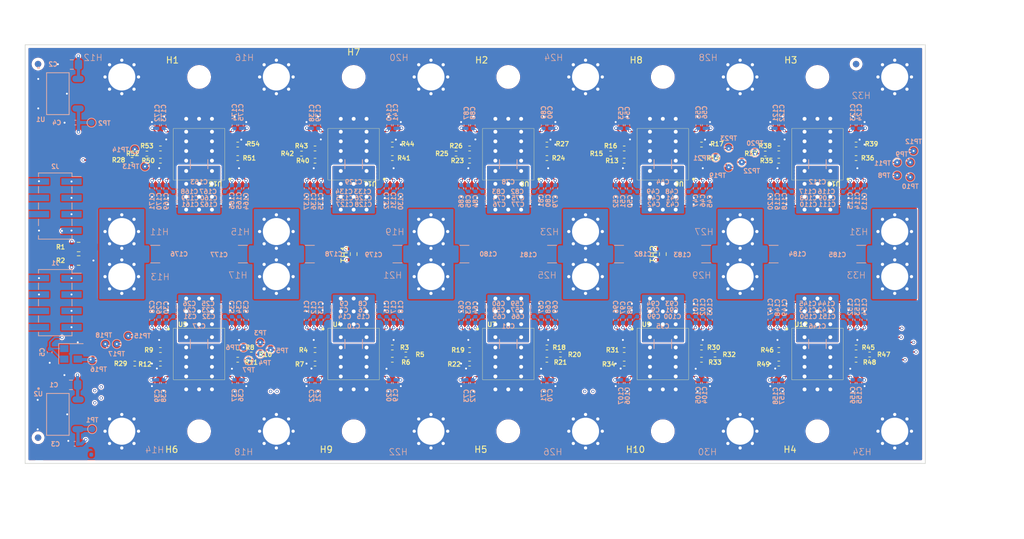
<source format=kicad_pcb>
(kicad_pcb (version 20240108) (generator "pcbnew") (generator_version "8.0")
  (layers (0 "F.Cu" signal) (1 "In1.Cu" signal) (2 "In2.Cu" signal) (3 "In3.Cu" signal) (4 "In4.Cu" signal) (31 "B.Cu" signal) (34 "B.Paste" user) (35 "F.Paste" user) (36 "B.SilkS" user "B.Silkscreen") (37 "F.SilkS" user "F.Silkscreen") (38 "B.Mask" user) (39 "F.Mask" user) (44 "Edge.Cuts" user))
  (net 0 "")
  (net 1 "+5V_STDBY")
  (net 2 "GND")
  (net 3 "+0.8V")
  (net 4 "+1.2V")
  (net 5 "VPWR_ASIC")
  (net 6 "/VSP")
  (net 7 "/VSN")
  (net 8 "/CTN1_RTN")
  (net 9 "/CTN1")
  (net 10 "/CTN2")
  (net 11 "/CTN2_RTN")
  (net 12 "/RSTIn")
  (net 13 "/CLKI")
  (net 14 "/CI")
  (net 15 "/RO")
  (net 16 "/SDA")
  (net 17 "/SCL")
  (net 20 "/ASICs/ASICs_BM1370_1/BM1370-1/VDD1_0")
  (net 21 "/ASICs/ASICs_BM1370_1/BM1370-1/VDD2_0")
  (net 22 "/ASICs/ASICs_BM1370_1/BM1370-1/VDD3_0")
  (net 23 "/ASICs/ASICs_BM1370_1/BM1370-1/VDD3_1")
  (net 24 "/ASICs/ASICs_BM1370_1/BM1370-1/VDD2_1")
  (net 25 "/ASICs/ASICs_BM1370_1/BM1370-1/VDD1_1")
  (net 26 "/ASICs/ASICs_BM1370_1/BM1370-0/VDD1_0")
  (net 27 "/ASICs/ASICs_BM1370_1/BM1370-0/VDD2_0")
  (net 28 "/ASICs/ASICs_BM1370_1/BM1370-0/VDD3_0")
  (net 29 "/ASICs/ASICs_BM1370_1/BM1370-0/VDD3_1")
  (net 30 "/ASICs/ASICs_BM1370_1/BM1370-0/VDD2_1")
  (net 31 "/ASICs/ASICs_BM1370_1/BM1370-0/VDD1_1")
  (net 32 "/ASICs/ASICs_BM1370_2/BM1370-1/VDD1_0")
  (net 33 "/ASICs/ASICs_BM1370_2/BM1370-1/VDD2_0")
  (net 34 "/ASICs/ASICs_BM1370_2/BM1370-1/VDD3_0")
  (net 35 "/ASICs/ASICs_BM1370_2/BM1370-1/VDD3_1")
  (net 36 "/ASICs/ASICs_BM1370_2/BM1370-1/VDD2_1")
  (net 37 "/ASICs/ASICs_BM1370_2/BM1370-1/VDD1_1")
  (net 38 "/ASICs/ASICs_BM1370_1/BM1370-2/VDD1_0")
  (net 39 "/ASICs/ASICs_BM1370_1/BM1370-2/VDD2_0")
  (net 40 "/ASICs/ASICs_BM1370_1/BM1370-2/VDD3_0")
  (net 41 "/ASICs/ASICs_BM1370_1/BM1370-2/VDD3_1")
  (net 42 "/ASICs/ASICs_BM1370_1/BM1370-2/VDD2_1")
  (net 43 "/ASICs/ASICs_BM1370_1/BM1370-2/VDD1_1")
  (net 44 "/ASICs/ASICs_BM1370_2/BM1370-2/VDD1_0")
  (net 45 "/ASICs/ASICs_BM1370_2/BM1370-2/VDD2_0")
  (net 46 "/ASICs/ASICs_BM1370_2/BM1370-2/VDD3_0")
  (net 47 "/ASICs/ASICs_BM1370_2/BM1370-2/VDD3_1")
  (net 48 "/ASICs/ASICs_BM1370_2/BM1370-2/VDD2_1")
  (net 49 "/ASICs/ASICs_BM1370_2/BM1370-2/VDD1_1")
  (net 50 "/ASICs/ASICs_BM1370_1/BM1370-3/VDD1_0")
  (net 51 "/ASICs/ASICs_BM1370_1/BM1370-3/VDD2_0")
  (net 52 "/ASICs/ASICs_BM1370_1/BM1370-3/VDD3_0")
  (net 53 "/ASICs/ASICs_BM1370_1/BM1370-3/VDD3_1")
  (net 54 "/ASICs/ASICs_BM1370_1/BM1370-3/VDD2_1")
  (net 55 "/ASICs/ASICs_BM1370_1/BM1370-3/VDD1_1")
  (net 56 "/ASICs/ASICs_BM1370_2/BM1370-0/VDD1_0")
  (net 57 "/ASICs/ASICs_BM1370_2/BM1370-0/VDD2_0")
  (net 58 "/ASICs/ASICs_BM1370_2/BM1370-0/VDD3_0")
  (net 59 "/ASICs/ASICs_BM1370_2/BM1370-0/VDD3_1")
  (net 60 "/ASICs/ASICs_BM1370_2/BM1370-0/VDD2_1")
  (net 61 "/ASICs/ASICs_BM1370_2/BM1370-0/VDD1_1")
  (net 62 "/ASICs/ASICs_BM1370_2/BM1370-3/VDD1_0")
  (net 63 "/ASICs/ASICs_BM1370_2/BM1370-3/VDD2_0")
  (net 64 "/ASICs/ASICs_BM1370_2/BM1370-3/VDD3_0")
  (net 65 "/ASICs/ASICs_BM1370_2/BM1370-3/VDD3_1")
  (net 66 "/ASICs/ASICs_BM1370_2/BM1370-3/VDD2_1")
  (net 67 "/ASICs/ASICs_BM1370_2/BM1370-3/VDD1_1")
  (net 68 "/ASICs/ASICs_BM1370_1/BM1370-4/VDD1_0")
  (net 69 "/ASICs/ASICs_BM1370_1/BM1370-4/VDD2_0")
  (net 70 "/ASICs/ASICs_BM1370_1/BM1370-4/VDD3_0")
  (net 71 "/ASICs/ASICs_BM1370_1/BM1370-4/VDD3_1")
  (net 72 "/ASICs/ASICs_BM1370_1/BM1370-4/VDD2_1")
  (net 73 "/ASICs/ASICs_BM1370_1/BM1370-4/VDD1_1")
  (net 74 "/ASICs/ASICs_BM1370_2/BM1370-4/VDD1_0")
  (net 75 "/ASICs/ASICs_BM1370_2/BM1370-4/VDD2_0")
  (net 76 "/ASICs/ASICs_BM1370_2/BM1370-4/VDD3_0")
  (net 77 "/ASICs/ASICs_BM1370_2/BM1370-4/VDD3_1")
  (net 78 "/ASICs/ASICs_BM1370_2/BM1370-4/VDD2_1")
  (net 79 "/ASICs/ASICs_BM1370_2/BM1370-4/VDD1_1")
  (net 80 "/ASICs/ASICs_BM1370_1/CO2")
  (net 81 "Net-(U4-CO)")
  (net 82 "Net-(U4-RO)")
  (net 83 "/ASICs/ASICs_BM1370_1/RI1")
  (net 84 "/ASICs/ASICs_BM1370_1/CLKO2")
  (net 85 "Net-(U4-CLKO)")
  (net 86 "/ASICs/ASICs_BM1370_1/BO2")
  (net 87 "Net-(U4-BO)")
  (net 88 "Net-(U4-LITE_PAD)")
  (net 89 "Net-(U5-CO)")
  (net 90 "/ASICs/ASICs_BM1370_1/CO1")
  (net 91 "Net-(U5-RO)")
  (net 92 "Net-(U5-CLKO)")
  (net 93 "/ASICs/ASICs_BM1370_1/CLKO1")
  (net 94 "Net-(U5-BO)")
  (net 95 "/ASICs/ASICs_BM1370_1/BO1")
  (net 96 "Net-(U5-LITE_PAD)")
  (net 97 "/ASICs/ASICs_BM1370_2/CO2")
  (net 98 "Net-(U6-CO)")
  (net 99 "/ASICs/ASICs_BM1370_2/RI1")
  (net 100 "Net-(U6-RO)")
  (net 101 "Net-(U6-CLKO)")
  (net 102 "/ASICs/ASICs_BM1370_2/CLKO2")
  (net 103 "Net-(U6-BO)")
  (net 104 "/ASICs/ASICs_BM1370_2/BO2")
  (net 105 "Net-(U6-LITE_PAD)")
  (net 106 "/ASICs/ASICs_BM1370_1/CO3")
  (net 107 "Net-(U7-CO)")
  (net 108 "Net-(U7-RO)")
  (net 109 "/ASICs/ASICs_BM1370_1/RI02")
  (net 110 "Net-(U7-CLKO)")
  (net 111 "/ASICs/ASICs_BM1370_1/CLKO3")
  (net 112 "Net-(U7-BO)")
  (net 113 "/ASICs/ASICs_BM1370_1/BO3")
  (net 114 "Net-(U7-LITE_PAD)")
  (net 115 "/ASICs/ASICs_BM1370_2/CO3")
  (net 116 "Net-(U8-CO)")
  (net 117 "Net-(U8-RO)")
  (net 118 "/ASICs/ASICs_BM1370_2/RI02")
  (net 119 "Net-(U8-CLKO)")
  (net 120 "/ASICs/ASICs_BM1370_2/CLKO3")
  (net 121 "Net-(U8-BO)")
  (net 122 "/ASICs/ASICs_BM1370_2/BO3")
  (net 123 "Net-(U8-LITE_PAD)")
  (net 124 "/ASICs/ASICs_BM1370_2/BM1370-4/RI")
  (net 125 "/ASICs/ASICs_BM1370_1/BM1370-0/BI")
  (net 126 "/ASICs/ASICs_BM1370_1/CO4")
  (net 127 "Net-(U9-CO)")
  (net 128 "/ASICs/ASICs_BM1370_1/RI3")
  (net 129 "Net-(U9-RO)")
  (net 130 "/ASICs/ASICs_BM1370_1/CLKO4")
  (net 131 "Net-(U9-CLKO)")
  (net 132 "Net-(U9-BO)")
  (net 133 "/ASICs/ASICs_BM1370_1/BO4")
  (net 134 "Net-(U9-LITE_PAD)")
  (net 135 "/ASICs/ASICs_BM1370_2/CO1")
  (net 136 "Net-(U10-CO)")
  (net 137 "/ASICs/ASICs_BM1370_1/BM1370-4/RI")
  (net 138 "Net-(U10-RO)")
  (net 139 "Net-(U10-CLKO)")
  (net 140 "/ASICs/ASICs_BM1370_2/CLKO1")
  (net 141 "Net-(U10-BO)")
  (net 142 "/ASICs/ASICs_BM1370_2/BO1")
  (net 143 "Net-(U10-LITE_PAD)")
  (net 144 "Net-(U11-CO)")
  (net 145 "/ASICs/ASICs_BM1370_2/CO4")
  (net 146 "/ASICs/ASICs_BM1370_2/RI3")
  (net 147 "Net-(U11-RO)")
  (net 148 "Net-(U11-CLKO)")
  (net 149 "/ASICs/ASICs_BM1370_2/CLKO4")
  (net 150 "Net-(U11-BO)")
  (net 151 "/ASICs/ASICs_BM1370_2/BO4")
  (net 152 "Net-(U11-LITE_PAD)")
  (net 153 "/ASICs/ASICs_BM1370_1/BM1370-4/CO")
  (net 154 "Net-(U12-CO)")
  (net 155 "/ASICs/ASICs_BM1370_1/RI4")
  (net 156 "Net-(U12-RO)")
  (net 157 "/ASICs/ASICs_BM1370_1/BM1370-4/CLKO")
  (net 158 "Net-(U12-CLKO)")
  (net 159 "Net-(U12-BO)")
  (net 160 "/ASICs/ASICs_BM1370_1/BM1370-4/BO")
  (net 161 "Net-(U12-LITE_PAD)")
  (net 162 "/ASICs/ASICs_BM1370_2/BM1370-4/CO")
  (net 163 "Net-(U13-CO)")
  (net 164 "/ASICs/ASICs_BM1370_2/RI4")
  (net 165 "Net-(U13-RO)")
  (net 166 "Net-(U13-CLKO)")
  (net 167 "/ASICs/ASICs_BM1370_2/BM1370-4/CLKO")
  (net 168 "Net-(U13-BO)")
  (net 169 "/ASICs/ASICs_BM1370_2/BM1370-4/BO")
  (net 170 "Net-(U13-LITE_PAD)")
  (net 171 "/ASICs/ASICs_BM1370_1/RSTO1")
  (net 172 "/ASICs/ASICs_BM1370_1/BM1370-4/RSTO_n")
  (net 173 "/ASICs/ASICs_BM1370_2/BM1370-4/RSTO_n")
  (net 174 "/ASICs/ASICs_BM1370_2/RSTO1")
  (net 176 "/ASICs/ASICs_BM1370_1/BM1370-1/TEMP_P")
  (net 178 "/ASICs/ASICs_BM1370_1/BM1370-1/TEMP_N")
  (net 180 "/ASICs/ASICs_BM1370_1/RSTO2")
  (net 181 "/ASICs/ASICs_BM1370_1/BM1370-0/TEMP_P")
  (net 184 "/ASICs/ASICs_BM1370_1/BM1370-0/TEMP_N")
  (net 188 "/ASICs/ASICs_BM1370_2/BM1370-1/TEMP_P")
  (net 190 "/ASICs/ASICs_BM1370_2/BM1370-1/TEMP_N")
  (net 191 "/ASICs/ASICs_BM1370_2/RSTO2")
  (net 194 "/ASICs/ASICs_BM1370_1/BM1370-2/TEMP_N")
  (net 195 "/ASICs/ASICs_BM1370_1/RSTO3")
  (net 196 "/ASICs/ASICs_BM1370_1/BM1370-2/TEMP_P")
  (net 199 "/ASICs/ASICs_BM1370_2/BM1370-2/TEMP_P")
  (net 200 "/ASICs/ASICs_BM1370_2/BM1370-2/TEMP_N")
  (net 203 "/ASICs/ASICs_BM1370_2/RSTO3")
  (net 205 "/ASICs/ASICs_BM1370_1/BM1370-3/TEMP_N")
  (net 206 "/ASICs/ASICs_BM1370_1/BM1370-3/TEMP_P")
  (net 209 "/ASICs/ASICs_BM1370_1/RSTO4")
  (net 210 "/ASICs/ASICs_BM1370_2/BM1370-0/TEMP_P")
  (net 213 "/ASICs/ASICs_BM1370_2/BM1370-0/TEMP_N")
  (net 215 "/ASICs/ASICs_BM1370_2/BM1370-3/TEMP_N")
  (net 216 "/ASICs/ASICs_BM1370_2/RSTO4")
  (net 220 "/ASICs/ASICs_BM1370_2/BM1370-3/TEMP_P")
  (net 221 "/ASICs/ASICs_BM1370_1/BM1370-4/TEMP_N")
  (net 225 "/ASICs/ASICs_BM1370_1/BM1370-4/TEMP_P")
  (net 226 "/ASICs/ASICs_BM1370_2/BM1370-4/TEMP_N")
  (net 230 "/ASICs/ASICs_BM1370_2/BM1370-4/TEMP_P")
  (footprint "MountingHole:MountingHole_3.2mm_M3_ISO7380" (layer "F.Cu") (at 92 115)
    (property "Reference" "H6")
    (property "Value" "MountingHole")
  )
  (footprint "Resistor_SMD:R_0402_1005Metric" (layer "F.Cu") (at 82.018 104.506)
    (property "Reference" "R29")
    (property "Value" "10K")
  )
  (footprint "Resistor_SMD:R_0402_1005Metric" (layer "F.Cu") (at 194 102)
    (property "Reference" "R45")
    (property "Value" "33")
  )
  (footprint "Resistor_SMD:R_0402_1005Metric" (layer "F.Cu") (at 110 72.999999 180)
    (property "Reference" "R40")
    (property "Value" "33")
  )
  (footprint "EKO_Miner_ASIClib:BM1370" (layer "F.Cu") (at 188 72 180)
    (property "Reference" "U10")
    (property "Value" "BM1370_mode1")
  )
  (footprint "Resistor_SMD:R_0402_1005Metric" (layer "F.Cu") (at 122 70.500001)
    (property "Reference" "R44")
    (property "Value" "1K")
  )
  (footprint "Resistor_SMD:R_0402_1005Metric" (layer "F.Cu") (at 182 104.5 180)
    (property "Reference" "R49")
    (property "Value" "1K")
  )
  (footprint "EKO_Miner_ASIClib:BM1370" (layer "F.Cu") (at 188 103)
    (property "Reference" "U12")
    (property "Value" "BM1370_mode1")
  )
  (footprint "EKO_Miner_ASIClib:BM1370" (layer "F.Cu") (at 116 103)
    (property "Reference" "U4")
    (property "Value" "BM1370_mode1")
  )
  (footprint "Resistor_SMD:R_0805_2012Metric_Pad1.20x1.40mm_HandSolder" (layer "F.Cu") (at 73.3 86.4 180)
    (property "Reference" "R1")
    (property "Value" "51R 0.5%")
  )
  (footprint "MountingHole:MountingHole_3.2mm_M3_ISO7380" (layer "F.Cu") (at 188 60)
    (property "Reference" "H3")
    (property "Value" "MountingHole")
  )
  (footprint "Resistor_SMD:R_0402_1005Metric" (layer "F.Cu") (at 146 103.9)
    (property "Reference" "R21")
    (property "Value" "33")
  )
  (footprint "Resistor_SMD:R_0402_1005Metric" (layer "F.Cu") (at 134 102.4 180)
    (property "Reference" "R19")
    (property "Value" "33")
  )
  (footprint "Resistor_SMD:R_0402_1005Metric" (layer "F.Cu") (at 148.1 103.1)
    (property "Reference" "R20")
    (property "Value" "33")
  )
  (footprint "Resistor_SMD:R_0402_1005Metric" (layer "F.Cu") (at 182 71.1 180)
    (property "Reference" "R38")
    (property "Value" "33")
  )
  (footprint "Resistor_SMD:R_0402_1005Metric" (layer "F.Cu") (at 194 72.6)
    (property "Reference" "R36")
    (property "Value" "33")
  )
  (footprint "MountingHole:MountingHole_3.2mm_M3_ISO7380" (layer "F.Cu") (at 116 60)
    (property "Reference" "H7")
    (property "Value" "MountingHole")
  )
  (footprint "Resistor_SMD:R_0402_1005Metric" (layer "F.Cu") (at 98 102)
    (property "Reference" "R8")
    (property "Value" "33")
  )
  (footprint "Resistor_SMD:R_0402_1005Metric" (layer "F.Cu") (at 98 70.500001)
    (property "Reference" "R54")
    (property "Value" "1K")
  )
  (footprint "Fiducial:Fiducial_1mm_Mask2mm" (layer "F.Cu") (at 194 58)
    (property "Reference" "FID3" (hide yes))
    (property "Value" "Fiducial")
  )
  (footprint "EKO_Miner_ASIClib:BM1370" (layer "F.Cu") (at 140 72 180)
    (property "Reference" "U8")
    (property "Value" "BM1370_mode1")
  )
  (footprint "Resistor_SMD:R_0402_1005Metric" (layer "F.Cu") (at 158 71.1 180)
    (property "Reference" "R16")
    (property "Value" "33")
  )
  (footprint "Resistor_SMD:R_0402_1005Metric" (layer "F.Cu") (at 98 103.9)
    (property "Reference" "R11")
    (property "Value" "33")
  )
  (footprint "MountingHole:MountingHole_3.2mm_M3_ISO7380" (layer "F.Cu") (at 116 115)
    (property "Reference" "H9")
    (property "Value" "MountingHole")
  )
  (footprint "Resistor_SMD:R_0603_1608Metric" (layer "F.Cu") (at 164 87.5 90)
    (property "Reference" "TH2")
    (property "Value" "RB103J0J")
  )
  (footprint "EKO_Miner_ASIClib:BM1370" (layer "F.Cu") (at 92 72 180)
    (property "Reference" "U13")
    (property "Value" "BM1370_mode1")
  )
  (footprint "Resistor_SMD:R_0402_1005Metric" (layer "F.Cu") (at 196.1 103.1)
    (property "Reference" "R47")
    (property "Value" "33")
  )
  (footprint "MountingHole:MountingHole_3.2mm_M3_ISO7380" (layer "F.Cu") (at 140 115 90)
    (property "Reference" "H5")
    (property "Value" "MountingHole")
  )
  (footprint "Resistor_SMD:R_0402_1005Metric" (layer "F.Cu") (at 146 102)
    (property "Reference" "R18")
    (property "Value" "33")
  )
  (footprint "MountingHole:MountingHole_3.2mm_M3_ISO7380" (layer "F.Cu") (at 164 115)
    (property "Reference" "H10")
    (property "Value" "MountingHole")
  )
  (footprint "Resistor_SMD:R_0805_2012Metric_Pad1.20x1.40mm_HandSolder" (layer "F.Cu") (at 73.3 88.5 180)
    (property "Reference" "R2")
    (property "Value" "51R 0.5%")
  )
  (footprint "Resistor_SMD:R_0402_1005Metric" (layer "F.Cu") (at 146 70.500001)
    (property "Reference" "R27")
    (property "Value" "1K")
  )
  (footprint "Resistor_SMD:R_0402_1005Metric" (layer "F.Cu") (at 170 103.9)
    (property "Reference" "R33")
    (property "Value" "33")
  )
  (footprint "Fiducial:Fiducial_1mm_Mask2mm" (layer "F.Cu") (at 67 116)
    (property "Reference" "FID2" (hide yes))
    (property "Value" "Fiducial")
  )
  (footprint "Resistor_SMD:R_0402_1005Metric" (layer "F.Cu") (at 110 102.4 180)
    (property "Reference" "R4")
    (property "Value" "33")
  )
  (footprint "Resistor_SMD:R_0402_1005Metric" (layer "F.Cu") (at 122 72.6)
    (property "Reference" "R41")
    (property "Value" "33")
  )
  (footprint "Resistor_SMD:R_0402_1005Metric" (layer "F.Cu") (at 98 72.6)
    (property "Reference" "R51")
    (property "Value" "33")
  )
  (footprint "Resistor_SMD:R_0402_1005Metric" (layer "F.Cu") (at 86 104.5 180)
    (property "Reference" "R12")
    (property "Value" "1K")
  )
  (footprint "Resistor_SMD:R_0402_1005Metric" (layer "F.Cu") (at 155.9 71.9 180)
    (property "Reference" "R15")
    (property "Value" "33")
  )
  (footprint "EKO_Miner_ASIClib:BM1370" (layer "F.Cu") (at 164 103)
    (property "Reference" "U9")
    (property "Value" "BM1370_mode1")
  )
  (footprint "Resistor_SMD:R_0402_1005Metric" (layer "F.Cu") (at 122 103.9)
    (property "Reference" "R6")
    (property "Value" "33")
  )
  (footprint "EKO_Miner_ASIClib:BM1370" (layer "F.Cu") (at 92 103)
    (property "Reference" "U5")
    (property "Value" "BM1370_mode1")
  )
  (footprint "Resistor_SMD:R_0402_1005Metric" (layer "F.Cu") (at 110 104.5 180)
    (property "Reference" "R7")
    (property "Value" "1K")
  )
  (footprint "Resistor_SMD:R_0402_1005Metric" (layer "F.Cu") (at 194 103.9)
    (property "Reference" "R48")
    (property "Value" "33")
  )
  (footprint "Resistor_SMD:R_0402_1005Metric" (layer "F.Cu") (at 122 102)
    (property "Reference" "R3")
    (property "Value" "33")
  )
  (footprint "Resistor_SMD:R_0402_1005Metric" (layer "F.Cu") (at 172.1 103.1)
    (property "Reference" "R32")
    (property "Value" "33")
  )
  (footprint "Resistor_SMD:R_0402_1005Metric" (layer "F.Cu") (at 86 72.999999 180)
    (property "Reference" "R50")
    (property "Value" "33")
  )
  (footprint "Resistor_SMD:R_0402_1005Metric" (layer "F.Cu") (at 194 70.500001)
    (property "Reference" "R39")
    (property "Value" "1K")
  )
  (footprint "MountingHole:MountingHole_3.2mm_M3_ISO7380" (layer "F.Cu") (at 188 115)
    (property "Reference" "H4")
    (property "Value" "MountingHole")
  )
  (footprint "Resistor_SMD:R_0402_1005Metric" (layer "F.Cu") (at 179.9 71.9 180)
    (property "Reference" "R37")
    (property "Value" "33")
  )
  (footprint "Resistor_SMD:R_0402_1005Metric" (layer "F.Cu") (at 86 71.1 180)
    (property "Reference" "R53")
    (property "Value" "33")
  )
  (footprint "EKO_Miner_ASIClib:BM1370" (layer "F.Cu") (at 116 72 180)
    (property "Reference" "U11")
    (property "Value" "BM1370_mode1")
  )
  (footprint "Resistor_SMD:R_0402_1005Metric" (layer "F.Cu") (at 110 71.1 180)
    (property "Reference" "R43")
    (property "Value" "33")
  )
  (footprint "Resistor_SMD:R_0402_1005Metric" (layer "F.Cu") (at 100.1 103.1)
    (property "Reference" "R10")
    (property "Value" "33")
  )
  (footprint "EKO_Miner_ASIClib:BM1370" (layer "F.Cu") (at 164 72 180)
    (property "Reference" "U6")
    (property "Value" "BM1370_mode1")
  )
  (footprint "Resistor_SMD:R_0402_1005Metric" (layer "F.Cu") (at 131.9 71.9 180)
    (property "Reference" "R25")
    (property "Value" "33")
  )
  (footprint "Resistor_SMD:R_0603_1608Metric" (layer "F.Cu") (at 116 87.5 90)
    (property "Reference" "TH1")
    (property "Value" "RB103J0J")
  )
  (footprint "Resistor_SMD:R_0402_1005Metric" (layer "F.Cu") (at 158 104.5 180)
    (property "Reference" "R34")
    (property "Value" "1K")
  )
  (footprint "Resistor_SMD:R_0402_1005Metric" (layer "F.Cu") (at 107.9 71.9 180)
    (property "Reference" "R42")
    (property "Value" "33")
  )
  (footprint "Resistor_SMD:R_0402_1005Metric" (layer "F.Cu") (at 124.1 103.1)
    (property "Reference" "R5")
    (property "Value" "33")
  )
  (footprint "Resistor_SMD:R_0402_1005Metric" (layer "F.Cu") (at 146 72.6)
    (property "Reference" "R24")
    (property "Value" "33")
  )
  (footprint "Resistor_SMD:R_0402_1005Metric" (layer "F.Cu") (at 83.9 71.9 180)
    (property "Reference" "R52")
    (property "Value" "33")
  )
  (footprint "Resistor_SMD:R_0402_1005Metric" (layer "F.Cu") (at 81.6 72.9)
    (property "Reference" "R28")
    (property "Value" "10K")
  )
  (footprint "Resistor_SMD:R_0402_1005Metric" (layer "F.Cu") (at 134 72.999999 180)
    (property "Reference" "R23")
    (property "Value" "33")
  )
  (footprint "EKO_Miner_ASIClib:BM1370" (layer "F.Cu") (at 140 103)
    (property "Reference" "U7")
    (property "Value" "BM1370_mode1")
  )
  (footprint "MountingHole:MountingHole_3.2mm_M3_ISO7380" (layer "F.Cu") (at 92 60)
    (property "Reference" "H1")
    (property "Value" "MountingHole")
  )
  (footprint "Resistor_SMD:R_0402_1005Metric" (layer "F.Cu") (at 182 72.999999 180)
    (property "Reference" "R35")
    (property "Value" "33")
  )
  (footprint "Fiducial:Fiducial_1mm_Mask2mm" (layer "F.Cu") (at 67 58)
    (property "Reference" "FID1" (hide yes))
    (property "Value" "Fiducial")
  )
  (footprint "Resistor_SMD:R_0402_1005Metric" (layer "F.Cu") (at 134 104.5 180)
    (property "Reference" "R22")
    (property "Value" "1K")
  )
  (footprint "Resistor_SMD:R_0402_1005Metric" (layer "F.Cu") (at 170 72.6)
    (property "Reference" "R14")
    (property "Value" "33")
  )
  (footprint "Resistor_SMD:R_0402_1005Metric" (layer "F.Cu") (at 158 72.999999 180)
    (property "Reference" "R13")
    (property "Value" "33")
  )
  (footprint "Resistor_SMD:R_0402_1005Metric" (layer "F.Cu") (at 158 102.4 180)
    (property "Reference" "R31")
    (property "Value" "33")
  )
  (footprint "Resistor_SMD:R_0402_1005Metric" (layer "F.Cu") (at 86 102.4 180)
    (property "Reference" "R9")
    (property "Value" "33")
  )
  (footprint "MountingHole:MountingHole_3.2mm_M3_ISO7380" (layer "F.Cu") (at 164 60)
    (property "Reference" "H8")
    (property "Value" "MountingHole")
  )
  (footprint "Resistor_SMD:R_0402_1005Metric" (layer "F.Cu") (at 182 102.4 180)
    (property "Reference" "R46")
    (property "Value" "33")
  )
  (footprint "Resistor_SMD:R_0402_1005Metric" (layer "F.Cu") (at 170 102)
    (property "Reference" "R30")
    (property "Value" "33")
  )
  (footprint "MountingHole:MountingHole_3.2mm_M3_ISO7380" (layer "F.Cu") (at 140 60)
    (property "Reference" "H2")
    (property "Value" "MountingHole")
  )
  (footprint "Resistor_SMD:R_0402_1005Metric" (layer "F.Cu") (at 134 71.1 180)
    (property "Reference" "R26")
    (property "Value" "33")
  )
  (footprint "Resistor_SMD:R_0402_1005Metric" (layer "F.Cu") (at 170 70.500001)
    (property "Reference" "R17")
    (property "Value" "1K")
  )
  (footprint "Capacitor_SMD:C_0402_1005Metric" (layer "B.Cu") (at 181.5 107.5 -90)
    (property "Reference" "C158")
    (property "Value" "1uF/6.3V")
  )
  (footprint "Capacitor_SMD:C_0402_1005Metric" (layer "B.Cu") (at 158.9 97.7 -90)
    (property "Reference" "C98")
    (property "Value" "1uF/6.3V")
  )
  (footprint "Capacitor_SMD:C_0402_1005Metric" (layer "B.Cu") (at 191.5 96.2)
    (property "Reference" "C142")
    (property "Value" "100nF")
  )
  (footprint "Capacitor_SMD:C_0402_1005Metric" (layer "B.Cu") (at 72.7 116.952 180)
    (property "Reference" "C3")
    (property "Value" "100nF")
  )
  (footprint "Capacitor_SMD:C_0402_1005Metric" (layer "B.Cu") (at 170.5 67.500001 90)
    (property "Reference" "C56")
    (property "Value" "1uF/6.3V")
  )
  (footprint "Capacitor_SMD:C_0402_1005Metric" (layer "B.Cu") (at 191.499999 78.8)
    (property "Reference" "C109")
    (property "Value" "100nF")
  )
  (footprint "Capacitor_SMD:C_0402_1005Metric" (layer "B.Cu") (at 147.3 97.7 90)
    (property "Reference" "C69")
    (property "Value" "1uF/6.3V")
  )
  (footprint "Capacitor_SMD:C_0402_1005Metric" (layer "B.Cu") (at 109.5 107.5 -90)
    (property "Reference" "C22")
    (property "Value" "1uF/6.3V")
  )
  (footprint "Capacitor_SMD:C_1210_3225Metric" (layer "B.Cu") (at 188 73.542 90)
    (property "Reference" "C112")
    (property "Value" "330µF/4V")
  )
  (footprint "Capacitor_SMD:C_0402_1005Metric" (layer "B.Cu") (at 112.5 78.8 180)
    (property "Reference" "C125")
    (property "Value" "100nF")
  )
  (footprint "Capacitor_SMD:C_0402_1005Metric" (layer "B.Cu") (at 122.5 67.500001 90)
    (property "Reference" "C141")
    (property "Value" "1uF/6.3V")
  )
  (footprint "TestPoint:TestPoint_Pad_D1.0mm" (layer "B.Cu") (at 172.188 72.502 180)
    (property "Reference" "TP21")
    (property "Value" "TestPoint")
  )
  (footprint "Capacitor_SMD:C_1210_3225Metric" (layer "B.Cu") (at 194.8 87.5 180)
    (property "Reference" "C185")
    (property "Value" "330µF/4V")
  )
  (footprint "Capacitor_SMD:C_0402_1005Metric" (layer "B.Cu") (at 110.500001 67.5 90)
    (property "Reference" "C139")
    (property "Value" "1uF/6.3V")
  )
  (footprint "Capacitor_SMD:C_0402_1005Metric" (layer "B.Cu") (at 134.9 97.7 -90)
    (property "Reference" "C64")
    (property "Value" "1uF/6.3V")
  )
  (footprint "Capacitor_SMD:C_0402_1005Metric" (layer "B.Cu") (at 182.9 77.299999 -90)
    (property "Reference" "C118")
    (property "Value" "1uF/6.3V")
  )
  (footprint "Capacitor_SMD:C_0402_1005Metric" (layer "B.Cu") (at 167.5 95.2)
    (property "Reference" "C93")
    (property "Value" "1uF/6.3V")
  )
  (footprint "Capacitor_SMD:C_1210_3225Metric" (layer "B.Cu") (at 85.2 87.5)
    (property "Reference" "C176")
    (property "Value" "330µF/4V")
  )
  (footprint "Capacitor_SMD:C_0402_1005Metric" (layer "B.Cu") (at 193.1 97.7 90)
    (property "Reference" "C152")
    (property "Value" "1uF/6.3V")
  )
  (footprint "Capacitor_SMD:C_0402_1005Metric" (layer "B.Cu") (at 136.5 96.2 180)
    (property "Reference" "C58")
    (property "Value" "100nF")
  )
  (footprint "TestPoint:TestPoint_Pad_D1.0mm" (layer "B.Cu") (at 174.22 70.978 180)
    (property "Reference" "TP23")
    (property "Value" "TestPoint")
  )
  (footprint "Capacitor_SMD:C_0402_1005Metric" (layer "B.Cu") (at 121.5 107.5 -90)
    (property "Reference" "C20")
    (property "Value" "1uF/6.3V")
  )
  (footprint "Capacitor_SMD:C_0402_1005Metric" (layer "B.Cu") (at 134.500001 67.5 90)
    (property "Reference" "C88")
    (property "Value" "1uF/6.3V")
  )
  (footprint "Capacitor_SMD:C_0402_1005Metric" (layer "B.Cu") (at 194.5 67.500001 90)
    (property "Reference" "C124")
    (property "Value" "1uF/6.3V")
  )
  (footprint "Capacitor_SMD:C_0402_1005Metric" (layer "B.Cu") (at 88.5 78.8 180)
    (property "Reference" "C159")
    (property "Value" "100nF")
  )
  (footprint "Capacitor_SMD:C_0402_1005Metric" (layer "B.Cu") (at 109.500001 67.5 90)
    (property "Reference" "C138")
    (property "Value" "1uF/6.3V")
  )
  (footprint "Connector_PinHeader_2.54mm:PinHeader_2x04_P2.54mm_Vertical_SMD" (layer "B.Cu") (at 69.67 95.042 180)
    (property "Reference" "J1")
    (property "Value" "Conn_02x04_Odd_Even")
  )
  (footprint "Capacitor_SMD:C_0402_1005Metric" (layer "B.Cu") (at 181.8 97.7 -90)
    (property "Reference" "C148")
    (property "Value" "1uF/6.3V")
  )
  (footprint "EKO_Miner_ASIClib:SMTSO-M3-10ET" (layer "B.Cu") (at 200 91 180)
    (property "Reference" "H33")
    (property "Value" "MountingHole_Pad")
  )
  (footprint "Capacitor_SMD:C_0402_1005Metric" (layer "B.Cu") (at 97.099999 77.3 90)
    (property "Reference" "C166")
    (property "Value" "1uF/6.3V")
  )
  (footprint "Capacitor_SMD:C_0402_1005Metric" (layer "B.Cu") (at 119.5 95.2)
    (property "Reference" "C8")
    (property "Value" "1uF/6.3V")
  )
  (footprint "Capacitor_SMD:C_1210_3225Metric" (layer "B.Cu") (at 181.2 87.5)
    (property "Reference" "C184")
    (property "Value" "330µF/4V")
  )
  (footprint "Capacitor_SMD:C_0402_1005Metric" (layer "B.Cu") (at 122.5 107.5 -90)
    (property "Reference" "C19")
    (property "Value" "1uF/6.3V")
  )
  (footprint "Capacitor_SMD:C_0402_1005Metric" (layer "B.Cu") (at 143.5 97.2)
    (property "Reference" "C66")
    (property "Value" "1uF/6.3V")
  )
  (footprint "TestPoint:TestPoint_Pad_D1.0mm" (layer "B.Cu") (at 202.414 73.264 180)
    (property "Reference" "TP9")
    (property "Value" "TestPoint")
  )
  (footprint "Capacitor_SMD:C_0402_1005Metric" (layer "B.Cu") (at 95.499999 77.8 180)
    (property "Reference" "C167")
    (property "Value" "1uF/6.3V")
  )
  (footprint "TestPoint:TestPoint_Pad_D1.0mm" (layer "B.Cu") (at 200.382 73.264 180)
    (property "Reference" "TP11")
    (property "Value" "TestPoint")
  )
  (footprint "Capacitor_SMD:C_0402_1005Metric" (layer "B.Cu") (at 119.5 96.2)
    (property "Reference" "C6")
    (property "Value" "100nF")
  )
  (footprint "Capacitor_SMD:C_0402_1005Metric" (layer "B.Cu") (at 108.7 97.7 -90)
    (property "Reference" "C11")
    (property "Value" "1uF/6.3V")
  )
  (footprint "Capacitor_SMD:C_0402_1005Metric" (layer "B.Cu") (at 121.5 67.500001 90)
    (property "Reference" "C140")
    (property "Value" "1uF/6.3V")
  )
  (footprint "Capacitor_SMD:C_0402_1005Metric" (layer "B.Cu") (at 143.499999 78.8)
    (property "Reference" "C75")
    (property "Value" "100nF")
  )
  (footprint "EKO_Miner_ASIClib:SMTSO-M3-10ET" (layer "B.Cu") (at 80 84 180)
    (property "Reference" "H11")
    (property "Value" "MountingHole_Pad")
  )
  (footprint "TestPoint:TestPoint_Pad_D1.0mm" (layer "B.Cu") (at 81.002 100.188 180)
    (property "Reference" "TP15")
    (property "Value" "TestPoint")
  )
  (footprint "Capacitor_SMD:C_0402_1005Metric" (layer "B.Cu") (at 98.5 107.5 -90)
    (property "Reference" "C36")
    (property "Value" "1uF/6.3V")
  )
  (footprint "TestPoint:TestPoint_Pad_D1.0mm" (layer "B.Cu") (at 75.4 114.666 -90)
    (property "Reference" "TP1")
    (property "Value" "TestPoint")
  )
  (footprint "Capacitor_SMD:C_0402_1005Metric" (layer "B.Cu") (at 133.5 107.5 -90)
    (property "Reference" "C73")
    (property "Value" "1uF/6.3V")
  )
  (footprint "Capacitor_SMD:C_0402_1005Metric" (layer "B.Cu") (at 109.8 97.7 -90)
    (property "Reference" "C12")
    (property "Value" "1uF/6.3V")
  )
  (footprint "Capacitor_SMD:C_0402_1005Metric" (layer "B.Cu") (at 84.7 97.7 -90)
    (property "Reference" "C28")
    (property "Value" "1uF/6.3V")
  )
  (footprint "TestPoint:TestPoint_Pad_D1.0mm" (layer "B.Cu") (at 103.1 102.3 180)
    (property "Reference" "TP5")
    (property "Value" "TestPoint")
  )
  (footprint "Capacitor_SMD:C_0402_1005Metric" (layer "B.Cu") (at 193.5 107.5 -90)
    (property "Reference" "C156")
    (property "Value" "1uF/6.3V")
  )
  (footprint "TestPoint:TestPoint_Pad_D1.0mm" (layer "B.Cu") (at 82.018 71.232 180)
    (property "Reference" "TP14")
    (property "Value" "TestPoint")
  )
  (footprint "Capacitor_SMD:C_0402_1005Metric" (layer "B.Cu") (at 160.5 97.2)
    (property "Reference" "C99")
    (property "Value" "1uF/6.3V")
  )
  (footprint "Capacitor_SMD:C_0805_2012Metric_Pad1.18x1.45mm_HandSolder" (layer "B.Cu") (at 72.239 58.0675 180)
    (property "Reference" "C2")
    (property "Value" "1uF/16V")
  )
  (footprint "EKO_Miner_ASIClib:SMTSO-M3-10ET" (layer "B.Cu") (at 176 84 180)
    (property "Reference" "H27")
    (property "Value" "MountingHole_Pad")
  )
  (footprint "Capacitor_SMD:C_0402_1005Metric" (layer "B.Cu") (at 86.9 77.299999 -90)
    (property "Reference" "C169")
    (property "Value" "1uF/6.3V")
  )
  (footprint "TestPoint:TestPoint_Pad_D1.0mm" (layer "B.Cu") (at 101.5 103 180)
    (property "Reference" "TP4")
    (property "Value" "TestPoint")
  )
  (footprint "Capacitor_SMD:C_0402_1005Metric" (layer "B.Cu") (at 184.5 78.8 180)
    (property "Reference" "C108")
    (property "Value" "100nF")
  )
  (footprint "Capacitor_SMD:C_0402_1005Metric" (layer "B.Cu") (at 119.499999 77.8 180)
    (property "Reference" "C133")
    (property "Value" "1uF/6.3V")
  )
  (footprint "Capacitor_SMD:C_0402_1005Metric" (layer "B.Cu") (at 143.5 96.2)
    (property "Reference" "C57")
    (property "Value" "100nF")
  )
  (footprint "Capacitor_SMD:C_0402_1005Metric" (layer "B.Cu") (at 193.5 67.500001 90)
    (property "Reference" "C123")
    (property "Value" "1uF/6.3V")
  )
  (footprint "Capacitor_SMD:C_0402_1005Metric" (layer "B.Cu") (at 112.5 95.2 180)
    (property "Reference" "C9")
    (property "Value" "1uF/6.3V")
  )
  (footprint "EKO_Miner_ASIClib:MCP1826S" (layer "B.Cu") (at 70.08 112.38 -90)
    (property "Reference" "U2")
    (property "Value" "MCP1826S-0802E_DB")
  )
  (footprint "Capacitor_SMD:C_0402_1005Metric" (layer "B.Cu") (at 132.7 97.7 -90)
    (property "Reference" "C62")
    (property "Value" "1uF/6.3V")
  )
  (footprint "Capacitor_SMD:C_0402_1005Metric" (layer "B.Cu") (at 169.1 97.7 90)
    (property "Reference" "C101")
    (property "Value" "1uF/6.3V")
  )
  (footprint "TestPoint:TestPoint_Pad_D1.0mm" (layer "B.Cu") (at 174.22 74.026 180)
    (property "Reference" "TP19")
    (property "Value" "TestPoint")
  )
  (footprint "Capacitor_SMD:C_1210_3225Metric" (layer "B.Cu") (at 116 101.458 -90)
    (property "Reference" "C10")
    (property "Value" "330µF/4V")
  )
  (footprint "Capacitor_SMD:C_0402_1005Metric" (layer "B.Cu") (at 85.500001 67.5 90)
    (property "Reference" "C172")
    (property "Value" "1uF/6.3V")
  )
  (footprint "Capacitor_SMD:C_0402_1005Metric" (layer "B.Cu") (at 191.499999 79.8)
    (property "Reference" "C111")
    (property "Value" "1uF/6.3V")
  )
  (footprint "TestPoint:TestPoint_Pad_D1.0mm" (layer "B.Cu") (at 200.382 75.296 180)
    (property "Reference" "TP8")
    (property "Value" "TestPoint")
  )
  (footprint "Capacitor_SMD:C_0402_1005Metric" (layer "B.Cu") (at 182.5 107.5 -90)
    (property "Reference" "C157")
    (property "Value" "1uF/6.3V")
  )
  (footprint "EKO_Miner_ASIClib:SMTSO-M3-10ET" (layer "B.Cu") (at 80 115 180)
    (property "Reference" "H14")
    (property "Value" "MountingHole_Pad")
  )
  (footprint "Capacitor_SMD:C_0402_1005Metric" (layer "B.Cu") (at 170.199999 77.3 90)
    (property "Reference" "C46")
    (property "Value" "1uF/6.3V")
  )
  (footprint "Capacitor_SMD:C_0402_1005Metric" (layer "B.Cu") (at 99.3 97.7 90)
    (property "Reference" "C35")
    (property "Value" "1uF/6.3V")
  )
  (footprint "EKO_Miner_ASIClib:SMTSO-M3-10ET" (layer "B.Cu") (at 200 115 180)
    (property "Reference" "H34")
    (property "Value" "MountingHole_Pad")
  )
  (footprint "Capacitor_SMD:C_0402_1005Metric" (layer "B.Cu") (at 146.2 97.7 90)
    (property "Reference" "C68")
    (property "Value" "1uF/6.3V")
  )
  (footprint "Capacitor_SMD:C_0402_1005Metric" (layer "B.Cu") (at 112.5 97.2)
    (property "Reference" "C14")
    (property "Value" "1uF/6.3V")
  )
  (footprint "Capacitor_SMD:C_0402_1005Metric" (layer "B.Cu") (at 160.5 96.2 180)
    (property "Reference" "C92")
    (property "Value" "100nF")
  )
  (footprint "Capacitor_SMD:C_0402_1005Metric" (layer "B.Cu") (at 97.5 107.5 -90)
    (property "Reference" "C37")
    (property "Value" "1uF/6.3V")
  )
  (footprint "EKO_Miner_ASIClib:SMTSO-M3-10ET" (layer "B.Cu") (at 128 91 180)
    (property "Reference" "H21")
    (property "Value" "MountingHole_Pad")
  )
  (footprint "Capacitor_SMD:C_0402_1005Metric" (layer "B.Cu") (at 121.099999 77.3 90)
    (property "Reference" "C132")
    (property "Value" "1uF/6.3V")
  )
  (footprint "Capacitor_SMD:C_0402_1005Metric" (layer "B.Cu") (at 180.7 97.7 -90)
    (property "Reference" "C147")
    (property "Value" "1uF/6.3V")
  )
  (footprint "EKO_Miner_ASIClib:SMTSO-M3-10ET" (layer "B.Cu") (at 128 60 180)
    (property "Reference" "H20")
    (property "Value" "MountingHole_Pad")
  )
  (footprint "Capacitor_SMD:C_0402_1005Metric" (layer "B.Cu") (at 146.199999 77.3 90)
    (property "Reference" "C80")
    (property "Value" "1uF/6.3V")
  )
  (footprint "EKO_Miner_ASIClib:SMTSO-M3-10ET" (layer "B.Cu") (at 128 84 180)
    (property "Reference" "H19")
    (property "Value" "MountingHole_Pad")
  )
  (footprint "Capacitor_SMD:C_0402_1005Metric" (layer "B.Cu") (at 160.5 78.8 180)
    (property "Reference" "C40")
    (property "Value" "100nF")
  )
  (footprint "Capacitor_SMD:C_0402_1005Metric" (layer "B.Cu") (at 146.5 107.5 -90)
    (property "Reference" "C70")
    (property "Value" "1uF/6.3V")
  )
  (footprint "EKO_Miner_ASIClib:SMTSO-M3-10ET" (layer "B.Cu") (at 200 60 180)
    (property "Reference" "H32")
    (property "Value" "MountingHole_Pad")
  )
  (footprint "Fiducial:Fiducial_1mm_Mask2mm" (layer "B.Cu") (at 67 58 180)
    (property "Reference" "FID4" (hide yes))
    (property "Value" "Fiducial")
  )
  (footprint "Capacitor_SMD:C_1210_3225Metric" (layer "B.Cu") (at 140 101.458 -90)
    (property "Reference" "C61")
    (property "Value" "330µF/4V")
  )
  (footprint "Capacitor_SMD:C_0402_1005Metric" (layer "B.Cu") (at 95.5 96.2)
    (property "Reference" "C23")
    (property "Value" "100nF")
  )
  (footprint "Capacitor_SMD:C_0402_1005Metric" (layer "B.Cu") (at 112.5 96.2 180)
    (property "Reference" "C7")
    (property "Value" "100nF")
  )
  (footprint "EKO_Miner_ASIClib:SMTSO-M3-10ET" (layer "B.Cu") (at 80 91 180)
    (property "Reference" "H13")
    (property "Value" "MountingHole_Pad")
  )
  (footprint "EKO_Miner_ASIClib:SMTSO-M3-10ET" (layer "B.Cu") (at 200 84 180)
    (property "Reference" "H31")
    (property "Value" "MountingHole_Pad")
  )
  (footprint "Capacitor_SMD:C_1210_3225Metric" (layer "B.Cu") (at 164 101.458 -90)
    (property "Reference" "C95")
    (property "Value" "330µF/4V")
  )
  (footprint "EKO_Miner_ASIClib:SMTSO-M3-10ET" (layer "B.Cu") (at 176 115 180)
    (property "Reference" "H30")
    (property "Value" "MountingHole_Pad")
  )
  (footprint "EKO_Miner_ASIClib:SMTSO-M3-10ET" (layer "B.Cu") (at 152 84 180)
    (property "Reference" "H23")
    (property "Value" "MountingHole_Pad")
  )
  (footprint "Capacitor_SMD:C_0402_1005Metric" (layer "B.Cu") (at 182.9 97.7 -90)
    (property "Reference" "C149")
    (property "Value" "1uF/6.3V")
  )
  (footprint "EKO_Miner_ASIClib:SMTSO-M3-10ET" (layer "B.Cu") (at 104 91 180)
    (property "Reference" "H17")
    (property "Value" "MountingHole_Pad")
  )
  (footprint "Capacitor_SMD:C_0402_1005Metric" (layer "B.Cu") (at 194.199999 77.3 90)
    (property "Reference" "C114")
    (property "Value" "1uF/6.3V")
  )
  (footprint "TestPoint:TestPoint_Pad_D1.0mm" (layer "B.Cu") (at 101.5 101.2 180)
    (property "Reference" "TP3")
    (property "Value" "TestPoint")
  )
  (footprint "Capacitor_SMD:C_0402_1005Metric" (layer "B.Cu") (at 146.5 67.500001 90)
    (property "Reference" "C90")
    (property "Value" "1uF/6.3V")
  )
  (footprint "TestPoint:TestPoint_Pad_D1.0mm" (layer "B.Cu") (at 75.414 103.998 180)
    (property "Reference" "TP16")
    (property "Value" "TestPoint")
  )
  (footprint "Capacitor_SMD:C_0402_1005Metric" (layer "B.Cu") (at 97.5 67.500001 90)
    (property "Reference" "C174")
    (property "Value" "1uF/6.3V")
  )
  (footprint "Capacitor_SMD:C_0402_1005Metric" (layer "B.Cu") (at 95.499999 78.8)
    (property "Reference" "C160")
    (property "Value" "100nF")
  )
  (footprint "EKO_Miner_ASIClib:SMTSO-M3-10ET" (layer "B.Cu") (at 152 91 180)
    (property "Reference" "H25")
    (property "Value" "MountingHole_Pad")
  )
  (footprint "TestPoint:TestPoint_Pad_D1.0mm" (layer "B.Cu") (at 99.7 104 180)
    (property "Reference" "TP7")
    (property "Value" "TestPoint")
  )
  (footprint "Capacitor_SMD:C_0402_1005Metric" (layer "B.Cu") (at 157.500001 67.5 90)
    (property "Reference" "C53")
    (property "Value" "1uF/6.3V")
  )
  (footprint "EKO_Miner_ASIClib:OSC_SMD_3.2x2.5mm" (layer "B.Cu") (at 72.112 102.982)
    (property "Reference" "U3" (hide yes))
    (property "Value" "25MHz" (hide yes))
  )
  (footprint "Capacitor_SMD:C_0402_1005Metric" (layer "B.Cu") (at 110.9 77.299999 -90)
    (property "Reference" "C135")
    (property "Value" "1uF/6.3V")
  )
  (footprint "EKO_Miner_ASIClib:SMTSO-M3-10ET" (layer "B.Cu") (at 128 115 180)
    (property "Reference" "H22")
    (property "Value" "MountingHole_Pad")
  )
  (footprint "TestPoint:TestPoint_Pad_D1.0mm" (layer "B.Cu") (at 98.9 102 180)
    (property "Reference" "TP6")
    (property "Value" "TestPoint")
  )
  (footprint "Capacitor_SMD:C_1210_3225Metric" (layer "B.Cu") (at 170.725 87.5 180)
    (property "Reference" "C183")
    (property "Value" "330µF/4V")
  )
  (footprint "Capacitor_SMD:C_0402_1005Metric" (layer "B.Cu") (at 95.5 97.2)
    (property "Reference" "C32")
    (property "Value" "1uF/6.3V")
  )
  (footprint "Capacitor_SMD:C_0402_1005Metric" (layer "B.Cu") (at 181.8 77.299999 -90)
    (property "Reference" "C119")
    (property "Value" "1uF/6.3V")
  )
  (footprint "Capacitor_SMD:C_0402_1005Metric" (layer "B.Cu") (at 133.500001 67.5 90)
    (property "Reference" "C87")
    (property "Value" "1uF/6.3V")
  )
  (footprint "TestPoint:TestPoint_Pad_D1.0mm" (layer "B.Cu") (at 202.922 71.486 180)
    (property "Reference" "TP12")
    (property "Value" "TestPoint")
  )
  (footprint "Capacitor_SMD:C_0402_1005Metric" (layer "B.Cu") (at 98.199999 77.3 90)
    (property "Reference" "C165")
    (property "Value" "1uF/6.3V")
  )
  (footprint "Capacitor_SMD:C_0402_1005Metric" (layer "B.Cu") (at 191.499999 77.8 180)
    (property "Reference" "C116")
    (property "Value" "1uF/6.3V")
  )
  (footprint "Capacitor_SMD:C_0402_1005Metric" (layer "B.Cu") (at 119.499999 78.8)
    (property "Reference" "C126")
    (property "Value" "100nF")
  )
  (footprint "Capacitor_SMD:C_0402_1005Metric" (layer "B.Cu") (at 160.5 79.8 180)
    (property "Reference" "C42")
    (property "Value" "1uF/6.3V")
  )
  (footprint "Capacitor_SMD:C_0402_1005Metric" (layer "B.Cu") (at 112.5 77.8 180)
    (property "Reference" "C134")
    (property "Value" "1uF/6.3V")
  )
  (footprint "Fiducial:Fiducial_1mm_Mask2mm" (layer "B.Cu") (at 67 116 180)
    (property "Reference" "FID5" (hide yes))
    (property "Value" "Fiducial")
  )
  (footprint "Capacitor_SMD:C_0402_1005Metric" (layer "B.Cu") (at 167.499999 79.8)
    (property "Reference" "C43")
    (property "Value" "1uF/6.3V")
  )
  (footprint "Capacitor_SMD:C_0402_1005Metric" (layer "B.Cu") (at 143.5 95.2)
    (property "Reference" "C59")
    (property "Value" "1uF/6.3V")
  )
  (footprint "Capacitor_SMD:C_0402_1005Metric" (layer "B.Cu") (at 194.2 97.7 90)
    (property "Reference" "C153")
    (property "Value" "1uF/6.3V")
  )
  (footprint "Capacitor_SMD:C_0402_1005Metric" (layer "B.Cu") (at 88.5 95.2 180)
    (property "Reference" "C26")
    (property "Value" "1uF/6.3V")
  )
  (footprint "Capacitor_SMD:C_0402_1005Metric" (layer "B.Cu") (at 72.8 67.0845 180)
    (property "Reference" "C4")
    (property "Value" "100nF")
  )
  (footprint "Capacitor_SMD:C_0402_1005Metric" (layer "B.Cu") (at 156.7 97.7 -90)
    (property "Reference" "C96")
    (property "Value" "1uF/6.3V")
  )
  (footprint "Capacitor_SMD:C_1210_3225Metric" (layer "B.Cu") (at 188 101.458 -90)
    (property "Reference" "C146")
    (property "Value" "330µF/4V")
  )
  (footprint "EKO_Miner_ASIClib:SMTSO-M3-10ET" (layer "B.Cu") (at 104 84 180)
    (property "Reference" "H15")
    (property "Value" "MountingHole_Pad")
  )
  (footprint "Capacitor_SMD:C_0402_1005Metric" (layer "B.Cu") (at 157.8 77.299999 -90)
    (property "Reference" "C51")
    (property "Value" "1uF/6.3V")
  )
  (footprint "Capacitor_SMD:C_0402_1005Metric" (layer "B.Cu") (at 195.299999 77.3 90)
    (property "Reference" "C113")
    (property "Value" "1uF/6.3V")
  )
  (footprint "Capacitor_SMD:C_1210_3225Metric" (layer "B.Cu") (at 122.8 87.5 180)
    (property "Reference" "C179")
    (property "Value" "330µF/4V")
  )
  (footprint "Capacitor_SMD:C_0402_1005Metric" (layer "B.Cu") (at 145.1 97.7 90)
    (property "Reference" "C67")
    (property "Value" "1uF/6.3V")
  )
  (footprint "Connector_PinHeader_2.54mm:PinHeader_2x04_P2.54mm_Vertical_SMD" (layer "B.Cu") (at 69.67 80.042 180)
    (property "Reference" "J2")
    (property "Value" "Conn_02x04_Odd_Even")
  )
  (footprint "EKO_Miner_ASIClib:SMTSO-M3-10ET" (layer "B.Cu") (at 80 60 180)
    (property "Reference" "H12")
    (property "Value" "MountingHole_Pad")
  )
  (footprint "Capacitor_SMD:C_0402_1005Metric" (layer "B.Cu") (at 182.500001 67.5 90)
    (property "Reference" "C122")
    (property "Value" "1uF/6.3V")
  )
  (footprint "Capacitor_SMD:C_0402_1005Metric" (layer "B.Cu") (at 167.5 97.2)
    (property "Reference" "C100")
    (property "Value" "1uF/6.3V")
  )
  (footprint "Capacitor_SMD:C_0402_1005Metric" (layer "B.Cu") (at 171.3 97.7 90)
    (property "Reference" "C103")
    (property "Value" "1uF/6.3V")
  )
  (footprint "Capacitor_SMD:C_0402_1005Metric" (layer "B.Cu") (at 184.5 97.2)
    (property "Reference" "C150")
    (property "Value" "1uF/6.3V")
  )
  (footprint "Capacitor_SMD:C_0402_1005Metric" (layer "B.Cu") (at 88.5 79.8 180)
    (property "Reference" "C161")
    (property "Value" "1uF/6.3V")
  )
  (footprint "TestPoint:TestPoint_Pad_D1.0mm" (layer "B.Cu") (at 75.3 67.1 180)
    (property "Reference" "TP2")
    (property "Value" "TestPoint")
  )
  (footprint "Capacitor_SMD:C_0402_1005Metric" (layer "B.Cu") (at 95.499999 79.8)
    (property "Reference" "C162")
    (property "Value" "1uF/6.3V")
  )
  (footprint "Capacitor_SMD:C_1210_3225Metric" (layer "B.Cu") (at 146.8 87.5 180)
    (property "Reference" "C181")
    (property "Value" "330µF/4V")
  )
  (footprint "Capacitor_SMD:C_0402_1005Metric" (layer "B.Cu") (at 88.5 96.2 180)
    (property "Reference" "C24")
    (property "Value" "100nF")
  )
  (footprint "Capacitor_SMD:C_0402_1005Metric" (layer "B.Cu") (at 180.7 77.299999 -90)
    (property "Reference" "C120")
    (property "Value" "1uF/6.3V")
  )
  (footprint "TestPoint:TestPoint_Pad_D1.0mm" (layer "B.Cu") (at 77.446 101.458 180)
    (property "Reference" "TP18")
    (property "Value" "TestPoint")
  )
  (footprint "TestPoint:TestPoint_Pad_D1.0mm" (layer "B.Cu") (at 83.6 73.9 180)
    (property "Reference" "TP13")
    (property "Value" "TestPoint")
  )
  (footprint "TestPoint:TestPoint_Pad_D1.0mm" (layer "B.Cu") (at 202.414 75.55 180)
    (property "Reference" "TP10")
    (property "Value" "TestPoint")
  )
  (footprint "Capacitor_SMD:C_1210_3225Metric" (layer "B.Cu") (at 140 73.542 90)
    (property "Reference" "C78")
    (property "Value" "330µF/4V")
  )
  (footprint "EKO_Miner_ASIClib:SMTSO-M3-10ET" (layer "B.Cu") (at 176 91 180)
    (property "Reference" "H29")
    (property "Value" "MountingHole_Pad")
  )
  (footprint "Capacitor_SMD:C_0402_1005Metric" (layer "B.Cu") (at 184.5 77.8 180)
    (property "Reference" "C117")
    (property "Value" "1uF/6.3V")
  )
  (footprint "Capacitor_SMD:C_0402_1005Metric" (layer "B.Cu") (at 136.5 79.8 180)
    (property "Reference" "C76")
    (property "Value" "1uF/6.3V")
  )
  (footprint "Capacitor_SMD:C_1210_3225Metric" (layer "B.Cu") (at 92 73.542 90)
    (property "Reference" "C163")
    (property "Value" "330µF/4V")
  )
  (footprint "Capacitor_SMD:C_0402_1005Metric" (layer "B.Cu") (at 109.8 77.299999 -90)
    (property "Reference" "C136")
    (property "Value" "1uF/6.3V")
  )
  (footprint "TestPoint:TestPoint_Pad_D1.0mm" (layer "B.Cu") (at 79.224 101.458 180)
    (property "Reference" "TP17")
    (property "Value" "TestPoint")
  )
  (footprint "Capacitor_SMD:C_0402_1005Metric" (layer "B.Cu") (at 169.099999 77.3 90)
    (property "Reference" "C47")
    (property "Value" "1uF/6.3V")
  )
  (footprint "Capacitor_SMD:C_0402_1005Metric" (layer "B.Cu") (at 136.5 78.8 180)
    (property "Reference" "C74")
    (property "Value" "100nF")
  )
  (footprint "Capacitor_SMD:C_0402_1005Metric" (layer "B.Cu") (at 84.7 77.299999 -90)
    (property "Reference" "C171")
    (property "Value" "1uF/6.3V")
  )
  (footprint "Capacitor_SMD:C_0402_1005Metric" (layer "B.Cu") (at 110.5 107.5 -90)
    (property "Reference" "C21")
    (property "Value" "1uF/6.3V")
  )
  (footprint "Capacitor_SMD:C_0402_1005Metric" (layer "B.Cu") (at 145.099999 77.3 90)
    (property "Reference" "C81")
    (property "Value" "1uF/6.3V")
  )
  (footprint "Capacitor_SMD:C_0402_1005Metric" (layer "B.Cu") (at 134.5 107.5 -90)
    (property "Reference" "C72")
    (property "Value" "1uF/6.3V")
  )
  (footprint "EKO_Miner_ASIClib:SMTSO-M3-10ET" (layer "B.Cu") (at 152 60 180)
    (property "Reference" "H24")
    (property "Value" "MountingHole_Pad")
  )
  (footprint "EKO_Miner_ASIClib:MCP1826S" (layer "B.Cu") (at 70.08 62.596 -90)
    (property "Reference" "U1")
    (property "Value" "MCP1826S-1202E_DB")
  )
  (footprint "Capacitor_SMD:C_1210_3225Metric" (layer "B.Cu") (at 133.2 87.5)
    (property "Reference" "C180")
    (property "Value" "330µF/4V")
  )
  (footprint "Capacitor_SMD:C_0402_1005Metric" (layer "B.Cu") (at 158.500001 67.5 90)
    (property "Reference" "C54")
    (property "Value" "1uF/6.3V")
  )
  (footprint "Capacitor_SMD:C_1210_3225Metric" (layer "B.Cu") (at 92 101.458 -90)
    (property "Reference" "C27")
    (property "Value" "330µF/4V")
  )
  (footprint "TestPoint:TestPoint_Pad_D1.0mm" (layer "B.Cu") (at 178.284 71.74 180)
    (property "Reference" "TP20")
    (property "Value" "TestPoint")
  )
  (footprint "Capacitor_SMD:C_0402_1005Metric" (layer "B.Cu") (at 157.5 107.5 -90)
    (property "Reference" "C107")
    (property "Value" "1uF/6.3V")
  )
  (footprint "Capacitor_SMD:C_0402_1005Metric" (layer "B.Cu") (at 97.1 97.7 90)
    (property "Reference" "C33")
    (property "Value" "1uF/6.3V")
  )
  (footprint "Capacitor_SMD:C_0402_1005Metric" (layer "B.Cu") (at 88.5 97.2)
    (property "Reference" "C31")
    (property "Value" "1uF/6.3V")
  )
  (footprint "Capacitor_SMD:C_0402_1005Metric" (layer "B.Cu") (at 123.3 97.7 90)
    (property "Reference" "C18")
    (property "Value" "1uF/6.3V")
  )
  (footprint "Capacitor_SMD:C_0402_1005Metric" (layer "B.Cu") (at 191.5 95.2)
    (property "Reference" "C144")
    (property "Value" "1uF/6.3V")
  )
  (footprint "Capacitor_SMD:C_0402_1005Metric" (layer "B.Cu") (at 193.099999 77.3 90)
    (property "Reference" "C115")
    (property "Value" "1uF/6.3V")
  )
  (footprint "Capacitor_SMD:C_0402_1005Metric" (layer "B.Cu") (at 86.5 107.5 -90)
    (property "Reference" "C38")
    (property "Value" "1uF/6.3V")
  )
  (footprint "Capacitor_SMD:C_0402_1005Metric" (layer "B.Cu") (at 158.9 77.299999 -90)
    (property "Reference" "C50")
    (property "Value" "1uF/6.3V")
  )
  (footprint "Capacitor_SMD:C_0402_1005Metric" (layer "B.Cu") (at 143.499999 79.8)
    (property "Reference" "C77")
    (property "Value" "1uF/6.3V")
  )
  (footprint "Capacitor_SMD:C_0402_1005Metric" (layer "B.Cu") (at 160.5 77.8 180)
    (property "Reference" "C49")
    (property "Value" "1uF/6.3V")
  )
  (footprint "Capacitor_SMD:C_0402_1005Metric" (layer "B.Cu") (at 121.1 97.7 90)
    (property "Reference" "C16")
    (property "Value" "1uF/6.3V")
  )
  (footprint "Capacitor_SMD:C_0402_1005Metric" (layer "B.Cu") (at 119.499999 79.8)
    (property "Reference" "C128")
    (property "Value" "1uF/6.3V")
  )
  (footprint "TestPoint:TestPoint_Pad_D1.0mm" (layer "B.Cu") (at 176.252 73.264 180)
    (property "Reference" "TP22")
    (property "Value" "TestPoint")
  )
  (footprint "Capacitor_SMD:C_0402_1005Metric" (layer "B.Cu") (at 134.9 77.299999 -90)
    (property "Reference" "C84")
    (property "Value" "1uF/6.3V")
  )
  (footprint "Capacitor_SMD:C_0402_1005Metric" (layer "B.Cu") (at 133.8 97.7 -90)
    (property "Reference" "C63")
    (property "Value" "1uF/6.3V")
  )
  (footprint "Capacitor_SMD:C_0402_1005Metric" (layer "B.Cu") (at 171.299999 77.3 90)
    (property "Reference" "C45")
    (property "Value" "1uF/6.3V")
  )
  (footprint "Capacitor_SMD:C_0402_1005Metric" (layer "B.Cu") (at 170.5 107.5 -90)
    (property "Reference" "C104")
    (property "Value" "1uF/6.3V")
  )
  (footprint "Capacitor_SMD:C_0402_1005Metric" (layer "B.Cu") (at 85.8 77.299999 -90)
    (property "Reference" "C170")
    (property "Value" "1uF/6.3V")
  )
  (footprint "EKO_Miner_ASIClib:SMTSO-M3-10ET" (layer "B.Cu") (at 104 115 180)
    (property "Reference" "H18")
    (property "Value" "MountingHole_Pad")
  )
  (footprint "Capacitor_SMD:C_0402_1005Metric" (layer "B.Cu") (at 98.2 97.7 90)
    (property "Reference" "C34")
    (property "Value" "1uF/6.3V")
  )
  (footprint "Capacitor_SMD:C_0402_1005Metric" (layer "B.Cu") (at 122.2 97.7 90)
    (property "Reference" "C17")
    (property "Value" "1uF/6.3V")
  )
  (footprint "Capacitor_SMD:C_0402_1005Metric" (layer "B.Cu") (at 184.5 96.2 180)
    (property "Reference" "C143")
    (property "Value" "100nF")
  )
  (footprint "Capacitor_SMD:C_0402_1005Metric" (layer "B.Cu") (at 184.5 79.8 180)
    (property "Reference" "C110")
    (property "Value" "1uF/6.3V")
  )
  (footprint "Capacitor_SMD:C_0402_1005Metric" (layer "B.Cu") (at 119.5 97.2)
    (property "Reference" "C15")
    (property "Value" "1uF/6.3V")
  )
  (footprint "Capacitor_SMD:C_0402_1005Metric" (layer "B.Cu") (at 98.5 67.500001 90)
    (property "Reference" "C175")
    (property "Value" "1uF/6.3V")
  )
  (footprint "Capacitor_SMD:C_0402_1005Metric" (layer "B.Cu") (at 167.5 96.2)
    (property "Reference" "C91")
    (property "Value" "100nF")
  )
  (footprint "EKO_Miner_ASIClib:SMTSO-M3-10ET" (layer "B.Cu") (at 152 115 180)
    (property "Reference" "H26")
    (property "Value" "MountingHole_Pad")
  )
  (footprint "Capacitor_SMD:C_0402_1005Metric" (layer "B.Cu") (at 85.5 107.5 -90)
    (property "Reference" "C39")
    (property "Value" "1uF/6.3V")
  )
  (footprint "Capacitor_SMD:C_0402_1005Metric" (layer "B.Cu") (at 133.8 77.299999 -90)
    (property "Reference" "C85")
    (property "Value" "1uF/6.3V")
  )
  (footprint "Capacitor_SMD:C_0402_1005Metric" (layer "B.Cu") (at 184.5 95.2 180)
    (property "Reference" "C145")
    (property "Value" "1uF/6.3V")
  )
  (footprint "Capacitor_SMD:C_0402_1005Metric" (layer "B.Cu") (at 95.5 95.2)
    (property "Reference" "C25")
    (property "Value" "1uF/6.3V")
  )
  (footprint "Capacitor_SMD:C_0402_1005Metric" (layer "B.Cu") (at 167.499999 77.8 180)
    (property "Reference" "C48")
    (property "Value" "1uF/6.3V")
  )
  (footprint "Capacitor_SMD:C_1210_3225Metric" (layer "B.Cu") (at 98.8 87.5 180)
    (property "Reference" "C177")
    (property "Value" "330µF/4V")
  )
  (footprint "Capacitor_SMD:C_0402_1005Metric" (layer "B.Cu") (at 136.5 77.8 180)
    (property "Reference" "C83")
    (property "Value" "1uF/6.3V")
  )
  (footprint "Capacitor_SMD:C_1210_3225Metric" (layer "B.Cu") (at 164 73.542 90)
    (property "Reference" "C44")
    (property "Value" "330µF/4V")
  )
  (footprint "Fiducial:Fiducial_1mm_Mask2mm" (layer "B.Cu") (at 194 58 180)
    (property "Reference" "FID6" (hide yes))
    (property "Value" "Fiducial")
  )
  (footprint "Capacitor_SMD:C_0402_1005Metric" (layer "B.Cu") (at 99.299999 77.3 90)
    (property "Reference" "C164")
    (property "Value" "1uF/6.3V")
  )
  (footprint "Capacitor_SMD:C_0402_1005Metric" (layer "B.Cu") (at 112.5 79.8 180)
    (property "Reference" "C127")
    (property "Value" "1uF/6.3V")
  )
  (footprint "Capacitor_SMD:C_0402_1005Metric" (layer "B.Cu") (at 156.7 77.299999 -90)
    (property "Reference" "C52")
    (property "Value" "1uF/6.3V")
  )
  (footprint "Capacitor_SMD:C_0402_1005Metric" (layer "B.Cu") (at 122.199999 77.3 90)
    (property "Reference" "C131")
    (property "Value" "1uF/6.3V")
  )
  (footprint "EKO_Miner_ASIClib:SMTSO-M3-10ET" (layer "B.Cu") (at 176 60 180)
    (property "Reference" "H28")
    (property "Value" "MountingHole_Pad")
  )
  (footprint "Capacitor_SMD:C_0402_1005Metric" (layer "B.Cu") (at 86.9 97.7 -90)
    (property "Reference" "C30")
    (property "Value" "1uF/6.3V")
  )
  (footprint "EKO_Miner_ASIClib:SMTSO-M3-10ET" (layer "B.Cu") (at 104 60 180)
    (property "Reference" "H16")
    (property "Value" "MountingHole_Pad")
  )
  (footprint "Capacitor_SMD:C_0402_1005Metric" (layer "B.Cu") (at 86.500001 67.5 90)
    (property "Reference" "C173")
    (property "Value" "1uF/6.3V")
  )
  (footprint "Capacitor_SMD:C_1210_3225Metric" (layer "B.Cu") (at 109.2 87.5)
    (property "Reference" "C178")
    (property "Value" "330µF/4V")
  )
  (footprint "Capacitor_SMD:C_0402_1005Metric" (layer "B.Cu") (at 160.5 95.2 180)
    (property "Reference" "C94")
    (property "Value" "1uF/6.3V")
  )
  (footprint "Capacitor_SMD:C_0402_1005Metric" (layer "B.Cu") (at 181.500001 67.5 90)
    (property "Reference" "C121")
    (property "Value" "1uF/6.3V")
  )
  (footprint "Capacitor_SMD:C_0402_1005Metric" (layer "B.Cu") (at 85.8 97.7 -90)
    (property "Reference" "C29")
    (property "Value" "1uF/6.3V")
  )
  (footprint "Capacitor_SMD:C_0402_1005Metric" (layer "B.Cu") (at 132.7 77.299999 -90)
    (property "Reference" "C86")
    (property "Value" "1uF/6.3V")
  )
  (footprint "Capacitor_SMD:C_0402_1005Metric" (layer "B.Cu") (at 169.5 107.5 -90)
    (property "Reference" "C105")
    (property "Value" "1uF/6.3V")
  )
  (footprint "Capacitor_SMD:C_0402_1005Metric" (layer "B.Cu") (at 157.8 97.7 -90)
    (property "Reference" "C97")
    (property "Value" "1uF/6.3V")
  )
  (footprint "Capacitor_SMD:C_0402_1005Metric" (layer "B.Cu") (at 110.9 97.7 -90)
    (property "Reference" "C13")
    (property "Value" "1uF/6.3V")
  )
  (footprint "Capacitor_SMD:C_0402_1005Metric" (layer "B.Cu") (at 145.5 67.500001 90)
    (property "Reference" "C89")
    (property "Value" "1uF/6.3V")
  )
  (footprint "Capacitor_SMD:C_0402_1005Metric" (layer "B.Cu") (at 195.3 97.7 90)
    (property "Reference" "C154")
    (property "Value" "1uF/6.3V")
  )
  (footprint "Capacitor_SMD:C_0402_1005Metric" (layer "B.Cu") (at 108.7 77.299999 -90)
    (property "Reference" "C137")
    (property "Value" "1uF/6.3V")
  )
  (footprint "Capacitor_SMD:C_0402_1005Metric" (layer "B.Cu") (at 167.499999 78.8)
    (property "Reference" "C41")
    (property "Value" "100nF")
  )
  (footprint "Capacitor_SMD:C_0402_1005Metric" (layer "B.Cu") (at 145.5 107.5 -90)
    (property "Reference" "C71")
    (property "Value" "1uF/6.3V")
  )
  (footprint "Capacitor_SMD:C_1210_3225Metric" (layer "B.Cu") (at 116 73.542 90)
    (property "Reference" "C129")
    (property "Value" "330µF/4V")
  )
  (footprint "Capacitor_SMD:C_0402_1005Metric" (layer "B.Cu") (at 68.81 102.728 -90)
    (property "Reference" "C5")
    (property "Value" "100nF")
  )
  (footprint "Capacitor_SMD:C_1210_3225Metric" (layer "B.Cu") (at 157.2 87.5)
    (property "Reference" "C182")
    (property "Value" "330µF/4V")
  )
  (footprint "Capacitor_SMD:C_0402_1005Metric" (layer "B.Cu") (at 158.5 107.5 -90)
    (property "Reference" "C106")
    (property "Value" "1uF/6.3V")
  )
  (footprint "Capacitor_SMD:C_0402_1005Metric" (layer "B.Cu") (at 143.499999 77.8 180)
    (property "Reference" "C82")
    (property "Value" "1uF/6.3V")
  )
  (footprint "Capacitor_SMD:C_0402_1005Metric" (layer "B.Cu") (at 136.5 95.2 180)
    (property "Reference" "C60")
    (property "Value" "1uF/6.3V")
  )
  (footprint "Capacitor_SMD:C_0402_1005Metric" (layer "B.Cu") (at 169.5 67.500001 90)
    (property "Reference" "C55")
    (property "Value" "1uF/6.3V")
  )
  (footprint "Capacitor_SMD:C_0402_1005Metric" (layer "B.Cu") (at 191.5 97.2)
    (property "Reference" "C151")
    (property "Value" "1uF/6.3V")
  )
  (footprint "Capacitor_SMD:C_0402_1005Metric" (layer "B.Cu") (at 194.5 107.5 -90)
    (property "Reference" "C155")
    (property "Value" "1uF/6.3V")
  )
  (footprint "Capacitor_SMD:C_0402_1005Metric" (layer "B.Cu") (at 123.299999 77.3 90)
    (property "Reference" "C130")
    (property "Value" "1uF/6.3V")
  )
  (footprint "Capacitor_SMD:C_0402_1005Metric" (layer "B.Cu") (at 136.5 97.2)
    (property "Reference" "C65")
    (property "Value" "1uF/6.3V")
  )
  (footprint "Capacitor_SMD:C_0402_1005Metric" (layer "B.Cu") (at 170.2 97.7 90)
    (property "Reference" "C102")
    (property "Value" "1uF/6.3V")
  )
  (footprint "Capacitor_SMD:C_0805_2012Metric_Pad1.18x1.45mm_HandSolder" (layer "B.Cu") (at 72.112 107.808 180)
    (property "Reference" "C1")
    (property "Value" "1uF/16V")
  )
  (footprint "Capacitor_SMD:C_0402_1005Metric" (layer "B.Cu") (at 88.5 77.8 180)
    (property "Reference" "C168")
    (property "Value" "1uF/6.3V")
  )
  (footprint "Capacitor_SMD:C_0402_1005Metric" (layer "B.Cu") (at 147.299999 77.3 90)
    (property "Reference" "C79")
    (property "Value" "1uF/6.3V")
  )
  (gr_line (start 204.75 55) (end 204.75 120) (stroke (width 0.1)) (layer "Edge.Cuts"))
  (gr_line (start 65 55) (end 65 120) (stroke (width 0.1)) (layer "Edge.Cuts"))
  (gr_line (start 65 120) (end 204.75 120) (stroke (width 0.1)) (layer "Edge.Cuts"))
  (gr_line (start 65 55) (end 204.75 55) (stroke (width 0.1)) (layer "Edge.Cuts"))
  (gr_text "1" (at 66.271049 119.3 0) (layer "F.Cu" knockout) (effects (font (size 1.5 1.5) (thickness 0.3) (bold yes)) (justify left bottom)))
  (gr_text "6" (at 76.181205 119.3 0) (layer "B.Cu" knockout) (effects (font (size 1.5 1.5) (thickness 0.3) (bold yes)) (justify left bottom mirror)))
  (via (at 73.128 106.284) (size 0.5) (drill 0.3) (layers "F.Cu" "B.Cu") (net 1))
  (via (at 67.145 76.185) (size 0.5) (drill 0.3) (layers "F.Cu" "B.Cu") (net 1))
  (via (at 73.255 56.754) (size 0.5) (drill 0.3) (layers "F.Cu" "B.Cu") (net 1))
  (segment (start 73.128 106.284) (end 73.128 107.7865) (width 0.5) (layer "B.Cu") (net 1))
  (segment (start 73.1495 107.808) (end 73.1495 110.0245) (width 0.5) (layer "B.Cu") (net 1))
  (segment (start 73.255 56.754) (end 73.255 58.046) (width 0.5) (layer "B.Cu") (net 1))
  (segment (start 73.2765 58.0675) (end 73.2765 60.2245) (width 0.5) (layer "B.Cu") (net 1))
  (segment (start 181.95 100.98) (end 184.072 100.98) (width 0.2) (layer "F.Cu") (net 2))
  (segment (start 112.084 105.51) (end 109.688994 105.51) (width 0.2) (layer "F.Cu") (net 2))
  (segment (start 109.95 100.98) (end 112.072 100.98) (width 0.2) (layer "F.Cu") (net 2))
  (segment (start 133.95 74.02) (end 136.072 74.02) (width 0.2) (layer "F.Cu") (net 2))
  (segment (start 191.916 69.49) (end 194.311006 69.49) (width 0.2) (layer "F.Cu") (net 2))
  (segment (start 181.8 74.17) (end 181.95 74.02) (width 0.2) (layer "F.Cu") (net 2))
  (segment (start 109.95 74.02) (end 112.072 74.02) (width 0.2) (layer "F.Cu") (net 2))
  (segment (start 98.2 100.83) (end 98.05 100.98) (width 0.2) (layer "F.Cu") (net 2))
  (segment (start 122.311006 69.49) (end 122.553006 69.732) (width 0.2) (layer "F.Cu") (net 2))
  (segment (start 158.9 69.7) (end 159.11 69.49) (width 0.2) (layer "F.Cu") (net 2))
  (segment (start 169.1 105.3) (end 168.89 105.51) (width 0.2) (layer "F.Cu") (net 2))
  (segment (start 97.1 105.3) (end 96.89 105.51) (width 0.2) (layer "F.Cu") (net 2))
  (segment (start 120.89 105.51) (end 119.916 105.51) (width 0.2) (layer "F.Cu") (net 2))
  (segment (start 157.8 74.17) (end 157.95 74.02) (width 0.2) (layer "F.Cu") (net 2))
  (segment (start 194.2 100.83) (end 194.05 100.98) (width 0.2) (layer "F.Cu") (net 2))
  (segment (start 95.916 69.49) (end 98.311006 69.49) (width 0.2) (layer "F.Cu") (net 2))
  (segment (start 159.11 69.49) (end 160.084 69.49) (width 0.2) (layer "F.Cu") (net 2))
  (segment (start 98.5 70.5) (end 99.32 70.5) (width 0.5) (layer "F.Cu") (net 2))
  (segment (start 157.95 100.98) (end 160.072 100.98) (width 0.2) (layer "F.Cu") (net 2))
  (segment (start 96.89 105.51) (end 95.916 105.51) (width 0.2) (layer "F.Cu") (net 2))
  (segment (start 181.95 74.02) (end 184.072 74.02) (width 0.2) (layer "F.Cu") (net 2))
  (segment (start 122.05 74.02) (end 119.928 74.02) (width 0.2) (layer "F.Cu") (net 2))
  (segment (start 157.8 100.83) (end 157.95 100.98) (width 0.2) (layer "F.Cu") (net 2))
  (segment (start 170.311006 69.49) (end 170.553006 69.732) (width 0.2) (layer "F.Cu") (net 2))
  (segment (start 85.95 74.02) (end 88.072 74.02) (width 0.2) (layer "F.Cu") (net 2))
  (segment (start 181.5 104.5) (end 180.68 104.5) (width 0.5) (layer "F.Cu") (net 2))
  (segment (start 86.9 69.7) (end 87.11 69.49) (width 0.2) (layer "F.Cu") (net 2))
  (segment (start 119.916 69.49) (end 122.311006 69.49) (width 0.2) (layer "F.Cu") (net 2))
  (segment (start 110.9 69.7) (end 111.11 69.49) (width 0.2) (layer "F.Cu") (net 2))
  (segment (start 157.688994 105.51) (end 157.446994 105.268) (width 0.2) (layer "F.Cu") (net 2))
  (segment (start 146.05 100.98) (end 143.928 100.98) (width 0.2) (layer "F.Cu") (net 2))
  (segment (start 122.05 100.98) (end 119.928 100.98) (width 0.2) (layer "F.Cu") (net 2))
  (segment (start 87.11 69.49) (end 88.084 69.49) (width 0.2) (layer "F.Cu") (net 2))
  (segment (start 143.916 69.49) (end 146.311006 69.49) (width 0.2) (layer "F.Cu") (net 2))
  (segment (start 194.05 100.98) (end 191.928 100.98) (width 0.2) (layer "F.Cu") (net 2))
  (segment (start 181.688994 105.51) (end 181.446994 105.268) (width 0.2) (layer "F.Cu") (net 2))
  (segment (start 122.5 70.5) (end 123.32 70.5) (width 0.5) (layer "F.Cu") (net 2))
  (segment (start 181.8 100.83) (end 181.95 100.98) (width 0.2) (layer "F.Cu") (net 2))
  (segment (start 85.5 104.5) (end 84.68 104.5) (width 0.5) (layer "F.Cu") (net 2))
  (segment (start 160.084 105.51) (end 157.688994 105.51) (width 0.2) (layer "F.Cu") (net 2))
  (segment (start 170.2 100.83) (end 170.05 100.98) (width 0.2) (layer "F.Cu") (net 2))
  (segment (start 74.3 88.5) (end 75.6 88.5) (width 0.5) (layer "F.Cu") (net 2))
  (segment (start 167.916 69.49) (end 170.311006 69.49) (width 0.2) (layer "F.Cu") (net 2))
  (segment (start 170.2 74.17) (end 170.05 74.02) (width 0.2) (layer "F.Cu") (net 2))
  (segment (start 85.95 100.98) (end 88.072 100.98) (width 0.2) (layer "F.Cu") (net 2))
  (segment (start 194.05 74.02) (end 191.928 74.02) (width 0.2) (layer "F.Cu") (net 2))
  (segment (start 146.05 74.02) (end 143.928 74.02) (width 0.2) (layer "F.Cu") (net 2))
  (segment (start 157.95 74.02) (end 160.072 74.02) (width 0.2) (layer "F.Cu") (net 2))
  (segment (start 135.11 69.49) (end 136.084 69.49) (width 0.2) (layer "F.Cu") (net 2))
  (segment (start 194.5 70.5) (end 195.32 70.5) (width 0.5) (layer "F.Cu") (net 2))
  (segment (start 88.084 105.51) (end 85.688994 105.51) (width 0.2) (layer "F.Cu") (net 2))
  (segment (start 85.8 100.83) (end 85.95 100.98) (width 0.2) (layer "F.Cu") (net 2))
  (segment (start 170.05 74.02) (end 167.928 74.02) (width 0.2) (layer "F.Cu") (net 2))
  (segment (start 146.311006 69.49) (end 146.553006 69.732) (width 0.2) (layer "F.Cu") (net 2))
  (segment (start 182.9 69.7) (end 183.11 69.49) (width 0.2) (layer "F.Cu") (net 2))
  (segment (start 109.688994 105.51) (end 109.446994 105.268) (width 0.2) (layer "F.Cu") (net 2))
  (segment (start 170.5 70.5) (end 171.32 70.5) (width 0.5) (layer "F.Cu") (net 2))
  (segment (start 133.5 104.5) (end 132.68 104.5) (width 0.5) (layer "F.Cu") (net 2))
  (segment (start 194.311006 69.49) (end 194.553006 69.732) (width 0.2) (layer "F.Cu") (net 2))
  (segment (start 157.5 104.5) (end 156.68 104.5) (width 0.5) (layer "F.Cu") (net 2))
  (segment (start 98.2 74.17) (end 98.05 74.02) (width 0.2) (layer "F.Cu") (net 2))
  (segment (start 121.1 105.3) (end 120.89 105.51) (width 0.2) (layer "F.Cu") (net 2))
  (segment (start 133.688994 105.51) (end 133.446994 105.268) (width 0.2) (layer "F.Cu") (net 2))
  (segment (start 134.9 69.7) (end 135.11 69.49) (width 0.2) (layer "F.Cu") (net 2))
  (segment (start 170.05 100.98) (end 167.928 100.98) (width 0.2) (layer "F.Cu") (net 2))
  (segment (start 146.5 70.5) (end 147.32 70.5) (width 0.5) (layer "F.Cu") (net 2))
  (segment (start 144.89 105.51) (end 143.916 105.51) (width 0.2) (layer "F.Cu") (net 2))
  (segment (start 85.8 74.17) (end 85.95 74.02) (width 0.2) (layer "F.Cu") (net 2))
  (segment (start 122.2 100.83) (end 122.05 100.98) (width 0.2) (layer "F.Cu") (net 2))
  (segment (start 133.95 100.98) (end 136.072 100.98) (width 0.2) (layer "F.Cu") (net 2))
  (segment (start 133.8 100.83) (end 133.95 100.98) (width 0.2) (layer "F.Cu") (net 2))
  (segment (start 109.8 100.83) (end 109.95 100.98) (width 0.2) (layer "F.Cu") (net 2))
  (segment (start 111.11 69.49) (end 112.084 69.49) (width 0.2) (layer "F.Cu") (net 2))
  (segment (start 146.2 74.17) (end 146.05 74.02) (width 0.2) (layer "F.Cu") (net 2))
  (segment (start 194.2 74.17) (end 194.05 74.02) (width 0.2) (layer "F.Cu") (net 2))
  (segment (start 109.8 74.17) (end 109.95 74.02) (width 0.2) (layer "F.Cu") (net 2))
  (segment (start 192.89 105.51) (end 191.916 105.51) (width 0.2) (layer "F.Cu") (net 2))
  (segment (start 133.8 74.17) (end 133.95 74.02) (width 0.2) (layer "F.Cu") (net 2))
  (segment (start 122.2 74.17) (end 122.05 74.02) (width 0.2) (layer "F.Cu") (net 2))
  (segment (start 136.084 105.51) (end 133.688994 105.51) (width 0.2) (layer "F.Cu") (net 2))
  (segment (start 98.05 100.98) (end 95.928 100.98) (width 0.2) (layer "F.Cu") (net 2))
  (segment (start 145.1 105.3) (end 144.89 105.51) (width 0.2) (layer "F.Cu") (net 2))
  (segment (start 184.084 105.51) (end 181.688994 105.51) (width 0.2) (layer "F.Cu") (net 2))
  (segment (start 109.5 104.5) (end 108.68 104.5) (width 0.5) (layer "F.Cu") (net 2))
  (segment (start 98.05 74.02) (end 95.928 74.02) (width 0.2) (layer "F.Cu") (net 2))
  (segment (start 193.1 105.3) (end 192.89 105.51) (width 0.2) (layer "F.Cu") (net 2))
  (segment (start 85.688994 105.51) (end 85.446994 105.268) (width 0.2) (layer "F.Cu") (net 2))
  (segment (start 168.89 105.51) (end 167.916 105.51) (width 0.2) (layer "F.Cu") (net 2))
  (segment (start 98.311006 69.49) (end 98.553006 69.732) (width 0.2) (layer "F.Cu") (net 2))
  (segment (start 183.11 69.49) (end 184.084 69.49) (width 0.2) (layer "F.Cu") (net 2))
  (segment (start 146.2 100.83) (end 146.05 100.98) (width 0.2) (layer "F.Cu") (net 2))
  (via (at 186 106.5) (size 0.8) (drill 0.6) (layers "F.Cu" "B.Cu") (net 2))
  (via (at 192.8 79.8) (size 0.5) (drill 0.3) (layers "F.Cu" "B.Cu") (net 2))
  (via (at 114 71.5) (size 0.8) (drill 0.6) (layers "F.Cu" "B.Cu") (net 2))
  (via (at 94 103.5) (size 0.8) (drill 0.6) (layers "F.Cu" "B.Cu") (net 2))
  (via (at 99.32 108) (size 0.5) (drill 0.3) (layers "F.Cu" "B.Cu") (net 2))
  (via (at 67.032 64.882) (size 0.5) (drill 0.3) (layers "F.Cu" "B.Cu") (net 2))
  (via (at 108.68 104.5) (size 0.5) (drill 0.3) (layers "F.Cu" "B.Cu") (net 2))
  (via (at 138 108.508) (size 0.8) (drill 0.6) (layers "F.Cu" "B.Cu") (net 2))
  (via (at 194.553006 69.732) (size 0.5) (drill 0.3) (layers "F.Cu" "B.Cu") (net 2))
  (via (at 142 70) (size 0.8) (drill 0.6) (layers "F.Cu" "B.Cu") (net 2))
  (via (at 134.596 66.16) (size 0.5) (drill 0.3) (layers "F.Cu" "B.Cu") (net 2))
  (via (at 135.2 95.2) (size 0.5) (drill 0.3) (layers "F.Cu" "B.Cu") (net 2))
  (via (at 96.82 96.2) (size 0.5) (drill 0.3) (layers "F.Cu" "B.Cu") (net 2))
  (via (at 147.32 108) (size 0.5) (drill 0.3) (layers "F.Cu" "B.Cu") (net 2))
  (via (at 166 66.5) (size 0.8) (drill 0.6) (layers "F.Cu" "B.Cu") (net 2))
  (via (at 138 73) (size 0.8) (drill 0.6) (layers "F.Cu" "B.Cu") (net 2))
  (via (at 120.82 96.2) (size 0.5) (drill 0.3) (layers "F.Cu" "B.Cu") (net 2))
  (via (at 193.524 108.816) (size 0.5) (drill 0.3) (layers "F.Cu" "B.Cu") (net 2))
  (via (at 162 106.5) (size 0.8) (drill 0.6) (layers "F.Cu" "B.Cu") (net 2))
  (via (at 67.032 60.31) (size 0.5) (drill 0.3) (layers "F.Cu" "B.Cu") (net 2))
  (via (at 186 70) (size 0.8) (drill 0.6) (layers "F.Cu" "B.Cu") (net 2))
  (via (at 132.7 96.38) (size 0.5) (drill 0.3) (layers "F.Cu" "B.Cu") (net 2))
  (via (at 118 66.5) (size 0.8) (drill 0.6) (layers "F.Cu" "B.Cu") (net 2))
  (via (at 159.18 79.8) (size 0.5) (drill 0.3) (layers "F.Cu" "B.Cu") (net 2))
  (via (at 162 108.508) (size 0.8) (drill 0.6) (layers "F.Cu" "B.Cu") (net 2))
  (via (at 94 73) (size 0.8) (drill 0.6) (layers "F.Cu" "B.Cu") (net 2))
  (via (at 110.9 69.7) (size 0.5) (drill 0.3) (layers "F.Cu" "B.Cu") (net 2))
  (via (at 116 66.5) (size 0.8) (drill 0.6) (layers "F.Cu" "B.Cu") (net 2))
  (via (at 180.68 67) (size 0.5) (drill 0.3) (layers "F.Cu" "B.Cu") (net 2))
  (via (at 111.18 78.8) (size 0.5) (drill 0.3) (layers "F.Cu" "B.Cu") (net 2))
  (via (at 111.18 79.8) (size 0.5) (drill 0.3) (layers "F.Cu" "B.Cu") (net 2))
  (via (at 94 70) (size 0.8) (drill 0.6) (layers "F.Cu" "B.Cu") (net 2))
  (via (at 114 103.5) (size 0.8) (drill 0.6) (layers "F.Cu" "B.Cu") (net 2))
  (via (at 180.68 104.5) (size 0.5) (drill 0.3) (layers "F.Cu" "B.Cu") (net 2))
  (via (at 162 66.5) (size 0.8) (drill 0.6) (layers "F.Cu" "B.Cu") (net 2))
  (via (at 144.82 96.2) (size 0.5) (drill 0.3) (layers "F.Cu" "B.Cu") (net 2))
  (via (at 92 66.5) (size 0.8) (drill 0.6) (layers "F.Cu" "B.Cu") (net 2))
  (via (at 90 102) (size 0.8) (drill 0.6) (layers "F.Cu" "B.Cu") (net 2))
  (via (at 171.32 108) (size 0.5) (drill 0.3) (layers "F.Cu" "B.Cu") (net 2))
  (via (at 162 105) (size 0.8) (drill 0.6) (layers "F.Cu" "B.Cu") (net 2))
  (via (at 186 102) (size 0.8) (drill 0.6) (layers "F.Cu" "B.Cu") (net 2))
  (via (at 98.2 100.83) (size 0.5) (drill 0.3) (layers "F.Cu" "B.Cu") (net 2))
  (via (at 168.8 79.8) (size 0.5) (drill 0.3) (layers "F.Cu" "B.Cu") (net 2))
  (via (at 109.8 74.17) (size 0.5) (drill 0.3) (layers "F.Cu" "B.Cu") (net 2))
  (via (at 192.82 96.2) (size 0.5) (drill 0.3) (layers "F.Cu" "B.Cu") (net 2))
  (via (at 192.82 95.2) (size 0.5) (drill 0.3) (layers "F.Cu" "B.Cu") (net 2))
  (via (at 86.5 108.734) (size 0.5) (drill 0.3) (layers "F.Cu" "B.Cu") (net 2))
  (via (at 182.9 69.7) (size 0.5) (drill 0.3) (layers "F.Cu" "B.Cu") (net 2))
  (via (at 92 108.5) (size 0.8) (drill 0.6) (layers "F.Cu" "B.Cu") (net 2))
  (via (at 123.3 96.38) (size 0.5) (drill 0.3) (layers "F.Cu" "B.Cu") (net 2))
  (via (at 66.9435 114.7045) (size 0.5) (drill 0.3) (layers "F.Cu" "B.Cu") (net 2))
  (via (at 169.1 105.3) (size 0.5) (drill 0.3) (layers "F.Cu" "B.Cu") (net 2))
  (via (at 123.32 67) (size 0.5) (drill 0.3) (layers "F.Cu" "B.Cu") (net 2))
  (via (at 97.512 108.816) (size 0.5) (drill 0.3) (layers "F.Cu" "B.Cu") (net 2))
  (via (at 90 71.5) (size 0.8) (drill 0.6) (layers "F.Cu" "B.Cu") (net 2))
  (via (at 147.3 96.38) (size 0.5) (drill 0.3) (layers "F.Cu" "B.Cu") (net 2))
  (via (at 142 73) (size 0.8) (drill 0.6) (layers "F.Cu" "B.Cu") (net 2))
  (via (at 114 102) (size 0.8) (drill 0.6) (layers "F.Cu" "B.Cu") (net 2))
  (via (at 138 66.5) (size 0.8) (drill 0.6) (layers "F.Cu" "B.Cu") (net 2))
  (via (at 120.82 78.8) (size 0.5) (drill 0.3) (layers "F.Cu" "B.Cu") (net 2))
  (via (at 188 66.5) (size 0.8) (drill 0.6) (layers "F.Cu" "B.Cu") (net 2))
  (via (at 84.68 108) (size 0.5) (drill 0.3) (layers "F.Cu" "B.Cu") (net 2))
  (via (at 110.466 108.816) (size 0.5) (drill 0.3) (layers "F.Cu" "B.Cu") (net 2))
  (via (at 171.32 67) (size 0.5) (drill 0.3) (layers "F.Cu" "B.Cu") (net 2))
  (via (at 114 108.5) (size 0.8) (drill 0.6) (layers "F.Cu" "B.Cu") (net 2))
  (via (at 166 102) (size 0.8) (drill 0.6) (layers "F.Cu" "B.Cu") (net 2))
  (via (at 97.512 66.16) (size 0.5) (drill 0.3) (layers "F.Cu" "B.Cu") (net 2))
  (via (at 186 108.508) (size 0.8) (drill 0.6) (layers "F.Cu" "B.Cu") (net 2))
  (via (at 190 73) (size 0.8) (drill 0.6) (layers "F.Cu" "B.Cu") (net 2))
  (via (at 133.8 100.83) (size 0.5) (drill 0.3) (layers "F.Cu" "B.Cu") (net 2))
  (via (at 156.7 78.62) (size 0.5) (drill 0.3) (layers "F.Cu" "B.Cu") (net 2))
  (via (at 84.7 96.38) (size 0.5) (drill 0.3) (layers "F.Cu" "B.Cu") (net 2))
  (via (at 159.2 95.2) (size 0.5) (drill 0.3) (layers "F.Cu" "B.Cu") (net 2))
  (via (at 94 102) (size 0.8) (drill 0.6) (layers "F.Cu" "B.Cu") (net 2))
  (via (at 192.82 78.8) (size 0.5) (drill 0.3) (layers "F.Cu" "B.Cu") (net 2))
  (via (at 166 108.508) (size 0.8) (drill 0.6) (layers "F.Cu" "B.Cu") (net 2))
  (via (at 181.8 74.17) (size 0.5) (drill 0.3) (layers "F.Cu" "B.Cu") (net 2))
  (via (at 158.9 69.7) (size 0.5) (drill 0.3) (layers "F.Cu" "B.Cu") (net 2))
  (via (at 157.8 100.83) (size 0.5) (drill 0.3) (layers "F.Cu" "B.Cu") (net 2))
  (via (at 138 106.5) (size 0.8) (drill 0.6) (layers "F.Cu" "B.Cu") (net 2))
  (via (at 121.1 105.3) (size 0.5) (drill 0.3) (layers "F.Cu" "B.Cu") (net 2))
  (via (at 118 102) (size 0.8) (drill 0.6) (layers "F.Cu" "B.Cu") (net 2))
  (via (at 133.8 74.17) (size 0.5) (drill 0.3) (layers "F.Cu" "B.Cu") (net 2))
  (via (at 142 66.5) (size 0.8) (drill 0.6) (layers "F.Cu" "B.Cu") (net 2))
  (via (at 186 71.5) (size 0.8) (drill 0.6) (layers "F.Cu" "B.Cu") (net 2))
  (via (at 186 105) (size 0.8) (drill 0.6) (layers "F.Cu" "B.Cu") (net 2))
  (via (at 182.602 66.16) (size 0.5) (drill 0.3) (layers "F.Cu" "B.Cu") (net 2))
  (via (at 159.18 96.2) (size 0.5) (drill 0.3) (layers "F.Cu" "B.Cu") (net 2))
  (via (at 111.2 95.2) (size 0.5) (drill 0.3) (layers "F.Cu" "B.Cu") (net 2))
  (via (at 145.518 108.816) (size 0.5) (drill 0.3) (layers "F.Cu" "B.Cu") (net 2))
  (via (at 118 73) (size 0.8) (drill 0.6) (layers "F.Cu" "B.Cu") (net 2))
  (via (at 94 66.5) (size 0.8) (drill 0.6) (layers "F.Cu" "B.Cu") (net 2))
  (via (at 183.2 95.2) (size 0.5) (drill 0.3) (layers "F.Cu" "B.Cu") (net 2))
  (via (at 195.32 67) (size 0.5) (drill 0.3) (layers "F.Cu" "B.Cu") (net 2))
  (via (at 189.996441 66.468) (size 0.8) (drill 0.6) (layers "F.Cu" "B.Cu") (net 2))
  (via (at 85.446994 105.268) (size 0.5) (drill 0.3) (layers "F.Cu" "B.Cu") (net 2))
  (via (at 109.446994 105.268) (size 0.5) (drill 0.3) (layers "F.Cu" "B.Cu") (net 2))
  (via (at 123.3 78.62) (size 0.5) (drill 0.3) (layers "F.Cu" "B.Cu") (net 2))
  (via (at 90 103.5) (size 0.8) (drill 0.6) (layers "F.Cu" "B.Cu") (net 2))
  (via (at 135.18 78.8) (size 0.5) (drill 0.3) (layers "F.Cu" "B.Cu") (net 2))
  (via (at 98.2 74.17) (size 0.5) (drill 0.3) (layers "F.Cu" "B.Cu") (net 2))
  (via (at 99.3 78.62) (size 0.5) (drill 0.3) (layers "F.Cu" "B.Cu") (net 2))
  (via (at 171.3 96.38) (size 0.5) (drill 0.3) (layers "F.Cu" "B.Cu") (net 2))
  (via (at 114 66.5) (size 0.8) (drill 0.6) (layers "F.Cu" "B.Cu") (net 2))
  (via (at 87.18 79.8) (size 0.5) (drill 0.3) (layers "F.Cu" "B.Cu") (net 2))
  (via (at 138 103.5) (size 0.8) (drill 0.6) (layers "F.Cu" "B.Cu") (net 2))
  (via (at 186 66.5) (size 0.8) (drill 0.6) (layers "F.Cu" "B.Cu") (net 2))
  (via (at 94 108.5) (size 0.8) (drill 0.6) (layers "F.Cu" "B.Cu") (net 2))
  (via (at 67.145 83.852) (size 0.5) (drill 0.3) (layers "F.Cu" "B.Cu") (net 2))
  (via (at 190 105) (size 0.8) (drill 0.6) (layers "F.Cu" "B.Cu") (net 2))
  (via (at 182.602 108.816) (size 0.5) (drill 0.3) (layers "F.Cu" "B.Cu") (net 2))
  (via (at 168.82 95.2) (size 0.5) (drill 0.3) (layers "F.Cu" "B.Cu") (net 2))
  (via (at 138 71.5) (size 0.8) (drill 0.6) (layers "F.Cu" "B.Cu") (net 2))
  (via (at 71.096 106.284) (size 0.5) (drill 0.3) (layers "F.Cu" "B.Cu") (net 2))
  (via (at 162 102) (size 0.8) (drill 0.6) (layers "F.Cu" "B.Cu") (net 2))
  (via (at 147.3 78.62) (size 0.5) (drill 0.3) (layers "F.Cu" "B.Cu") (net 2))
  (via (at 87.18 78.8) (size 0.5) (drill 0.3) (layers "F.Cu" "B.Cu") (net 2))
  (via (at 146.553006 69.732) (size 0.5) (drill 0.3) (layers "F.Cu" "B.Cu") (net 2))
  (via (at 122.553006 69.732) (size 0.5) (drill 0.3) (layers "F.Cu" "B.Cu") (net 2))
  (via (at 99.3 96.38) (size 0.5) (drill 0.3) (layers "F.Cu" "B.Cu") (net 2))
  (via (at 90 73) (size 0.8) (drill 0.6) (layers "F.Cu" "B.Cu") (net 2))
  (via (at 94 105) (size 0.8) (drill 0.6) (layers "F.Cu" "B.Cu") (net 2))
  (via (at 190 106.5) (size 0.8) (drill 0.6) (layers "F.Cu" "B.Cu") (net 2))
  (via (at 108.68 108) (size 0.5) (drill 0.3) (layers "F.Cu" "B.Cu") (net 2))
  (via (at 157.8 74.17) (size 0.5) (drill 0.3) (layers "F.Cu" "B.Cu") (net 2))
  (via (at 114 73) (size 0.8) (drill 0.6) (layers "F.Cu" "B.Cu") (net 2))
  (via (at 146.2 100.83) (size 0.5) (drill 0.3) (layers "F.Cu" "B.Cu") (net 2))
  (via (at 84.7 78.62) (size 0.5) (drill 0.3) (layers "F.Cu" "B.Cu") (net 2))
  (via (at 166 106.5) (size 0.8) (drill 0.6) (layers "F.Cu" "B.Cu") (net 2))
  (via (at 90 105) (size 0.8) (drill 0.6) (layers "F.Cu" "B.Cu") (net 2))
  (via (at 138 105) (size 0.8) (drill 0.6) (layers "F.Cu" "B.Cu") (net 2))
  (via (at 147.32 70.5) (size 0.5) (drill 0.3) (layers "F.Cu" "B.Cu") (net 2))
  (via (at 195.32 108) (size 0.5) (drill 0.3) (layers "F.Cu" "B.Cu") (net 2))
  (via (at 132.68 104.5) (size 0.5) (drill 0.3) (layers "F.Cu" "B.Cu") (net 2))
  (via (at 194.2 74.17) (size 0.5) (drill 0.3) (layers "F.Cu" "B.Cu") (net 2))
  (via (at 108.7 96.38) (size 0.5) (drill 0.3) (layers "F.Cu" "B.Cu") (net 2))
  (via (at 140 66.5) (size 0.8) (drill 0.6) (layers "F.Cu" "B.Cu") (net 2))
  (via (at 96.82 95.2) (size 0.5) (drill 0.3) (layers "F.Cu" "B.Cu") (net 2))
  (via (at 118 108.5) (size 0.8) (drill 0.6) (layers "F.Cu" "B.Cu") (net 2))
  (via (at 133.446994 105.268) (size 0.5) (drill 0.3) (layers "F.Cu" "B.Cu") (net 2))
  (via (at 70.08 58.024) (size 0.5) (drill 0.3) (layers "F.Cu" "B.Cu") (net 2))
  (via (at 170.2 74.17) (size 0.5) (drill 0.3) (layers "F.Cu" "B.Cu") (net 2))
  (via (at 186 68.5) (size 0.8) (drill 0.6) (layers "F.Cu" "B.Cu") (net 2))
  (via (at 90 68.5) (size 0.8) (drill 0.6) (layers "F.Cu" "B.Cu") (net 2))
  (via (at 132.68 108) (size 0.5) (drill 0.3) (layers "F.Cu" "B.Cu") (net 2))
  (via (at 71.7 116.5) (size 0.5) (drill 0.3) (layers "F.Cu" "B.Cu") (net 2))
  (via (at 164 66.5) (size 0.8) (drill 0.6) (layers "F.Cu" "B.Cu") (net 2))
  (via (at 162 73) (size 0.8) (drill 0.6) (layers "F.Cu" "B.Cu") (net 2))
  (via (at 156.68 108) (size 0.5) (drill 0.3) (layers "F.Cu" "B.Cu") (net 2))
  (via (at 87.18 96.2) (size 0.5) (drill 0.3) (layers "F.Cu" "B.Cu") (net 2))
  (via (at 145.1 105.3) (size 0.5) (drill 0.3) (layers "F.Cu" "B.Cu") (net 2))
  (via (at 138 70) (size 0.8) (drill 0.6) (layers "F.Cu" "B.Cu") (net 2))
  (via (at 120.82 95.2) (size 0.5) (drill 0.3) (layers "F.Cu" "B.Cu") (net 2))
  (via (at 162 103.5) (size 0.8) (drill 0.6) (layers "F.Cu" "B.Cu") (net 2))
  (via (at 193.524 66.16) (size 0.5) (drill 0.3) (layers "F.Cu" "B.Cu") (net 2))
  (via (at 164 108.508) (size 0.8) (drill 0.6) (layers "F.Cu" "B.Cu") (net 2))
  (via (at 166 103.5) (size 0.8) (drill 0.6) (layers "F.Cu" "B.Cu") (net 2))
  (via (at 142 71.5) (size 0.8) (drill 0.6) (layers "F.Cu" "B.Cu") (net 2))
  (via (at 111.18 96.2) (size 0.5) (drill 0.3) (layers "F.Cu" "B.Cu") (net 2))
  (via (at 86.59 66.16) (size 0.5) (drill 0.3) (layers "F.Cu" "B.Cu") (net 2))
  (via (at 144.82 78.8) (size 0.5) (drill 0.3) (layers "F.Cu" "B.Cu") (net 2))
  (via (at 135.18 96.2) (size 0.5) (drill 0.3) (layers "F.Cu" "B.Cu") (net 2))
  (via (at 142 108.508) (size 0.8) (drill 0.6) (layers "F.Cu" "B.Cu") (net 2))
  (via (at 118 106.5) (size 0.8) (drill 0.6) (layers "F.Cu" "B.Cu") (net 2))
  (via (at 162 68.5) (size 0.8) (drill 0.6) (layers "F.Cu" "B.Cu") (net 2))
  (via (at 138 68.5) (size 0.8) (drill 0.6) (layers "F.Cu" "B.Cu") (net 2))
  (via (at 114 70) (size 0.8) (drill 0.6) (layers "F.Cu" "B.Cu") (net 2))
  (via (at 162 70) (size 0.8) (drill 0.6) (layers "F.Cu" "B.Cu") (net 2))
  (via (at 158.472 108.816) (size 0.5) (drill 0.3) (layers "F.Cu" "B.Cu") (net 2))
  (via (at 190 108.508) (size 0.8) (drill 0.6) (layers "F.Cu" "B.Cu") (net 2))
  (via (at 84.68 67) (size 0.5) (drill 0.3) (layers "F.Cu" "B.Cu") (net 2))
  (via (at 169.394 108.816) (size 0.5) (drill 0.3) (layers "F.Cu" "B.Cu") (net 2))
  (via (at 123.32 108) (size 0.5) (drill 0.3) (layers "F.Cu" "B.Cu") (net 2))
  (via (at 180.68 108) (size 0.5) (drill 0.3) (layers "F.Cu" "B.Cu") (net 2))
  (via (at 121.388 66.16) (size 0.5) (drill 0.3) (layers "F.Cu" "B.Cu") (net 2))
  (via (at 168.82 96.2) (size 0.5) (drill 0.3) (layers "F.Cu" "B.Cu") (net 2))
  (via (at 162 71.5) (size 0.8) (drill 0.6) (layers "F.Cu" "B.Cu") (net 2))
  (via (at 122.2 74.17) (size 0.5) (drill 0.3) (layers "F.Cu" "B.Cu") (net 2))
  (via (at 171.32 70.5) (size 0.5) (drill 0.3) (layers "F.Cu" "B.Cu") (net 2))
  (via (at 183.18 96.2) (size 0.5) (drill 0.3) (layers "F.Cu" "B.Cu") (net 2))
  (via (at 97.1 105.3) (size 0.5) (drill 0.3) (layers "F.Cu" "B.Cu") (net 2))
  (via (at 68.81 104.379) (size 0.5) (drill 0.3) (layers "F.Cu" "B.Cu") (net 2))
  (via (at 156.68 67) (size 0.5) (drill 0.3) (layers "F.Cu" "B.Cu") (net 2))
  (via (at 71.527 112.38) (size 0.5) (drill 0.3) (layers "F.Cu" "B.Cu") (net 2))
  (via (at 108.68 67) (size 0.5) (drill 0.3) (layers "F.Cu" "B.Cu") (net 2))
  (via (at 181.446994 105.268) (size 0.5) (drill 0.3) (layers "F.Cu" "B.Cu") (net 2))
  (via (at 193.1 105.3) (size 0.5) (drill 0.3) (layers "F.Cu" "B.Cu") (net 2))
  (via (at 166 105) (size 0.8) (drill 0.6) (layers "F.Cu" "B.Cu") (net 2))
  (via (at 159.18 78.8) (size 0.5) (drill 0.3) (layers "F.Cu" "B.Cu") (net 2))
  (via (at 134.596 108.816) (size 0.5) (drill 0.3) (layers "F.Cu" "B.Cu") (net 2))
  (via (at 190 68.5) (size 0.8) (drill 0.6) (layers "F.Cu" "B.Cu") (net 2))
  (via (at 123.32 70.5) (size 0.5) (drill 0.3) (layers "F.Cu" "B.Cu") (net 2))
  (via (at 114 106.5) (size 0.8) (drill 0.6) (layers "F.Cu" "B.Cu") (net 2))
  (via (at 110.466 66.16) (size 0.5) (drill 0.3) (layers "F.Cu" "B.Cu") (net 2))
  (via (at 146.2 74.17) (size 0.5) (drill 0.3) (layers "F.Cu" "B.Cu") (net 2))
  (via (at 118 105) (size 0.8) (drill 0.6) (layers "F.Cu" "B.Cu") (net 2))
  (via (at 132.68 67) (size 0.5) (drill 0.3) (layers "F.Cu" "B.Cu") (net 2))
  (via (at 166 68.5) (size 0.8) (drill 0.6) (layers "F.Cu" "B.Cu") (net 2))
  (via (at 99.32 67) (size 0.5) (drill 0.3) (layers "F.Cu" "B.Cu") (net 2))
  (via (at 180.7 78.62) (size 0.5) (drill 0.3) (layers "F.Cu" "B.Cu") (net 2))
  (via (at 121.388 108.816) (size 0.5) (drill 0.3) (layers "F.Cu" "B.Cu") (net 2))
  (via (at 108.7 78.62) (size 0.5) (drill 0.3) (layers "F.Cu" "B.Cu") (net 2))
  (via (at 135.18 79.8) (size 0.5) (drill 0.3) (layers "F.Cu" "B.Cu") (net 2))
  (via (at 109.8 100.83) (size 0.5) (drill 0.3) (layers "F.Cu" "B.Cu") (net 2))
  (via (at 96.82 78.8) (size 0.5) (drill 0.3) (layers "F.Cu" "B.Cu") (net 2))
  (via (at 190 71.5) (size 0.8) (drill 0.6) (layers "F.Cu" "B.Cu") (net 2))
  (via (at 190 103.5) (size 0.8) (drill 0.6) (layers "F.Cu" "B.Cu") (net 2))
  (via (at 118 70) (size 0.8) (drill 0.6) (layers "F.Cu" "B.Cu") (net 2))
  (via (at 145.518 66.16) (size 0.5) (drill 0.3) (layers "F.Cu" "B.Cu") (net 2))
  (via (at 168.82 78.8) (size 0.5) (drill 0.3) (layers "F.Cu" "B.Cu") (net 2))
  (via (at 195.3 78.62) (size 0.5) (drill 0.3) (layers "F.Cu" "B.Cu") (net 2))
  (via (at 87.2 95.2) (size 0.5) (drill 0.3) (layers "F.Cu" "B.Cu") (net 2))
  (via (at 99.32 70.5) (size 0.5) (drill 0.3) (layers "F.Cu" "B.Cu") (net 2))
  (via (at 171.3 78.62) (size 0.5) (drill 0.3) (layers "F.Cu" "B.Cu") (net 2))
  (via (at 96.8 79.8) (size 0.5) (drill 0.3) (layers "F.Cu" "B.Cu") (net 2))
  (via (at 166 71.5) (size 0.8) (drill 0.6) (layers "F.Cu" "B.Cu") (net 2))
  (via (at 188 108.508) (size 0.8) (drill 0.6) (layers "F.Cu" "B.Cu") (net 2))
  (via (at 157.446994 105.268) (size 0.5) (drill 0.3) (layers "F.Cu" "B.Cu") (net 2))
  (via (at 71.477 62.596) (size 0.5) (drill 0.3) (layers "F.Cu" "B.Cu") (net 2))
  (via (at 114 105) (size 0.8) (drill 0.6) (layers "F.Cu" "B.Cu") (net 2))
  (via (at 85.8 74.17) (size 0.5) (drill 0.3) (layers "F.Cu" "B.Cu") (net 2))
  (via (at 90 66.5) (size 0.8) (drill 0.6) (layers "F.Cu" "B.Cu") (net 2))
  (via (at 142 105) (size 0.8) (drill 0.6) (layers "F.Cu" "B.Cu") (net 2))
  (via (at 144.8 79.8) (size 0.5) (drill 0.3) (layers "F.Cu" "B.Cu") (net 2))
  (via (at 90 106.5) (size 0.8) (drill 0.6) (layers "F.Cu" "B.Cu") (net 2))
  (via (at 94 68.5) (size 0.8) (drill 0.6) (layers "F.Cu" "B.Cu") (net 2))
  (via (at 120.8 79.8) (size 0.5) (drill 0.3) (layers "F.Cu" "B.Cu") (net 2))
  (via (at 98.553006 69.732) (size 0.5) (drill 0.3) (layers "F.Cu" "B.Cu") (net 2))
  (via (at 94 71.5) (size 0.8) (drill 0.6) (layers "F.Cu" "B.Cu") (net 2))
  (via (at 144.82 95.2) (size 0.5) (drill 0.3) (layers "F.Cu" "B.Cu") (net 2))
  (via (at 183.18 79.8) (size 0.5) (drill 0.3) (layers "F.Cu" "B.Cu") (net 2))
  (via (at 66.9435 110.1325) (size 0.5) (drill 0.3) (layers "F.Cu" "B.Cu") (net 2))
  (via (at 85.8 100.83) (size 0.5) (drill 0.3) (layers "F.Cu" "B.Cu") (net 2))
  (via (at 132.7 78.62) (size 0.5) (drill 0.3) (layers "F.Cu" "B.Cu") (net 2))
  (via (at 195.32 70.5) (size 0.5) (drill 0.3) (layers "F.Cu" "B.Cu") (net 2))
  (via (at 142 102) (size 0.8) (drill 0.6) (layers "F.Cu" "B.Cu") (net 2))
  (via (at 84.68 104.5) (size 0.5) (drill 0.3) (layers "F.Cu" "B.Cu") (net 2))
  (via (at 118 68.5) (size 0.8) (drill 0.6) (layers "F.Cu" "B.Cu") (net 2))
  (via (at 170.553006 69.732) (size 0.5) (drill 0.3) (layers "F.Cu" "B.Cu") (net 2))
  (via (at 183.18 78.8) (size 0.5) (drill 0.3) (layers "F.Cu" "B.Cu") (net 2))
  (via (at 195.3 96.38) (size 0.5) (drill 0.3) (layers "F.Cu" "B.Cu") (net 2))
  (via (at 190 70) (size 0.8) (drill 0.6) (layers "F.Cu" "B.Cu") (net 2))
  (via (at 169.394 66.16) (size 0.5) (drill 0.3) (layers "F.Cu" "B.Cu") (net 2))
  (via (at 166 70) (size 0.8) (drill 0.6) (layers "F.Cu" "B.Cu") (net 2))
  (via (at 90 70) (size 0.8) (drill 0.6) (layers "F.Cu" "B.Cu") (net 2))
  (via (at 138 102) (size 0.8) (drill 0.6) (layers "F.Cu" "B.Cu") (net 2))
  (via (at 156.7 96.38) (size 0.5) (drill 0.3) (layers "F.Cu" "B.Cu") (net 2))
  (via (at 140 108.508) (size 0.8) (drill 0.6) (layers "F.Cu" "B.Cu") (net 2))
  (via (at 147.32 67) (size 0.5) (drill 0.3) (layers "F.Cu" "B.Cu") (net 2))
  (via (at 142 68.5) (size 0.8) (drill 0.6) (layers "F.Cu" "B.Cu") (net 2))
  (via (at 118 71.5) (size 0.8) (drill 0.6) (layers "F.Cu" "B.Cu") (net 2))
  (via (at 194.2 100.83) (size 0.5) (drill 0.3) (layers "F.Cu" "B.Cu") (net 2))
  (via (at 75.6 88.5) (size 0.5) (drill 0.3) (layers "F.Cu" "B.Cu") (net 2))
  (via (at 158.472 66.16) (size 0.5) (drill 0.3) (layers "F.Cu" "B.Cu") (net 2))
  (via (at 94 106.5) (size 0.8) (drill 0.6) (layers "F.Cu" "B.Cu") (net 2))
  (via (at 170.2 100.83) (size 0.5) (drill 0.3) (layers "F.Cu" "B.Cu") (net 2))
  (via (at 186 103.5) (size 0.8) (drill 0.6) (layers "F.Cu" "B.Cu") (net 2))
  (via (at 156.68 104.5) (size 0.5) (drill 0.3) (layers "F.Cu" "B.Cu") (net 2))
  (via (at 134.9 69.7) (size 0.5) (drill 0.3) (layers "F.Cu" "B.Cu") (net 2))
  (via (at 114 68.5) (size 0.8) (drill 0.6) (layers "F.Cu" "B.Cu") (net 2))
  (via (at 86.9 69.7) (size 0.5) (drill 0.3) (layers "F.Cu" "B.Cu") (net 2))
  (via (at 118 103.5) (size 0.8) (drill 0.6) (layers "F.Cu" "B.Cu") (net 2))
  (via (at 142 103.5) (size 0.8) (drill 0.6) (layers "F.Cu" "B.Cu") (net 2))
  (via (at 181.8 100.83) (size 0.5) (drill 0.3) (layers "F.Cu" "B.Cu") (net 2))
  (via (at 180.7 96.38) (size 0.5) (drill 0.3) (layers "F.Cu" "B.Cu") (net 2))
  (via (at 122.2 100.83) (size 0.5) (drill 0.3) (layers "F.Cu" "B.Cu") (net 2))
  (via (at 71.118 67.1) (size 0.5) (drill 0.3) (layers "F.Cu" "B.Cu") (net 2))
  (via (at 186 73) (size 0.8) (drill 0.6) (layers "F.Cu" "B.Cu") (net 2))
  (via (at 142 106.5) (size 0.8) (drill 0.6) (layers "F.Cu" "B.Cu") (net 2))
  (via (at 73.1665 101.204) (size 0.5) (drill 0.3) (layers "F.Cu" "B.Cu") (net 2))
  (via (at 90 108.5) (size 0.8) (drill 0.6) (layers "F.Cu" "B.Cu") (net 2))
  (via (at 190 102) (size 0.8) (drill 0.6) (layers "F.Cu" "B.Cu") (net 2))
  (via (at 116 108.5) (size 0.8) (drill 0.6) (layers "F.Cu" "B.Cu") (net 2))
  (via (at 166 73) (size 0.8) (drill 0.6) (layers "F.Cu" "B.Cu") (net 2))
  (segment (start 66.9435 112.4955) (end 66.9435 114.7045) (width 0.5) (layer "B.Cu") (net 2))
  (segment (start 98.52 108) (end 99.32 108) (width 0.5) (layer "B.Cu") (net 2))
  (segment (start 160.02 78.8) (end 159.18 78.8) (width 0.5) (layer "B.Cu") (net 2))
  (segment (start 157.48 67) (end 156.68 67) (width 0.5) (layer "B.Cu") (net 2))
  (segment (start 112.02 79.8) (end 111.18 79.8) (width 0.5) (layer "B.Cu") (net 2))
  (segment (start 87.886 96.2) (end 87.18 96.2) (width 0.5) (layer "B.Cu") (net 2))
  (segment (start 158.472 108.062) (end 158.472 108.816) (width 0.5) (layer "B.Cu") (net 2))
  (segment (start 123.3 77.78) (end 123.3 78.506) (width 0.5) (layer "B.Cu") (net 2))
  (segment (start 86.59 66.914) (end 86.59 66.16) (width 0.5) (layer "B.Cu") (net 2))
  (segment (start 145.518 66.914) (end 145.518 66.16) (width 0.5) (layer "B.Cu") (net 2))
  (segment (start 159.886 96.2) (end 159.18 96.2) (width 0.5) (layer "B.Cu") (net 2))
  (segment (start 146.614 67) (end 147.32 67) (width 0.5) (layer "B.Cu") (net 2))
  (segment (start 132.7 77.78) (end 132.7 78.506) (width 0.5) (layer "B.Cu") (net 2))
  (segment (start 167.98 96.2) (end 168.82 96.2) (width 0.5) (layer "B.Cu") (net 2))
  (segment (start 119.98 95.2) (end 120.82 95.2) (width 0.5) (layer "B.Cu") (net 2))
  (segment (start 147.3 77.78) (end 147.3 78.506) (width 0.5) (layer "B.Cu") (net 2))
  (segment (start 156.7 77.78) (end 156.7 78.506) (width 0.5) (layer "B.Cu") (net 2))
  (segment (start 168.114 79.8) (end 168.8 79.8) (width 0.5) (layer "B.Cu") (net 2))
  (segment (start 84.7 97.22) (end 84.7 96.494) (width 0.5) (layer "B.Cu") (net 2))
  (segment (start 183.886 95.2) (end 183.2 95.2) (width 0.5) (layer "B.Cu") (net 2))
  (segment (start 181.386 108) (end 180.68 108) (width 0.5) (layer "B.Cu") (net 2))
  (segment (start 195.3 77.78) (end 195.3 78.506) (width 0.5) (layer "B.Cu") (net 2))
  (segment (start 158.726 66.914) (end 158.726 66.16) (width 0.5) (layer "B.Cu") (net 2))
  (segment (start 184.02 79.8) (end 183.18 79.8) (width 0.5) (layer "B.Cu") (net 2))
  (segment (start 133.386 108) (end 132.68 108) (width 0.5) (layer "B.Cu") (net 2))
  (segment (start 98.614 67) (end 99.32 67) (width 0.5) (layer "B.Cu") (net 2))
  (segment (start 84.7 77.78) (end 84.7 78.506) (width 0.5) (layer "B.Cu") (net 2))
  (segment (start 99.3 77.78) (end 99.3 78.506) (width 0.5) (layer "B.Cu") (net 2))
  (segment (start 121.388 108.062) (end 121.388 108.816) (width 0.5) (layer "B.Cu") (net 2))
  (segment (start 68.81 103.236) (end 68.81 104.379) (width 0.5) (layer "B.Cu") (net 2))
  (segment (start 132.7 97.22) (end 132.7 96.494) (width 0.5) (layer "B.Cu") (net 2))
  (segment (start 180.7 77.78) (end 180.7 78.506) (width 0.5) (layer "B.Cu") (net 2))
  (segment (start 67.032 62.673) (end 67.032 64.882) (width 0.5) (layer "B.Cu") (net 2))
  (segment (start 73.255 112.38) (end 71.527 112.38) (width 0.5) (layer "B.Cu") (net 2))
  (segment (start 86.5 107.98) (end 86.5 108.734) (width 0.5) (layer "B.Cu") (net 2))
  (segment (start 72.188 116.952) (end 72.152 116.952) (width 0.5) (layer "B.Cu") (net 2))
  (segment (start 191.98 95.2) (end 192.82 95.2) (width 0.5) (layer "B.Cu") (net 2))
  (segment (start 145.518 108.062) (end 145.518 108.816) (width 0.5) (layer "B.Cu") (net 2))
  (segment (start 156.7 97.22) (end 156.7 96.494) (width 0.5) (layer "B.Cu") (net 2))
  (segment (start 169.394 108.062) (end 169.394 108.816) (width 0.5) (layer "B.Cu") (net 2))
  (segment (start 112.02 78.8) (end 111.18 78.8) (width 0.5) (layer "B.Cu") (net 2))
  (segment (start 133.48 67) (end 132.68 67) (width 0.5) (layer "B.Cu") (net 2))
  (segment (start 143.98 96.2) (end 144.82 96.2) (width 0.5) (layer "B.Cu") (net 2))
  (segment (start 121.642 66.914) (end 121.642 66.16) (width 0.5) (layer "B.Cu") (net 2))
  (segment (start 157.386 108) (end 156.68 108) (width 0.5) (layer "B.Cu") (net 2))
  (segment (start 109.386 108) (end 108.68 108) (width 0.5) (layer "B.Cu") (net 2))
  (segment (start 85.386 108) (end 84.68 108) (width 0.5) (layer "B.Cu") (net 2))
  (segment (start 88.02 78.8) (end 87.18 78.8) (width 0.5) (layer "B.Cu") (net 2))
  (segment (start 123.3 97.22) (end 123.3 96.494) (width 0.5) (layer "B.Cu") (net 2))
  (segment (start 136.02 79.8) (end 135.18 79.8) (width 0.5) (layer "B.Cu") (net 2))
  (segment (start 108.7 77.78) (end 108.7 78.506) (width 0.5) (layer "B.Cu") (net 2))
  (segment (start 160.02 79.8) (end 159.18 79.8) (width 0.5) (layer "B.Cu") (net 2))
  (segment (start 135.886 96.2) (end 135.18 96.2) (width 0.5) (layer "B.Cu") (net 2))
  (segment (start 85.48 67) (end 84.68 67) (width 0.5) (layer "B.Cu") (net 2))
  (segment (start 111.886 96.2) (end 111.18 96.2) (width 0.5) (layer "B.Cu") (net 2))
  (segment (start 167.98 95.2) (end 168.82 95.2) (width 0.5) (layer "B.Cu") (net 2))
  (segment (start 169.5 67.020001) (end 169.5 66.266) (width 0.5) (layer "B.Cu") (net 2))
  (segment (start 193.524 66.914) (end 193.524 66.16) (width 0.5) (layer "B.Cu") (net 2))
  (segment (start 109.48 67) (end 108.68 67) (width 0.5) (layer "B.Cu") (net 2))
  (segment (start 136.02 78.8) (end 135.18 78.8) (width 0.5) (layer "B.Cu") (net 2))
  (segment (start 88.02 79.8) (end 87.18 79.8) (width 0.5) (layer "B.Cu") (net 2))
  (segment (start 110.466 108.062) (end 110.466 108.816) (width 0.5) (layer "B.Cu") (net 2))
  (segment (start 97.5 108.094) (end 97.5 108.804) (width 0.5) (layer "B.Cu") (net 2))
  (segment (start 171.3 77.78) (end 171.3 78.506) (width 0.5) (layer "B.Cu") (net 2))
  (segment (start 67.032 62.519) (end 67.032 60.31) (width 0.5) (layer "B.Cu") (net 2))
  (segment (start 95.98 95.2) (end 96.82 95.2) (width 0.5) (layer "B.Cu") (net 2))
  (segment (start 159.886 95.2) (end 159.2 95.2) (width 0.5) (layer "B.Cu") (net 2))
  (segment (start 122.614 67) (end 123.32 67) (width 0.5) (layer "B.Cu") (net 2))
  (segment (start 170.52 108) (end 171.32 108) (width 0.5) (layer "B.Cu") (net 2))
  (segment (start 169.5 66.266) (end 169.394 66.16) (width 0.5) (layer "B.Cu") (net 2))
  (segment (start 144.114 79.8) (end 144.8 79.8) (width 0.5) (layer "B.Cu") (net 2))
  (segment (start 168.114 78.8) (end 168.82 78.8) (width 0.5) (layer "B.Cu") (net 2))
  (segment (start 182.602 108.062) (end 182.602 108.816) (width 0.5) (layer "B.Cu") (net 2))
  (segment (start 97.5 108.804) (end 97.512 108.816) (width 0.5) (layer "B.Cu") (net 2))
  (segment (start 111.886 95.2) (end 111.2 95.2) (width 0.5) (layer "B.Cu") (net 2))
  (segment (start 147.3 97.22) (end 147.3 96.494) (width 0.5) (layer "B.Cu") (net 2))
  (segment (start 120.114 79.8) (end 120.8 79.8) (width 0.5) (layer "B.Cu") (net 2))
  (segment (start 71.096 107.427) (end 71.096 106.284) (width 0.5) (layer "B.Cu") (net 2))
  (segment (start 108.7 97.22) (end 108.7 96.494) (width 0.5) (layer "B.Cu") (net 2))
  (segment (start 192.114 79.8) (end 192.8 79.8) (width 0.5) (layer "B.Cu") (net 2))
  (segment (start 146.52 108) (end 147.32 108) (width 0.5) (layer "B.Cu") (net 2))
  (segment (start 110.72 66.914) (end 110.72 66.16) (width 0.5) (layer "B.Cu") (net 2))
  (segment (start 95.98 96.2) (end 96.82 96.2) (width 0.5) (layer "B.Cu") (net 2))
  (segment (start 191.98 96.2) (end 192.82 96.2) (width 0.5) (layer "B.Cu") (net 2))
  (segment (start 192.114 78.8) (end 192.82 78.8) (width 0.5) (layer "B.Cu") (net 2))
  (segment (start 194.614 67) (end 195.32 67) (width 0.5) (layer "B.Cu") (net 2))
  (segment (start 194.52 108) (end 195.32 108) (width 0.5) (layer "B.Cu") (net 2))
  (segment (start 143.98 95.2) (end 144.82 95.2) (width 0.5) (layer "B.Cu") (net 2))
  (segment (start 183.886 96.2) (end 183.18 96.2) (width 0.5) (layer "B.Cu") (net 2))
  (segment (start 135.886 95.2) (end 135.2 95.2) (width 0.5) (layer "B.Cu") (net 2))
  (segment (start 134.596 66.914) (end 134.596 66.16) (width 0.5) (layer "B.Cu") (net 2))
  (segment (start 122.52 108) (end 123.32 108) (width 0.5) (layer "B.Cu") (net 2))
  (segment (start 71.223 58.024) (end 70.08 58.024) (width 0.5) (layer "B.Cu") (net 2))
  (segment (start 97.512 66.914) (end 97.512 66.16) (width 0.5) (layer "B.Cu") (net 2))
  (segment (start 171.3 97.22) (end 171.3 96.494) (width 0.5) (layer "B.Cu") (net 2))
  (segment (start 144.114 78.8) (end 144.82 78.8) (width 0.5) (layer "B.Cu") (net 2))
  (segment (start 182.602 66.914) (end 182.602 66.16) (width 0.5) (layer "B.Cu") (net 2))
  (segment (start 73.205 62.596) (end 71.477 62.596) (width 0.5) (layer "B.Cu") (net 2))
  (segment (start 66.9435 112.3415) (end 66.9435 110.1325) (width 0.5) (layer "B.Cu") (net 2))
  (segment (start 134.596 108.062) (end 134.596 108.816) (width 0.5) (layer "B.Cu") (net 2))
  (segment (start 120.114 78.8) (end 120.82 78.8) (width 0.5) (layer "B.Cu") (net 2))
  (segment (start 87.886 95.2) (end 87.2 95.2) (width 0.5) (layer "B.Cu") (net 2))
  (segment (start 96.114 78.8) (end 96.82 78.8) (width 0.5) (layer "B.Cu") (net 2))
  (segment (start 72.152 116.952) (end 71.7 116.5) (width 0.5) (layer "B.Cu") (net 2))
  (segment (start 73.1665 101.204) (end 73.1665 102.1815) (width 0.5) (layer "B.Cu") (net 2))
  (segment (start 184.02 78.8) (end 183.18 78.8) (width 0.5) (layer "B.Cu") (net 2))
  (segment (start 99.3 97.22) (end 99.3 96.494) (width 0.5) (layer "B.Cu") (net 2))
  (segment (start 170.614 67) (end 171.32 67) (width 0.5) (layer "B.Cu") (net 2))
  (segment (start 96.114 79.8) (end 96.8 79.8) (width 0.5) (layer "B.Cu") (net 2))
  (segment (start 181.48 67) (end 180.68 67) (width 0.5) (layer "B.Cu") (net 2))
  (segment (start 119.98 96.2) (end 120.82 96.2) (width 0.5) (layer "B.Cu") (net 2))
  (segment (start 180.7 97.22) (end 180.7 96.494) (width 0.5) (layer "B.Cu") (net 2))
  (segment (start 72.261 67.1) (end 71.118 67.1) (width 0.5) (layer "B.Cu") (net 2))
  (segment (start 195.3 97.22) (end 195.3 96.494) (width 0.5) (layer "B.Cu") (net 2))
  (segment (start 193.524 108.062) (end 193.524 108.816) (width 0.5) (layer "B.Cu") (net 2))
  (segment (start 157.752 68.988) (end 156.718 67.954) (width 0.2) (layer "F.Cu") (net 3))
  (segment (start 184.084 106.012) (end 181.6 106.012) (width 0.2) (layer "F.Cu") (net 3))
  (segment (start 136.084 68.988) (end 133.752 68.988) (width 0.2) (layer "F.Cu") (net 3))
  (segment (start 160.084 68.988) (end 157.752 68.988) (width 0.2) (layer "F.Cu") (net 3))
  (segment (start 95.916 68.988) (end 98.4 68.988) (width 0.2) (layer "F.Cu") (net 3))
  (segment (start 170.248 106.012) (end 171.282 107.046) (width 0.2) (layer "F.Cu") (net 3))
  (segment (start 157.6 106.012) (end 156.566 107.046) (width 0.2) (layer "F.Cu") (net 3))
  (segment (start 167.916 106.012) (end 170.248 106.012) (width 0.2) (layer "F.Cu") (net 3))
  (segment (start 181.6 106.012) (end 180.566 107.046) (width 0.2) (layer "F.Cu") (net 3))
  (segment (start 133.6 106.012) (end 132.566 107.046) (width 0.2) (layer "F.Cu") (net 3))
  (segment (start 112.084 68.988) (end 109.752 68.988) (width 0.2) (layer "F.Cu") (net 3))
  (segment (start 143.916 68.988) (end 146.4 68.988) (width 0.2) (layer "F.Cu") (net 3))
  (segment (start 119.916 106.012) (end 122.248 106.012) (width 0.2) (layer "F.Cu") (net 3))
  (segment (start 122.248 106.012) (end 123.282 107.046) (width 0.2) (layer "F.Cu") (net 3))
  (segment (start 136.084 106.012) (end 133.6 106.012) (width 0.2) (layer "F.Cu") (net 3))
  (segment (start 194.4 68.988) (end 195.434 67.954) (width 0.2) (layer "F.Cu") (net 3))
  (segment (start 88.084 106.012) (end 85.6 106.012) (width 0.2) (layer "F.Cu") (net 3))
  (segment (start 170.4 68.988) (end 171.434 67.954) (width 0.2) (layer "F.Cu") (net 3))
  (segment (start 119.916 68.988) (end 122.4 68.988) (width 0.2) (layer "F.Cu") (net 3))
  (segment (start 143.916 106.012) (end 146.248 106.012) (width 0.2) (layer "F.Cu") (net 3))
  (segment (start 109.6 106.012) (end 108.566 107.046) (width 0.2) (layer "F.Cu") (net 3))
  (segment (start 146.4 68.988) (end 147.434 67.954) (width 0.2) (layer "F.Cu") (net 3))
  (segment (start 181.752 68.988) (end 180.718 67.954) (width 0.2) (layer "F.Cu") (net 3))
  (segment (start 88.084 68.988) (end 85.752 68.988) (width 0.2) (layer "F.Cu") (net 3))
  (segment (start 194.248 106.012) (end 195.282 107.046) (width 0.2) (layer "F.Cu") (net 3))
  (segment (start 122.4 68.988) (end 123.434 67.954) (width 0.2) (layer "F.Cu") (net 3))
  (segment (start 167.916 68.988) (end 170.4 68.988) (width 0.2) (layer "F.Cu") (net 3))
  (segment (start 98.4 68.988) (end 99.434 67.954) (width 0.2) (layer "F.Cu") (net 3))
  (segment (start 160.084 106.012) (end 157.6 106.012) (width 0.2) (layer "F.Cu") (net 3))
  (segment (start 191.916 68.988) (end 194.4 68.988) (width 0.2) (layer "F.Cu") (net 3))
  (segment (start 109.752 68.988) (end 108.718 67.954) (width 0.2) (layer "F.Cu") (net 3))
  (segment (start 112.084 106.012) (end 109.6 106.012) (width 0.2) (layer "F.Cu") (net 3))
  (segment (start 184.084 68.988) (end 181.752 68.988) (width 0.2) (layer "F.Cu") (net 3))
  (segment (start 95.916 106.012) (end 98.248 106.012) (width 0.2) (layer "F.Cu") (net 3))
  (segment (start 146.248 106.012) (end 147.282 107.046) (width 0.2) (layer "F.Cu") (net 3))
  (segment (start 98.248 106.012) (end 99.282 107.046) (width 0.2) (layer "F.Cu") (net 3))
  (segment (start 85.752 68.988) (end 84.718 67.954) (width 0.2) (layer "F.Cu") (net 3))
  (segment (start 133.752 68.988) (end 132.718 67.954) (width 0.2) (layer "F.Cu") (net 3))
  (segment (start 85.6 106.012) (end 84.566 107.046) (width 0.2) (layer "F.Cu") (net 3))
  (segment (start 191.916 106.012) (end 194.248 106.012) (width 0.2) (layer "F.Cu") (net 3))
  (via (at 108.718 67.954) (size 0.5) (drill 0.3) (layers "F.Cu" "B.Cu") (net 3))
  (via (at 123.434 67.954) (size 0.5) (drill 0.3) (layers "F.Cu" "B.Cu") (net 3))
  (via (at 108.566 107.046) (size 0.5) (drill 0.3) (layers "F.Cu" "B.Cu") (net 3))
  (via (at 99.434 67.954) (size 0.5) (drill 0.3) (layers "F.Cu" "B.Cu") (net 3))
  (via (at 132.718 67.954) (size 0.5) (drill 0.3) (layers "F.Cu" "B.Cu") (net 3))
  (via (at 180.718 67.954) (size 0.5) (drill 0.3) (layers "F.Cu" "B.Cu") (net 3))
  (via (at 195.282 107.046) (size 0.5) (drill 0.3) (layers "F.Cu" "B.Cu") (net 3))
  (via (at 84.718 67.954) (size 0.5) (drill 0.3) (layers "F.Cu" "B.Cu") (net 3))
  (via (at 171.282 107.046) (size 0.5) (drill 0.3) (layers "F.Cu" "B.Cu") (net 3))
  (via (at 84.566 107.046) (size 0.5) (drill 0.3) (layers "F.Cu" "B.Cu") (net 3))
  (via (at 123.282 107.046) (size 0.5) (drill 0.3) (layers "F.Cu" "B.Cu") (net 3))
  (via (at 99.282 107.046) (size 0.5) (drill 0.3) (layers "F.Cu" "B.Cu") (net 3))
  (via (at 180.566 107.046) (size 0.5) (drill 0.3) (layers "F.Cu" "B.Cu") (net 3))
  (via (at 147.282 107.046) (size 0.5) (drill 0.3) (layers "F.Cu" "B.Cu") (net 3))
  (via (at 156.566 107.046) (size 0.5) (drill 0.3) (layers "F.Cu" "B.Cu") (net 3))
  (via (at 195.434 67.954) (size 0.5) (drill 0.3) (layers "F.Cu" "B.Cu") (net 3))
  (via (at 156.718 67.954) (size 0.5) (drill 0.3) (layers "F.Cu" "B.Cu") (net 3))
  (via (at 74.398 116.317) (size 0.5) (drill 0.3) (layers "F.Cu" "B.Cu") (net 3))
  (via (at 171.434 67.954) (size 0.5) (drill 0.3) (layers "F.Cu" "B.Cu") (net 3))
  (via (at 147.434 67.954) (size 0.5) (drill 0.3) (layers "F.Cu" "B.Cu") (net 3))
  (via (at 132.566 107.046) (size 0.5) (drill 0.3) (layers "F.Cu" "B.Cu") (net 3))
  (segment (start 194.642 67.954) (end 195.396 67.954) (width 0.5) (layer "B.Cu") (net 3))
  (segment (start 170.566 107.046) (end 171.282 107.046) (width 0.5) (layer "B.Cu") (net 3))
  (segment (start 157.434 67.954) (end 156.718 67.954) (width 0.5) (layer "B.Cu") (net 3))
  (segment (start 181.358 107.046) (end 180.604 107.046) (width 0.5) (layer "B.Cu") (net 3))
  (segment (start 109.434 67.954) (end 108.718 67.954) (width 0.5) (layer "B.Cu") (net 3))
  (segment (start 109.358 107.046) (end 108.604 107.046) (width 0.5) (layer "B.Cu") (net 3))
  (segment (start 146.566 107.046) (end 147.282 107.046) (width 0.5) (layer "B.Cu") (net 3))
  (segment (start 122.642 67.954) (end 123.396 67.954) (width 0.5) (layer "B.Cu") (net 3))
  (segment (start 73.205 114.68) (end 73.205 116.8965) (width 0.5) (layer "B.Cu") (net 3))
  (segment (start 98.566 107.046) (end 99.282 107.046) (width 0.5) (layer "B.Cu") (net 3))
  (segment (start 85.434 67.954) (end 84.718 67.954) (width 0.5) (layer "B.Cu") (net 3))
  (segment (start 98.642 67.954) (end 99.396 67.954) (width 0.5) (layer "B.Cu") (net 3))
  (segment (start 133.358 107.046) (end 132.604 107.046) (width 0.5) (layer "B.Cu") (net 3))
  (segment (start 73.205 114.68) (end 75.4 114.68) (width 0.5) (layer "B.Cu") (net 3))
  (segment (start 181.434 67.954) (end 180.718 67.954) (width 0.5) (layer "B.Cu") (net 3))
  (segment (start 133.434 67.954) (end 132.718 67.954) (width 0.5) (layer "B.Cu") (net 3))
  (segment (start 73.763 116.952) (end 74.398 116.317) (width 0.5) (layer "B.Cu") (net 3))
  (segment (start 157.358 107.046) (end 156.604 107.046) (width 0.5) (layer "B.Cu") (net 3))
  (segment (start 85.358 107.046) (end 84.604 107.046) (width 0.5) (layer "B.Cu") (net 3))
  (segment (start 146.642 67.954) (end 147.396 67.954) (width 0.5) (layer "B.Cu") (net 3))
  (segment (start 122.566 107.046) (end 123.282 107.046) (width 0.5) (layer "B.Cu") (net 3))
  (segment (start 73.1495 116.952) (end 73.763 116.952) (width 0.5) (layer "B.Cu") (net 3))
  (segment (start 170.642 67.954) (end 171.396 67.954) (width 0.5) (layer "B.Cu") (net 3))
  (segment (start 194.566 107.046) (end 195.282 107.046) (width 0.5) (layer "B.Cu") (net 3))
  (segment (start 87.006 106.514) (end 86.81 106.71) (width 0.2) (layer "F.Cu") (net 4))
  (segment (start 74.034 72.9) (end 74.017 72.883) (width 0.254) (layer "F.Cu") (net 4))
  (segment (start 135.006 106.514) (end 134.81 106.71) (width 0.2) (layer "F.Cu") (net 4))
  (segment (start 144.994 106.514) (end 145.14 106.66) (width 0.2) (layer "F.Cu") (net 4))
  (segment (start 143.916 106.514) (end 144.994 106.514) (width 0.2) (layer "F.Cu") (net 4))
  (segment (start 95.916 68.486) (end 96.994 68.486) (width 0.2) (layer "F.Cu") (net 4))
  (segment (start 96.994 106.514) (end 97.14 106.66) (width 0.2) (layer "F.Cu") (net 4))
  (segment (start 135.006 68.486) (end 134.86 68.34) (width 0.2) (layer "F.Cu") (net 4))
  (segment (start 192.994 68.486) (end 193.19 68.29) (width 0.2) (layer "F.Cu") (net 4))
  (segment (start 120.994 106.514) (end 121.14 106.66) (width 0.2) (layer "F.Cu") (net 4))
  (segment (start 184.084 106.514) (end 183.006 106.514) (width 0.2) (layer "F.Cu") (net 4))
  (segment (start 183.006 106.514) (end 182.81 106.71) (width 0.2) (layer "F.Cu") (net 4))
  (segment (start 88.084 68.486) (end 87.006 68.486) (width 0.2) (layer "F.Cu") (net 4))
  (segment (start 191.916 68.486) (end 192.994 68.486) (width 0.2) (layer "F.Cu") (net 4))
  (segment (start 168.994 68.486) (end 169.19 68.29) (width 0.2) (layer "F.Cu") (net 4))
  (segment (start 136.084 68.486) (end 135.006 68.486) (width 0.2) (layer "F.Cu") (net 4))
  (segment (start 167.916 106.514) (end 168.994 106.514) (width 0.2) (layer "F.Cu") (net 4))
  (segment (start 112.084 68.486) (end 111.006 68.486) (width 0.2) (layer "F.Cu") (net 4))
  (segment (start 111.006 106.514) (end 110.81 106.71) (width 0.2) (layer "F.Cu") (net 4))
  (segment (start 95.916 106.514) (end 96.994 106.514) (width 0.2) (layer "F.Cu") (net 4))
  (segment (start 192.994 106.514) (end 193.14 106.66) (width 0.2) (layer "F.Cu") (net 4))
  (segment (start 144.994 68.486) (end 145.19 68.29) (width 0.2) (layer "F.Cu") (net 4))
  (segment (start 111.006 68.486) (end 110.86 68.34) (width 0.2) (layer "F.Cu") (net 4))
  (segment (start 191.916 106.514) (end 192.994 106.514) (width 0.2) (layer "F.Cu") (net 4))
  (segment (start 159.006 106.514) (end 158.81 106.71) (width 0.2) (layer "F.Cu") (net 4))
  (segment (start 87.006 68.486) (end 86.86 68.34) (width 0.2) (layer "F.Cu") (net 4))
  (segment (start 167.916 68.486) (end 168.994 68.486) (width 0.2) (layer "F.Cu") (net 4))
  (segment (start 184.084 68.486) (end 183.006 68.486) (width 0.2) (layer "F.Cu") (net 4))
  (segment (start 112.084 106.514) (end 111.006 106.514) (width 0.2) (layer "F.Cu") (net 4))
  (segment (start 119.916 68.486) (end 120.994 68.486) (width 0.2) (layer "F.Cu") (net 4))
  (segment (start 88.084 106.514) (end 87.006 106.514) (width 0.2) (layer "F.Cu") (net 4))
  (segment (start 160.084 68.486) (end 159.006 68.486) (width 0.2) (layer "F.Cu") (net 4))
  (segment (start 96.994 68.486) (end 97.19 68.29) (width 0.2) (layer "F.Cu") (net 4))
  (segment (start 183.006 68.486) (end 182.86 68.34) (width 0.2) (layer "F.Cu") (net 4))
  (segment (start 168.994 106.514) (end 169.14 106.66) (width 0.2) (layer "F.Cu") (net 4))
  (segment (start 81.09 72.9) (end 74.034 72.9) (width 0.254) (layer "F.Cu") (net 4))
  (segment (start 119.916 106.514) (end 120.994 106.514) (width 0.2) (layer "F.Cu") (net 4))
  (segment (start 120.994 68.486) (end 121.19 68.29) (width 0.2) (layer "F.Cu") (net 4))
  (segment (start 159.006 68.486) (end 158.86 68.34) (width 0.2) (layer "F.Cu") (net 4))
  (segment (start 136.084 106.514) (end 135.006 106.514) (width 0.2) (layer "F.Cu") (net 4))
  (segment (start 143.916 68.486) (end 144.994 68.486) (width 0.2) (layer "F.Cu") (net 4))
  (segment (start 160.084 106.514) (end 159.006 106.514) (width 0.2) (layer "F.Cu") (net 4))
  (via (at 193.14 106.66) (size 0.5) (drill 0.3) (layers "F.Cu" "B.Cu") (net 4))
  (via (at 86.81 106.71) (size 0.5) (drill 0.3) (layers "F.Cu" "B.Cu") (net 4))
  (via (at 70.715 83.9) (size 0.5) (drill 0.3) (layers "F.Cu" "B.Cu") (net 4))
  (via (at 182.81 106.71) (size 0.5) (drill 0.3) (layers "F.Cu" "B.Cu") (net 4))
  (via (at 72.195 83.852) (size 0.5) (drill 0.3) (layers "F.Cu" "B.Cu") (net 4))
  (via (at 86.86 68.34) (size 0.5) (drill 0.3) (layers "F.Cu" "B.Cu") (net 4))
  (via (at 97.14 106.66) (size 0.5) (drill 0.3) (layers "F.Cu" "B.Cu") (net 4))
  (via (at 145.19 68.29) (size 0.5) (drill 0.3) (layers "F.Cu" "B.Cu") (net 4))
  (via (at 97.19 68.29) (size 0.5) (drill 0.3) (layers "F.Cu" "B.Cu") (net 4))
  (via (at 169.14 106.66) (size 0.5) (drill 0.3) (layers "F.Cu" "B.Cu") (net 4))
  (via (at 74.017 72.883) (size 0.5) (drill 0.3) (layers "F.Cu" "B.Cu") (net 4))
  (via (at 158.86 68.34) (size 0.5) (drill 0.3) (layers "F.Cu" "B.Cu") (net 4))
  (via (at 70.715 100.442) (size 0.5) (drill 0.3) (layers "F.Cu" "B.Cu") (net 4))
  (via (at 110.86 68.34) (size 0.5) (drill 0.3) (layers "F.Cu" "B.Cu") (net 4))
  (via (at 121.19 68.29) (size 0.5) (drill 0.3) (layers "F.Cu" "B.Cu") (net 4))
  (via (at 182.86 68.34) (size 0.5) (drill 0.3) (layers "F.Cu" "B.Cu") (net 4))
  (via (at 145.14 106.66) (size 0.5) (drill 0.3) (layers "F.Cu" "B.Cu") (net 4))
  (via (at 193.19 68.29) (size 0.5) (drill 0.3) (layers "F.Cu" "B.Cu") (net 4))
  (via (at 73.2765 68.5435) (size 0.5) (drill 0.3) (layers "F.Cu" "B.Cu") (net 4))
  (via (at 134.81 106.71) (size 0.5) (drill 0.3) (layers "F.Cu" "B.Cu") (net 4))
  (via (at 121.14 106.66) (size 0.5) (drill 0.3) (layers "F.Cu" "B.Cu") (net 4))
  (via (at 169.19 68.29) (size 0.5) (drill 0.3) (layers "F.Cu" "B.Cu") (net 4))
  (via (at 158.81 106.71) (size 0.5) (drill 0.3) (layers "F.Cu" "B.Cu") (net 4))
  (via (at 110.81 106.71) (size 0.5) (drill 0.3) (layers "F.Cu" "B.Cu") (net 4))
  (via (at 134.86 68.34) (size 0.5) (drill 0.3) (layers "F.Cu" "B.Cu") (net 4))
  (segment (start 182.924 68.29) (end 182.614 67.98) (width 0.2) (layer "B.Cu") (net 4))
  (segment (start 193.076 106.71) (end 193.386 107.02) (width 0.2) (layer "B.Cu") (net 4))
  (segment (start 121.076 106.71) (end 121.386 107.02) (width 0.2) (layer "B.Cu") (net 4))
  (segment (start 69.1135 102.248) (end 68.81 102.248) (width 0.25) (layer "B.Cu") (net 4))
  (segment (start 193.254 68.34) (end 193.614 67.98) (width 0.2) (layer "B.Cu") (net 4))
  (segment (start 68.81 101.19) (end 69.558 100.442) (width 0.25) (layer "B.Cu") (net 4))
  (segment (start 73.2765 67.0845) (end 73.2765 68.5435) (width 0.5) (layer "B.Cu") (net 4))
  (segment (start 86.746 106.66) (end 86.386 107.02) (width 0.2) (layer "B.Cu") (net 4))
  (segment (start 134.924 68.29) (end 134.614 67.98) (width 0.2) (layer "B.Cu") (net 4))
  (segment (start 110.924 68.29) (end 110.614 67.98) (width 0.2) (layer "B.Cu") (net 4))
  (segment (start 110.746 106.66) (end 110.386 107.02) (width 0.2) (layer "B.Cu") (net 4))
  (segment (start 134.746 106.66) (end 134.386 107.02) (width 0.2) (layer "B.Cu") (net 4))
  (segment (start 73.2765 67.0845) (end 75.2435 67.0845) (width 0.5) (layer "B.Cu") (net 4))
  (segment (start 86.924 68.29) (end 86.614 67.98) (width 0.2) (layer "B.Cu") (net 4))
  (segment (start 145.076 106.71) (end 145.386 107.02) (width 0.2) (layer "B.Cu") (net 4))
  (segment (start 145.254 68.34) (end 145.614 67.98) (width 0.2) (layer "B.Cu") (net 4))
  (segment (start 97.254 68.34) (end 97.614 67.98) (width 0.2) (layer "B.Cu") (net 4))
  (segment (start 71.062 102.157) (end 69.0225 102.157) (width 0.25) (layer "B.Cu") (net 4))
  (segment (start 169.076 106.71) (end 169.386 107.02) (width 0.2) (layer "B.Cu") (net 4))
  (segment (start 70.6725 103.807) (end 69.1135 102.248) (width 0.25) (layer "B.Cu") (net 4))
  (segment (start 158.924 68.29) (end 158.614 67.98) (width 0.2) (layer "B.Cu") (net 4))
  (segment (start 97.076 106.71) (end 97.386 107.02) (width 0.2) (layer "B.Cu") (net 4))
  (segment (start 169.254 68.34) (end 169.614 67.98) (width 0.2) (layer "B.Cu") (net 4))
  (segment (start 68.81 102.248) (end 68.81 101.19) (width 0.25) (layer "B.Cu") (net 4))
  (segment (start 158.746 106.66) (end 158.386 107.02) (width 0.2) (layer "B.Cu") (net 4))
  (segment (start 70.3125 100.442) (end 70.715 100.442) (width 0.25) (layer "B.Cu") (net 4))
  (segment (start 69.558 100.442) (end 70.3125 100.442) (width 0.25) (layer "B.Cu") (net 4))
  (segment (start 73.2765 67.0845) (end 73.2765 64.9675) (width 0.5) (layer "B.Cu") (net 4))
  (segment (start 182.746 106.66) (end 182.386 107.02) (width 0.2) (layer "B.Cu") (net 4))
  (segment (start 121.254 68.34) (end 121.614 67.98) (width 0.2) (layer "B.Cu") (net 4))
  (segment (start 77.6 86.4) (end 78.1 85.9) (width 1) (layer "F.Cu") (net 5))
  (segment (start 74.3 86.4) (end 77.6 86.4) (width 1) (layer "F.Cu") (net 5))
  (via (at 116 78.6) (size 0.8) (drill 0.6) (layers "F.Cu" "B.Cu") (net 5))
  (via (at 90 74.6) (size 0.8) (drill 0.6) (layers "F.Cu" "B.Cu") (net 5))
  (via (at 162 100.4) (size 0.8) (drill 0.6) (layers "F.Cu" "B.Cu") (net 5))
  (via (at 118 94.4) (size 0.8) (drill 0.6) (layers "F.Cu" "B.Cu") (net 5))
  (via (at 140 76.6) (size 0.8) (drill 0.6) (layers "F.Cu" "B.Cu") (net 5))
  (via (at 142 78.6) (size 0.8) (drill 0.6) (layers "F.Cu" "B.Cu") (net 5))
  (via (at 118 76.6) (size 0.8) (drill 0.6) (layers "F.Cu" "B.Cu") (net 5))
  (via (at 166 100.4) (size 0.8) (drill 0.6) (layers "F.Cu" "B.Cu") (net 5))
  (via (at 190 100.4) (size 0.8) (drill 0.6) (layers "F.Cu" "B.Cu") (net 5))
  (via (at 186 76.6) (size 0.8) (drill 0.6) (layers "F.Cu" "B.Cu") (net 5))
  (via (at 162 76.6) (size 0.8) (drill 0.6) (layers "F.Cu" "B.Cu") (net 5))
  (via (at 118 96.4) (size 0.8) (drill 0.6) (layers "F.Cu" "B.Cu") (net 5))
  (via (at 92 78.6) (size 0.8) (drill 0.6) (layers "F.Cu" "B.Cu") (net 5))
  (via (at 164 76.6) (size 0.8) (drill 0.6) (layers "F.Cu" "B.Cu") (net 5))
  (via (at 116 76.6) (size 0.8) (drill 0.6) (layers "F.Cu" "B.Cu") (net 5))
  (via (at 186 80.6) (size 0.8) (drill 0.6) (layers "F.Cu" "B.Cu") (net 5))
  (via (at 92 80.6) (size 0.8) (drill 0.6) (layers "F.Cu" "B.Cu") (net 5))
  (via (at 116 98.4) (size 0.8) (drill 0.6) (layers "F.Cu" "B.Cu") (net 5))
  (via (at 140 96.4) (size 0.8) (drill 0.6) (layers "F.Cu" "B.Cu") (net 5))
  (via (at 162 80.6) (size 0.8) (drill 0.6) (layers "F.Cu" "B.Cu") (net 5))
  (via (at 114 100.4) (size 0.8) (drill 0.6) (layers "F.Cu" "B.Cu") (net 5))
  (via (at 142 96.4) (size 0.8) (drill 0.6) (layers "F.Cu" "B.Cu") (net 5))
  (via (at 186 96.4) (size 0.8) (drill 0.6) (layers "F.Cu" "B.Cu") (net 5))
  (via (at 186 94.4) (size 0.8) (drill 0.6) (layers "F.Cu" "B.Cu") (net 5))
  (via (at 138 94.4) (size 0.8) (drill 0.6) (layers "F.Cu" "B.Cu") (net 5))
  (via (at 188 96.4) (size 0.8) (drill 0.6) (layers "F.Cu" "B.Cu") (net 5))
  (via (at 190 96.4) (size 0.8) (drill 0.6) (layers "F.Cu" "B.Cu") (net 5))
  (via (at 140 78.6) (size 0.8) (drill 0.6) (layers "F.Cu" "B.Cu") (net 5))
  (via (at 142 100.4) (size 0.8) (drill 0.6) (layers "F.Cu" "B.Cu") (net 5))
  (via (at 190 74.6) (size 0.8) (drill 0.6) (layers "F.Cu" "B.Cu") (net 5))
  (via (at 116 94.4) (size 0.8) (drill 0.6) (layers "F.Cu" "B.Cu") (net 5))
  (via (at 142 94.4) (size 0.8) (drill 0.6) (layers "F.Cu" "B.Cu") (net 5))
  (via (at 164 80.6) (size 0.8) (drill 0.6) (layers "F.Cu" "B.Cu") (net 5))
  (via (at 162 98.4) (size 0.8) (drill 0.6) (layers "F.Cu" "B.Cu") (net 5))
  (via (at 90 98.4) (size 0.8) (drill 0.6) (layers "F.Cu" "B.Cu") (net 5))
  (via (at 116 96.4) (size 0.8) (drill 0.6) (layers "F.Cu" "B.Cu") (net 5))
  (via (at 186 78.6) (size 0.8) (drill 0.6) (layers "F.Cu" "B.Cu") (net 5))
  (via (at 90 78.6) (size 0.8) (drill 0.6) (layers "F.Cu" "B.Cu") (net 5))
  (via (at 162 96.4) (size 0.8) (drill 0.6) (layers "F.Cu" "B.Cu") (net 5))
  (via (at 94 100.4) (size 0.8) (drill 0.6) (layers "F.Cu" "B.Cu") (net 5))
  (via (at 138 76.6) (size 0.8) (drill 0.6) (layers "F.Cu" "B.Cu") (net 5))
  (via (at 188 98.4) (size 0.8) (drill 0.6) (layers "F.Cu" "B.Cu") (net 5))
  (via (at 190 94.4) (size 0.8) (drill 0.6) (layers "F.Cu" "B.Cu") (net 5))
  (via (at 94 78.6) (size 0.8) (drill 0.6) (layers "F.Cu" "B.Cu") (net 5))
  (via (at 90 76.6) (size 0.8) (drill 0.6) (layers "F.Cu" "B.Cu") (net 5))
  (via (at 140 98.4) (size 0.8) (drill 0.6) (layers "F.Cu" "B.Cu") (net 5))
  (via (at 94 98.4) (size 0.8) (drill 0.6) (layers "F.Cu" "B.Cu") (net 5))
  (via (at 142 80.6) (size 0.8) (drill 0.6) (layers "F.Cu" "B.Cu") (net 5))
  (via (at 94 74.6) (size 0.8) (drill 0.6) (layers "F.Cu" "B.Cu") (net 5))
  (via (at 166 74.6) (size 0.8) (drill 0.6) (layers "F.Cu" "B.Cu") (net 5))
  (via (at 166 76.6) (size 0.8) (drill 0.6) (layers "F.Cu" "B.Cu") (net 5))
  (via (at 90 94.4) (size 0.8) (drill 0.6) (layers "F.Cu" "B.Cu") (net 5))
  (via (at 118 80.6) (size 0.8) (drill 0.6) (layers "F.Cu" "B.Cu") (net 5))
  (via (at 186 74.6) (size 0.8) (drill 0.6) (layers "F.Cu" "B.Cu") (net 5))
  (via (at 138 78.6) (size 0.8) (drill 0.6) (layers "F.Cu" "B.Cu") (net 5))
  (via (at 140 80.6) (size 0.8) (drill 0.6) (layers "F.Cu" "B.Cu") (net 5))
  (via (at 114 94.4) (size 0.8) (drill 0.6) (layers "F.Cu" "B.Cu") (net 5))
  (via (at 142 76.6) (size 0.8) (drill 0.6) (layers "F.Cu" "B.Cu") (net 5))
  (via (at 190 80.6) (size 0.8) (drill 0.6) (layers "F.Cu" "B.Cu") (net 5))
  (via (at 118 100.4) (size 0.8) (drill 0.6) (layers "F.Cu" "B.Cu") (net 5))
  (via (at 164 96.4) (size 0.8) (drill 0.6) (layers "F.Cu" "B.Cu") (net 5))
  (via (at 190 98.4) (size 0.8) (drill 0.6) (layers "F.Cu" "B.Cu") (net 5))
  (via (at 92 94.4) (size 0.8) (drill 0.6) (layers "F.Cu" "B.Cu") (net 5))
  (via (at 116 80.6) (size 0.8) (drill 0.6) (layers "F.Cu" "B.Cu") (net 5))
  (via (at 164 94.4) (size 0.8) (drill 0.6) (layers "F.Cu" "B.Cu") (net 5))
  (via (at 114 96.4) (size 0.8) (drill 0.6) (layers "F.Cu" "B.Cu") (net 5))
  (via (at 94 94.4) (size 0.8) (drill 0.6) (layers "F.Cu" "B.Cu") (net 5))
  (via (at 138 74.6) (size 0.8) (drill 0.6) (layers "F.Cu" "B.Cu") (net 5))
  (via (at 94 96.4) (size 0.8) (drill 0.6) (layers "F.Cu" "B.Cu") (net 5))
  (via (at 162 74.6) (size 0.8) (drill 0.6) (layers "F.Cu" "B.Cu") (net 5))
  (via (at 162 78.6) (size 0.8) (drill 0.6) (layers "F.Cu" "B.Cu") (net 5))
  (via (at 138 96.4) (size 0.8) (drill 0.6) (layers "F.Cu" "B.Cu") (net 5))
  (via (at 138 80.6) (size 0.8) (drill 0.6) (layers "F.Cu" "B.Cu") (net 5))
  (via (at 166 94.4) (size 0.8) (drill 0.6) (layers "F.Cu" "B.Cu") (net 5))
  (via (at 190 78.6) (size 0.8) (drill 0.6) (layers "F.Cu" "B.Cu") (net 5))
  (via (at 186 98.4) (size 0.8) (drill 0.6) (layers "F.Cu" "B.Cu") (net 5))
  (via (at 190 76.6) (size 0.8) (drill 0.6) (layers "F.Cu" "B.Cu") (net 5))
  (via (at 188 78.6) (size 0.8) (drill 0.6) (layers "F.Cu" "B.Cu") (net 5))
  (via (at 118 74.6) (size 0.8) (drill 0.6) (layers "F.Cu" "B.Cu") (net 5))
  (via (at 166 98.4) (size 0.8) (drill 0.6) (layers "F.Cu" "B.Cu") (net 5))
  (via (at 166 80.6) (size 0.8) (drill 0.6) (layers "F.Cu" "B.Cu") (net 5))
  (via (at 92 76.6) (size 0.8) (drill 0.6) (layers "F.Cu" "B.Cu") (net 5))
  (via (at 94 76.6) (size 0.8) (drill 0.6) (layers "F.Cu" "B.Cu") (net 5))
  (via (at 90 96.4) (size 0.8) (drill 0.6) (layers "F.Cu" "B.Cu") (net 5))
  (via (at 140 94.4) (size 0.8) (drill 0.6) (layers "F.Cu" "B.Cu") (net 5))
  (via (at 188 76.6) (size 0.8) (drill 0.6) (layers "F.Cu" "B.Cu") (net 5))
  (via (at 138 100.4) (size 0.8) (drill 0.6) (layers "F.Cu" "B.Cu") (net 5))
  (via (at 92 98.4) (size 0.8) (drill 0.6) (layers "F.Cu" "B.Cu") (net 5))
  (via (at 90 80.6) (size 0.8) (drill 0.6) (layers "F.Cu" "B.Cu") (net 5))
  (via (at 114 76.6) (size 0.8) (drill 0.6) (layers "F.Cu" "B.Cu") (net 5))
  (via (at 166 78.6) (size 0.8) (drill 0.6) (layers "F.Cu" "B.Cu") (net 5))
  (via (at 186 100.4) (size 0.8) (drill 0.6) (layers "F.Cu" "B.Cu") (net 5))
  (via (at 114 80.6) (size 0.8) (drill 0.6) (layers "F.Cu" "B.Cu") (net 5))
  (via (at 166 96.4) (size 0.8) (drill 0.6) (layers "F.Cu" "B.Cu") (net 5))
  (via (at 164 78.6) (size 0.8) (drill 0.6) (layers "F.Cu" "B.Cu") (net 5))
  (via (at 188 80.6) (size 0.8) (drill 0.6) (layers "F.Cu" "B.Cu") (net 5))
  (via (at 118 78.6) (size 0.8) (drill 0.6) (layers "F.Cu" "B.Cu") (net 5))
  (via (at 92 96.4) (size 0.8) (drill 0.6) (layers "F.Cu" "B.Cu") (net 5))
  (via (at 114 98.4) (size 0.8) (drill 0.6) (layers "F.Cu" "B.Cu") (net 5))
  (via (at 114 74.6) (size 0.8) (drill 0.6) (layers "F.Cu" "B.Cu") (net 5))
  (via (at 162 94.4) (size 0.8) (drill 0.6) (layers "F.Cu" "B.Cu") (net 5))
  (via (at 138 98.4) (size 0.8) (drill 0.6) (layers "F.Cu" "B.Cu") (net 5))
  (via (at 94 80.6) (size 0.8) (drill 0.6) (layers "F.Cu" "B.Cu") (net 5))
  (via (at 114 78.6) (size 0.8) (drill 0.6) (layers "F.Cu" "B.Cu") (net 5))
  (via (at 142 98.4) (size 0.8) (drill 0.6) (layers "F.Cu" "B.Cu") (net 5))
  (via (at 142 74.6) (size 0.8) (drill 0.6) (layers "F.Cu" "B.Cu") (net 5))
  (via (at 90 100.4) (size 0.8) (drill 0.6) (layers "F.Cu" "B.Cu") (net 5))
  (via (at 188 94.4) (size 0.8) (drill 0.6) (layers "F.Cu" "B.Cu") (net 5))
  (via (at 118 98.4) (size 0.8) (drill 0.6) (layers "F.Cu" "B.Cu") (net 5))
  (via (at 164 98.4) (size 0.8) (drill 0.6) (layers "F.Cu" "B.Cu") (net 5))
  (segment (start 72.239 85.555) (end 72.239 86.339) (width 0.5) (layer "F.Cu") (net 6))
  (via (at 67.145 91.232) (size 0.5) (drill 0.3) (layers "F.Cu" "B.Cu") (net 6))
  (via (at 72.239 85.555) (size 0.5) (drill 0.3) (layers "F.Cu" "B.Cu") (net 6))
  (segment (start 72.2 89.548) (end 72.2 88.6) (width 0.5) (layer "F.Cu") (net 7))
  (via (at 67.145 93.772) (size 0.5) (drill 0.3) (layers "F.Cu" "B.Cu") (net 7))
  (via (at 72.2 89.548) (size 0.5) (drill 0.3) (layers "F.Cu" "B.Cu") (net 7))
  (segment (start 116 86.675) (end 114.86 86.675) (width 0.5) (layer "F.Cu") (net 8))
  (via (at 103.1 108.824) (size 0.5) (drill 0.3) (layers "F.Cu" "B.Cu") (net 8))
  (via (at 114.86 86.675) (size 0.5) (drill 0.3) (layers "F.Cu" "B.Cu") (net 8))
  (via (at 72.195 98.852) (size 0.5) (drill 0.3) (layers "F.Cu" "B.Cu") (net 8))
  (via (at 76.811 108.117591) (size 0.5) (drill 0.3) (layers "F.Cu" "B.Cu") (net 8))
  (segment (start 116.054 88.377) (end 114.914 88.377) (width 0.5) (layer "F.Cu") (net 9))
  (via (at 72.195 96.312) (size 0.5) (drill 0.3) (layers "F.Cu" "B.Cu") (net 9))
  (via (at 114.914 88.377) (size 0.5) (drill 0.3) (layers "F.Cu" "B.Cu") (net 9))
  (via (at 104.116 108.824) (size 0.5) (drill 0.3) (layers "F.Cu" "B.Cu") (net 9))
  (via (at 75.795 108.697) (size 0.5) (drill 0.3) (layers "F.Cu" "B.Cu") (net 9))
  (segment (start 164.06 88.377) (end 162.92 88.377) (width 0.5) (layer "F.Cu") (net 10))
  (via (at 162.92 88.377) (size 0.5) (drill 0.3) (layers "F.Cu" "B.Cu") (net 10))
  (via (at 75.804668 110.592332) (size 0.5) (drill 0.3) (layers "F.Cu" "B.Cu") (net 10))
  (via (at 153.138 108.824) (size 0.5) (drill 0.3) (layers "F.Cu" "B.Cu") (net 10))
  (via (at 72.195 91.232) (size 0.5) (drill 0.3) (layers "F.Cu" "B.Cu") (net 10))
  (segment (start 164.006 86.675) (end 162.866 86.675) (width 0.5) (layer "F.Cu") (net 11))
  (via (at 162.866 86.675) (size 0.5) (drill 0.3) (layers "F.Cu" "B.Cu") (net 11))
  (via (at 72.195 93.772) (size 0.5) (drill 0.3) (layers "F.Cu" "B.Cu") (net 11))
  (via (at 151.868 108.824) (size 0.5) (drill 0.3) (layers "F.Cu" "B.Cu") (net 11))
  (via (at 76.811 109.84) (size 0.5) (drill 0.3) (layers "F.Cu" "B.Cu") (net 11))
  (segment (start 85.28 101.38) (end 86.99461 101.38) (width 0.2) (layer "F.Cu") (net 12))
  (segment (start 87.10861 101.494) (end 88.084 101.494) (width 0.2) (layer "F.Cu") (net 12))
  (segment (start 81.002 100.188) (end 84.088 100.188) (width 0.2) (layer "F.Cu") (net 12))
  (segment (start 84.088 100.188) (end 85.28 101.38) (width 0.2) (layer "F.Cu") (net 12))
  (segment (start 86.99461 101.38) (end 87.10861 101.494) (width 0.2) (layer "F.Cu") (net 12))
  (via (at 81.002 100.188) (size 0.5) (drill 0.3) (layers "F.Cu" "B.Cu") (net 12))
  (via (at 72.195 76.232) (size 0.5) (drill 0.3) (layers "F.Cu" "B.Cu") (net 12))
  (segment (start 81.08 103.02) (end 80.229 103.871) (width 0.2) (layer "F.Cu") (net 13))
  (segment (start 88.064 103.02) (end 81.08 103.02) (width 0.2) (layer "F.Cu") (net 13))
  (segment (start 80.229 103.871) (end 75.16 103.871) (width 0.2) (layer "F.Cu") (net 13))
  (segment (start 88.084 103) (end 88.064 103.02) (width 0.2) (layer "F.Cu") (net 13))
  (via (at 75.16 103.871) (size 0.5) (drill 0.3) (layers "F.Cu" "B.Cu") (net 13))
  (segment (start 75.16 103.871) (end 73.226 103.871) (width 0.5) (layer "B.Cu") (net 13))
  (segment (start 86.828924 101.78) (end 87.044924 101.996) (width 0.2) (layer "F.Cu") (net 14))
  (segment (start 84.18 101.78) (end 86.828924 101.78) (width 0.2) (layer "F.Cu") (net 14))
  (segment (start 79.224 101.458) (end 83.858 101.458) (width 0.2) (layer "F.Cu") (net 14))
  (segment (start 83.858 101.458) (end 84.18 101.78) (width 0.2) (layer "F.Cu") (net 14))
  (segment (start 87.044924 101.996) (end 88.084 101.996) (width 0.2) (layer "F.Cu") (net 14))
  (via (at 72.195 78.772) (size 0.5) (drill 0.3) (layers "F.Cu" "B.Cu") (net 14))
  (via (at 79.224 101.458) (size 0.5) (drill 0.3) (layers "F.Cu" "B.Cu") (net 14))
  (segment (start 78.588 102.6) (end 85.29 102.6) (width 0.2) (layer "F.Cu") (net 15))
  (segment (start 85.29 102.6) (end 85.49 102.4) (width 0.2) (layer "F.Cu") (net 15))
  (segment (start 77.446 101.458) (end 78.588 102.6) (width 0.2) (layer "F.Cu") (net 15))
  (via (at 72.195 81.312) (size 0.5) (drill 0.3) (layers "F.Cu" "B.Cu") (net 15))
  (via (at 77.446 101.458) (size 0.5) (drill 0.3) (layers "F.Cu" "B.Cu") (net 15))
  (segment (start 108.7 98.952182) (end 108.7 98.91) (width 0.2) (layer "F.Cu") (net 20))
  (segment (start 110.237818 100.49) (end 108.7 98.952182) (width 0.2) (layer "F.Cu") (net 20))
  (segment (start 112.084 100.49) (end 110.237818 100.49) (width 0.2) (layer "F.Cu") (net 20))
  (via (at 108.7 98.91) (size 0.5) (drill 0.3) (layers "F.Cu" "B.Cu") (net 20))
  (segment (start 108.7 98.91) (end 108.7 98.18) (width 0.2) (layer "B.Cu") (net 20))
  (segment (start 109.66 97.22) (end 108.7 98.18) (width 0.2) (layer "B.Cu") (net 20))
  (segment (start 110.878 99.988) (end 109.8 98.91) (width 0.2) (layer "F.Cu") (net 21))
  (segment (start 112.084 99.988) (end 110.878 99.988) (width 0.2) (layer "F.Cu") (net 21))
  (via (at 109.8 98.91) (size 0.5) (drill 0.3) (layers "F.Cu" "B.Cu") (net 21))
  (segment (start 109.8 98.91) (end 109.8 98.18) (width 0.2) (layer "B.Cu") (net 21))
  (segment (start 110.76 97.22) (end 109.8 98.18) (width 0.2) (layer "B.Cu") (net 21))
  (segment (start 111.476 99.486) (end 110.9 98.91) (width 0.2) (layer "F.Cu") (net 22))
  (segment (start 112.084 99.486) (end 111.476 99.486) (width 0.2) (layer "F.Cu") (net 22))
  (via (at 110.9 98.91) (size 0.5) (drill 0.3) (layers "F.Cu" "B.Cu") (net 22))
  (segment (start 110.9 98.91) (end 110.9 98.18) (width 0.2) (layer "B.Cu") (net 22))
  (segment (start 111.88 97.2) (end 110.9 98.18) (width 0.2) (layer "B.Cu") (net 22))
  (segment (start 119.916 99.486) (end 120.491216 99.486) (width 0.2) (layer "F.Cu") (net 23))
  (segment (start 120.491216 99.486) (end 121.067216 98.91) (width 0.2) (layer "F.Cu") (net 23))
  (via (at 121.067216 98.91) (size 0.5) (drill 0.3) (layers "F.Cu" "B.Cu") (net 23))
  (segment (start 121.067216 98.91) (end 121.067216 98.212784) (width 0.2) (layer "B.Cu") (net 23))
  (segment (start 120.12 97.2) (end 121.1 98.18) (width 0.2) (layer "B.Cu") (net 23))
  (segment (start 119.916 99.988) (end 121.122 99.988) (width 0.2) (layer "F.Cu") (net 24))
  (segment (start 121.122 99.988) (end 122.2 98.91) (width 0.2) (layer "F.Cu") (net 24))
  (via (at 122.2 98.91) (size 0.5) (drill 0.3) (layers "F.Cu" "B.Cu") (net 24))
  (segment (start 122.2 98.91) (end 122.2 98.18) (width 0.2) (layer "B.Cu") (net 24))
  (segment (start 121.24 97.22) (end 122.2 98.18) (width 0.2) (layer "B.Cu") (net 24))
  (segment (start 119.916 100.49) (end 121.762182 100.49) (width 0.2) (layer "F.Cu") (net 25))
  (segment (start 123.3 98.952182) (end 123.3 98.91) (width 0.2) (layer "F.Cu") (net 25))
  (segment (start 121.762182 100.49) (end 123.3 98.952182) (width 0.2) (layer "F.Cu") (net 25))
  (via (at 123.3 98.91) (size 0.5) (drill 0.3) (layers "F.Cu" "B.Cu") (net 25))
  (segment (start 122.34 97.22) (end 123.3 98.18) (width 0.2) (layer "B.Cu") (net 25))
  (segment (start 123.3 98.91) (end 123.3 98.18) (width 0.2) (layer "B.Cu") (net 25))
  (segment (start 86.237818 100.49) (end 84.7 98.952182) (width 0.2) (layer "F.Cu") (net 26))
  (segment (start 84.7 98.952182) (end 84.7 98.91) (width 0.2) (layer "F.Cu") (net 26))
  (segment (start 88.084 100.49) (end 86.237818 100.49) (width 0.2) (layer "F.Cu") (net 26))
  (via (at 84.7 98.91) (size 0.5) (drill 0.3) (layers "F.Cu" "B.Cu") (net 26))
  (segment (start 84.7 98.91) (end 84.7 98.18) (width 0.2) (layer "B.Cu") (net 26))
  (segment (start 85.66 97.22) (end 84.7 98.18) (width 0.2) (layer "B.Cu") (net 26))
  (segment (start 88.084 99.988) (end 86.878 99.988) (width 0.2) (layer "F.Cu") (net 27))
  (segment (start 86.878 99.988) (end 85.8 98.91) (width 0.2) (layer "F.Cu") (net 27))
  (via (at 85.8 98.91) (size 0.5) (drill 0.3) (layers "F.Cu" "B.Cu") (net 27))
  (segment (start 86.76 97.22) (end 85.8 98.18) (width 0.2) (layer "B.Cu") (net 27))
  (segment (start 85.8 98.91) (end 85.8 98.18) (width 0.2) (layer "B.Cu") (net 27))
  (segment (start 87.476 99.486) (end 86.9 98.91) (width 0.2) (layer "F.Cu") (net 28))
  (segment (start 88.084 99.486) (end 87.476 99.486) (width 0.2) (layer "F.Cu") (net 28))
  (via (at 86.9 98.91) (size 0.5) (drill 0.3) (layers "F.Cu" "B.Cu") (net 28))
  (segment (start 86.9 98.91) (end 86.9 98.18) (width 0.2) (layer "B.Cu") (net 28))
  (segment (start 87.88 97.2) (end 86.9 98.18) (width 0.2) (layer "B.Cu") (net 28))
  (segment (start 96.491216 99.486) (end 97.067216 98.91) (width 0.2) (layer "F.Cu") (net 29))
  (segment (start 95.916 99.486) (end 96.491216 99.486) (width 0.2) (layer "F.Cu") (net 29))
  (via (at 97.067216 98.91) (size 0.5) (drill 0.3) (layers "F.Cu" "B.Cu") (net 29))
  (segment (start 97.067216 98.91) (end 97.067216 98.212784) (width 0.2) (layer "B.Cu") (net 29))
  (segment (start 96.12 97.2) (end 97.1 98.18) (width 0.2) (layer "B.Cu") (net 29))
  (segment (start 97.122 99.988) (end 98.2 98.91) (width 0.2) (layer "F.Cu") (net 30))
  (segment (start 95.916 99.988) (end 97.122 99.988) (width 0.2) (layer "F.Cu") (net 30))
  (via (at 98.2 98.91) (size 0.5) (drill 0.3) (layers "F.Cu" "B.Cu") (net 30))
  (segment (start 97.24 97.22) (end 98.2 98.18) (width 0.2) (layer "B.Cu") (net 30))
  (segment (start 98.2 98.91) (end 98.2 98.18) (width 0.2) (layer "B.Cu") (net 30))
  (segment (start 99.3 98.952182) (end 99.3 98.91) (width 0.2) (layer "F.Cu") (net 31))
  (segment (start 95.916 100.49) (end 97.762182 100.49) (width 0.2) (layer "F.Cu") (net 31))
  (segment (start 97.762182 100.49) (end 99.3 98.952182) (width 0.2) (layer "F.Cu") (net 31))
  (via (at 99.3 98.91) (size 0.5) (drill 0.3) (layers "F.Cu" "B.Cu") (net 31))
  (segment (start 99.3 98.91) (end 99.3 98.18) (width 0.2) (layer "B.Cu") (net 31))
  (segment (start 98.34 97.22) (end 99.3 98.18) (width 0.2) (layer "B.Cu") (net 31))
  (segment (start 169.762182 74.51) (end 171.3 76.047818) (width 0.2) (layer "F.Cu") (net 32))
  (segment (start 171.3 76.047818) (end 171.3 76.09) (width 0.2) (layer "F.Cu") (net 32))
  (segment (start 167.916 74.51) (end 169.762182 74.51) (width 0.2) (layer "F.Cu") (net 32))
  (via (at 171.3 76.09) (size 0.5) (drill 0.3) (layers "F.Cu" "B.Cu") (net 32))
  (segment (start 170.34 77.78) (end 171.3 76.82) (width 0.2) (layer "B.Cu") (net 32))
  (segment (start 171.3 76.09) (end 171.3 76.82) (width 0.2) (layer "B.Cu") (net 32))
  (segment (start 169.122 75.012) (end 170.2 76.09) (width 0.2) (layer "F.Cu") (net 33))
  (segment (start 167.916 75.012) (end 169.122 75.012) (width 0.2) (layer "F.Cu") (net 33))
  (via (at 170.2 76.09) (size 0.5) (drill 0.3) (layers "F.Cu" "B.Cu") (net 33))
  (segment (start 170.2 76.09) (end 170.2 76.82) (width 0.2) (layer "B.Cu") (net 33))
  (segment (start 169.24 77.78) (end 170.2 76.82) (width 0.2) (layer "B.Cu") (net 33))
  (segment (start 167.916 75.514) (end 168.524 75.514) (width 0.2) (layer "F.Cu") (net 34))
  (segment (start 168.524 75.514) (end 169.1 76.09) (width 0.2) (layer "F.Cu") (net 34))
  (via (at 169.1 76.09) (size 0.5) (drill 0.3) (layers "F.Cu" "B.Cu") (net 34))
  (segment (start 168.12 77.8) (end 169.1 76.82) (width 0.2) (layer "B.Cu") (net 34))
  (segment (start 169.1 76.09) (end 169.1 76.82) (width 0.2) (layer "B.Cu") (net 34))
  (segment (start 159.508784 75.514) (end 158.932784 76.09) (width 0.2) (layer "F.Cu") (net 35))
  (segment (start 160.084 75.514) (end 159.508784 75.514) (width 0.2) (layer "F.Cu") (net 35))
  (via (at 158.932784 76.09) (size 0.5) (drill 0.3) (layers "F.Cu" "B.Cu") (net 35))
  (segment (start 159.88 77.8) (end 158.9 76.82) (width 0.2) (layer "B.Cu") (net 35))
  (segment (start 158.932784 76.09) (end 158.932784 76.787216) (width 0.2) (layer "B.Cu") (net 35))
  (segment (start 160.084 75.012) (end 158.878 75.012) (width 0.2) (layer "F.Cu") (net 36))
  (segment (start 158.878 75.012) (end 157.8 76.09) (width 0.2) (layer "F.Cu") (net 36))
  (via (at 157.8 76.09) (size 0.5) (drill 0.3) (layers "F.Cu" "B.Cu") (net 36))
  (segment (start 158.76 77.78) (end 157.8 76.82) (width 0.2) (layer "B.Cu") (net 36))
  (segment (start 157.8 76.09) (end 157.8 76.82) (width 0.2) (layer "B.Cu") (net 36))
  (segment (start 158.237818 74.51) (end 156.7 76.047818) (width 0.2) (layer "F.Cu") (net 37))
  (segment (start 160.084 74.51) (end 158.237818 74.51) (width 0.2) (layer "F.Cu") (net 37))
  (segment (start 156.7 76.047818) (end 156.7 76.09) (width 0.2) (layer "F.Cu") (net 37))
  (via (at 156.7 76.09) (size 0.5) (drill 0.3) (layers "F.Cu" "B.Cu") (net 37))
  (segment (start 156.7 76.09) (end 156.7 76.82) (width 0.2) (layer "B.Cu") (net 37))
  (segment (start 157.66 77.78) (end 156.7 76.82) (width 0.2) (layer "B.Cu") (net 37))
  (segment (start 132.7 98.952182) (end 132.7 98.91) (width 0.2) (layer "F.Cu") (net 38))
  (segment (start 136.084 100.49) (end 134.237818 100.49) (width 0.2) (layer "F.Cu") (net 38))
  (segment (start 134.237818 100.49) (end 132.7 98.952182) (width 0.2) (layer "F.Cu") (net 38))
  (via (at 132.7 98.91) (size 0.5) (drill 0.3) (layers "F.Cu" "B.Cu") (net 38))
  (segment (start 133.66 97.22) (end 132.7 98.18) (width 0.2) (layer "B.Cu") (net 38))
  (segment (start 132.7 98.91) (end 132.7 98.18) (width 0.2) (layer "B.Cu") (net 38))
  (segment (start 134.878 99.988) (end 133.8 98.91) (width 0.2) (layer "F.Cu") (net 39))
  (segment (start 136.084 99.988) (end 134.878 99.988) (width 0.2) (layer "F.Cu") (net 39))
  (via (at 133.8 98.91) (size 0.5) (drill 0.3) (layers "F.Cu" "B.Cu") (net 39))
  (segment (start 134.76 97.22) (end 133.8 98.18) (width 0.2) (layer "B.Cu") (net 39))
  (segment (start 133.8 98.91) (end 133.8 98.18) (width 0.2) (layer "B.Cu") (net 39))
  (segment (start 136.084 99.486) (end 135.476 99.486) (width 0.2) (layer "F.Cu") (net 40))
  (segment (start 135.476 99.486) (end 134.9 98.91) (width 0.2) (layer "F.Cu") (net 40))
  (via (at 134.9 98.91) (size 0.5) (drill 0.3) (layers "F.Cu" "B.Cu") (net 40))
  (segment (start 134.9 98.91) (end 134.9 98.18) (width 0.2) (layer "B.Cu") (net 40))
  (segment (start 135.88 97.2) (end 134.9 98.18) (width 0.2) (layer "B.Cu") (net 40))
  (segment (start 144.491216 99.486) (end 145.067216 98.91) (width 0.2) (layer "F.Cu") (net 41))
  (segment (start 143.916 99.486) (end 144.491216 99.486) (width 0.2) (layer "F.Cu") (net 41))
  (via (at 145.067216 98.91) (size 0.5) (drill 0.3) (layers "F.Cu" "B.Cu") (net 41))
  (segment (start 144.12 97.2) (end 145.1 98.18) (width 0.2) (layer "B.Cu") (net 41))
  (segment (start 145.067216 98.91) (end 145.067216 98.212784) (width 0.2) (layer "B.Cu") (net 41))
  (segment (start 145.122 99.988) (end 146.2 98.91) (width 0.2) (layer "F.Cu") (net 42))
  (segment (start 143.916 99.988) (end 145.122 99.988) (width 0.2) (layer "F.Cu") (net 42))
  (via (at 146.2 98.91) (size 0.5) (drill 0.3) (layers "F.Cu" "B.Cu") (net 42))
  (segment (start 146.2 98.91) (end 146.2 98.18) (width 0.2) (layer "B.Cu") (net 42))
  (segment (start 145.24 97.22) (end 146.2 98.18) (width 0.2) (layer "B.Cu") (net 42))
  (segment (start 145.762182 100.49) (end 147.3 98.952182) (width 0.2) (layer "F.Cu") (net 43))
  (segment (start 147.3 98.952182) (end 147.3 98.91) (width 0.2) (layer "F.Cu") (net 43))
  (segment (start 143.916 100.49) (end 145.762182 100.49) (width 0.2) (layer "F.Cu") (net 43))
  (via (at 147.3 98.91) (size 0.5) (drill 0.3) (layers "F.Cu" "B.Cu") (net 43))
  (segment (start 147.3 98.91) (end 147.3 98.18) (width 0.2) (layer "B.Cu") (net 43))
  (segment (start 146.34 97.22) (end 147.3 98.18) (width 0.2) (layer "B.Cu") (net 43))
  (segment (start 143.916 74.51) (end 145.762182 74.51) (width 0.2) (layer "F.Cu") (net 44))
  (segment (start 147.3 76.047818) (end 147.3 76.09) (width 0.2) (layer "F.Cu") (net 44))
  (segment (start 145.762182 74.51) (end 147.3 76.047818) (width 0.2) (layer "F.Cu") (net 44))
  (via (at 147.3 76.09) (size 0.5) (drill 0.3) (layers "F.Cu" "B.Cu") (net 44))
  (segment (start 146.34 77.78) (end 147.3 76.82) (width 0.2) (layer "B.Cu") (net 44))
  (segment (start 147.3 76.09) (end 147.3 76.82) (width 0.2) (layer "B.Cu") (net 44))
  (segment (start 143.916 75.012) (end 145.122 75.012) (width 0.2) (layer "F.Cu") (net 45))
  (segment (start 145.122 75.012) (end 146.2 76.09) (width 0.2) (layer "F.Cu") (net 45))
  (via (at 146.2 76.09) (size 0.5) (drill 0.3) (layers "F.Cu" "B.Cu") (net 45))
  (segment (start 146.2 76.09) (end 146.2 76.82) (width 0.2) (layer "B.Cu") (net 45))
  (segment (start 145.24 77.78) (end 146.2 76.82) (width 0.2) (layer "B.Cu") (net 45))
  (segment (start 143.916 75.514) (end 144.524 75.514) (width 0.2) (layer "F.Cu") (net 46))
  (segment (start 144.524 75.514) (end 145.1 76.09) (width 0.2) (layer "F.Cu") (net 46))
  (via (at 145.1 76.09) (size 0.5) (drill 0.3) (layers "F.Cu" "B.Cu") (net 46))
  (segment (start 145.1 76.09) (end 145.1 76.82) (width 0.2) (layer "B.Cu") (net 46))
  (segment (start 144.12 77.8) (end 145.1 76.82) (width 0.2) (layer "B.Cu") (net 46))
  (segment (start 136.084 75.514) (end 135.508784 75.514) (width 0.2) (layer "F.Cu") (net 47))
  (segment (start 135.508784 75.514) (end 134.932784 76.09) (width 0.2) (layer "F.Cu") (net 47))
  (via (at 134.932784 76.09) (size 0.5) (drill 0.3) (layers "F.Cu" "B.Cu") (net 47))
  (segment (start 135.88 77.8) (end 134.9 76.82) (width 0.2) (layer "B.Cu") (net 47))
  (segment (start 134.932784 76.09) (end 134.932784 76.787216) (width 0.2) (layer "B.Cu") (net 47))
  (segment (start 134.878 75.012) (end 133.8 76.09) (width 0.2) (layer "F.Cu") (net 48))
  (segment (start 136.084 75.012) (end 134.878 75.012) (width 0.2) (layer "F.Cu") (net 48))
  (via (at 133.8 76.09) (size 0.5) (drill 0.3) (layers "F.Cu" "B.Cu") (net 48))
  (segment (start 133.8 76.09) (end 133.8 76.82) (width 0.2) (layer "B.Cu") (net 48))
  (segment (start 134.76 77.78) (end 133.8 76.82) (width 0.2) (layer "B.Cu") (net 48))
  (segment (start 134.237818 74.51) (end 132.7 76.047818) (width 0.2) (layer "F.Cu") (net 49))
  (segment (start 132.7 76.047818) (end 132.7 76.09) (width 0.2) (layer "F.Cu") (net 49))
  (segment (start 136.084 74.51) (end 134.237818 74.51) (width 0.2) (layer "F.Cu") (net 49))
  (via (at 132.7 76.09) (size 0.5) (drill 0.3) (layers "F.Cu" "B.Cu") (net 49))
  (segment (start 133.66 77.78) (end 132.7 76.82) (width 0.2) (layer "B.Cu") (net 49))
  (segment (start 132.7 76.09) (end 132.7 76.82) (width 0.2) (layer "B.Cu") (net 49))
  (segment (start 158.237818 100.49) (end 156.7 98.952182) (width 0.2) (layer "F.Cu") (net 50))
  (segment (start 160.084 100.49) (end 158.237818 100.49) (width 0.2) (layer "F.Cu") (net 50))
  (segment (start 156.7 98.952182) (end 156.7 98.91) (width 0.2) (layer "F.Cu") (net 50))
  (via (at 156.7 98.91) (size 0.5) (drill 0.3) (layers "F.Cu" "B.Cu") (net 50))
  (segment (start 156.7 98.91) (end 156.7 98.18) (width 0.2) (layer "B.Cu") (net 50))
  (segment (start 157.66 97.22) (end 156.7 98.18) (width 0.2) (layer "B.Cu") (net 50))
  (segment (start 160.084 99.988) (end 158.878 99.988) (width 0.2) (layer "F.Cu") (net 51))
  (segment (start 158.878 99.988) (end 157.8 98.91) (width 0.2) (layer "F.Cu") (net 51))
  (via (at 157.8 98.91) (size 0.5) (drill 0.3) (layers "F.Cu" "B.Cu") (net 51))
  (segment (start 157.8 98.91) (end 157.8 98.18) (width 0.2) (layer "B.Cu") (net 51))
  (segment (start 158.76 97.22) (end 157.8 98.18) (width 0.2) (layer "B.Cu") (net 51))
  (segment (start 159.476 99.486) (end 158.9 98.91) (width 0.2) (layer "F.Cu") (net 52))
  (segment (start 160.084 99.486) (end 159.476 99.486) (width 0.2) (layer "F.Cu") (net 52))
  (via (at 158.9 98.91) (size 0.5) (drill 0.3) (layers "F.Cu" "B.Cu") (net 52))
  (segment (start 158.9 98.91) (end 158.9 98.18) (width 0.2) (layer "B.Cu") (net 52))
  (segment (start 159.88 97.2) (end 158.9 98.18) (width 0.2) (layer "B.Cu") (net 52))
  (segment (start 168.491216 99.486) (end 169.067216 98.91) (width 0.2) (layer "F.Cu") (net 53))
  (segment (start 167.916 99.486) (end 168.491216 99.486) (width 0.2) (layer "F.Cu") (net 53))
  (via (at 169.067216 98.91) (size 0.5) (drill 0.3) (layers "F.Cu" "B.Cu") (net 53))
  (segment (start 169.067216 98.91) (end 169.067216 98.212784) (width 0.2) (layer "B.Cu") (net 53))
  (segment (start 168.12 97.2) (end 169.1 98.18) (width 0.2) (layer "B.Cu") (net 53))
  (segment (start 167.916 99.988) (end 169.122 99.988) (width 0.2) (layer "F.Cu") (net 54))
  (segment (start 169.122 99.988) (end 170.2 98.91) (width 0.2) (layer "F.Cu") (net 54))
  (via (at 170.2 98.91) (size 0.5) (drill 0.3) (layers "F.Cu" "B.Cu") (net 54))
  (segment (start 169.24 97.22) (end 170.2 98.18) (width 0.2) (layer "B.Cu") (net 54))
  (segment (start 170.2 98.91) (end 170.2 98.18) (width 0.2) (layer "B.Cu") (net 54))
  (segment (start 169.762182 100.49) (end 171.3 98.952182) (width 0.2) (layer "F.Cu") (net 55))
  (segment (start 167.916 100.49) (end 169.762182 100.49) (width 0.2) (layer "F.Cu") (net 55))
  (segment (start 171.3 98.952182) (end 171.3 98.91) (width 0.2) (layer "F.Cu") (net 55))
  (via (at 171.3 98.91) (size 0.5) (drill 0.3) (layers "F.Cu" "B.Cu") (net 55))
  (segment (start 171.3 98.91) (end 171.3 98.18) (width 0.2) (layer "B.Cu") (net 55))
  (segment (start 170.34 97.22) (end 171.3 98.18) (width 0.2) (layer "B.Cu") (net 55))
  (segment (start 191.916 74.51) (end 193.762182 74.51) (width 0.2) (layer "F.Cu") (net 56))
  (segment (start 195.3 76.047818) (end 195.3 76.09) (width 0.2) (layer "F.Cu") (net 56))
  (segment (start 193.762182 74.51) (end 195.3 76.047818) (width 0.2) (layer "F.Cu") (net 56))
  (via (at 195.3 76.09) (size 0.5) (drill 0.3) (layers "F.Cu" "B.Cu") (net 56))
  (segment (start 194.34 77.78) (end 195.3 76.82) (width 0.2) (layer "B.Cu") (net 56))
  (segment (start 195.3 76.09) (end 195.3 76.82) (width 0.2) (layer "B.Cu") (net 56))
  (segment (start 191.916 75.012) (end 193.122 75.012) (width 0.2) (layer "F.Cu") (net 57))
  (segment (start 193.122 75.012) (end 194.2 76.09) (width 0.2) (layer "F.Cu") (net 57))
  (via (at 194.2 76.09) (size 0.5) (drill 0.3) (layers "F.Cu" "B.Cu") (net 57))
  (segment (start 194.2 76.09) (end 194.2 76.82) (width 0.2) (layer "B.Cu") (net 57))
  (segment (start 193.24 77.78) (end 194.2 76.82) (width 0.2) (layer "B.Cu") (net 57))
  (segment (start 192.524 75.514) (end 193.1 76.09) (width 0.2) (layer "F.Cu") (net 58))
  (segment (start 191.916 75.514) (end 192.524 75.514) (width 0.2) (layer "F.Cu") (net 58))
  (via (at 193.1 76.09) (size 0.5) (drill 0.3) (layers "F.Cu" "B.Cu") (net 58))
  (segment (start 192.12 77.8) (end 193.1 76.82) (width 0.2) (layer "B.Cu") (net 58))
  (segment (start 193.1 76.09) (end 193.1 76.82) (width 0.2) (layer "B.Cu") (net 58))
  (segment (start 184.084 75.514) (end 183.508784 75.514) (width 0.2) (layer "F.Cu") (net 59))
  (segment (start 183.508784 75.514) (end 182.932784 76.09) (width 0.2) (layer "F.Cu") (net 59))
  (via (at 182.932784 76.09) (size 0.5) (drill 0.3) (layers "F.Cu" "B.Cu") (net 59))
  (segment (start 183.88 77.8) (end 182.9 76.82) (width 0.2) (layer "B.Cu") (net 59))
  (segment (start 182.932784 76.09) (end 182.932784 76.787216) (width 0.2) (layer "B.Cu") (net 59))
  (segment (start 184.084 75.012) (end 182.878 75.012) (width 0.2) (layer "F.Cu") (net 60))
  (segment (start 182.878 75.012) (end 181.8 76.09) (width 0.2) (layer "F.Cu") (net 60))
  (via (at 181.8 76.09) (size 0.5) (drill 0.3) (layers "F.Cu" "B.Cu") (net 60))
  (segment (start 181.8 76.09) (end 181.8 76.82) (width 0.2) (layer "B.Cu") (net 60))
  (segment (start 182.76 77.78) (end 181.8 76.82) (width 0.2) (layer "B.Cu") (net 60))
  (segment (start 182.237818 74.51) (end 180.7 76.047818) (width 0.2) (layer "F.Cu") (net 61))
  (segment (start 184.084 74.51) (end 182.237818 74.51) (width 0.2) (layer "F.Cu") (net 61))
  (segment (start 180.7 76.047818) (end 180.7 76.09) (width 0.2) (layer "F.Cu") (net 61))
  (via (at 180.7 76.09) (size 0.5) (drill 0.3) (layers "F.Cu" "B.Cu") (net 61))
  (segment (start 181.66 77.78) (end 180.7 76.82) (width 0.2) (layer "B.Cu") (net 61))
  (segment (start 180.7 76.09) (end 180.7 76.82) (width 0.2) (layer "B.Cu") (net 61))
  (segment (start 119.916 74.51) (end 121.762182 74.51) (width 0.2) (layer "F.Cu") (net 62))
  (segment (start 121.762182 74.51) (end 123.3 76.047818) (width 0.2) (layer "F.Cu") (net 62))
  (segment (start 123.3 76.047818) (end 123.3 76.09) (width 0.2) (layer "F.Cu") (net 62))
  (via (at 123.3 76.09) (size 0.5) (drill 0.3) (layers "F.Cu" "B.Cu") (net 62))
  (segment (start 123.3 76.09) (end 123.3 76.82) (width 0.2) (layer "B.Cu") (net 62))
  (segment (start 122.34 77.78) (end 123.3 76.82) (width 0.2) (layer "B.Cu") (net 62))
  (segment (start 121.122 75.012) (end 122.2 76.09) (width 0.2) (layer "F.Cu") (net 63))
  (segment (start 119.916 75.012) (end 121.122 75.012) (width 0.2) (layer "F.Cu") (net 63))
  (via (at 122.2 76.09) (size 0.5) (drill 0.3) (layers "F.Cu" "B.Cu") (net 63))
  (segment (start 122.2 76.09) (end 122.2 76.82) (width 0.2) (layer "B.Cu") (net 63))
  (segment (start 121.24 77.78) (end 122.2 76.82) (width 0.2) (layer "B.Cu") (net 63))
  (segment (start 119.916 75.514) (end 120.524 75.514) (width 0.2) (layer "F.Cu") (net 64))
  (segment (start 120.524 75.514) (end 121.1 76.09) (width 0.2) (layer "F.Cu") (net 64))
  (via (at 121.1 76.09) (size 0.5) (drill 0.3) (layers "F.Cu" "B.Cu") (net 64))
  (segment (start 121.1 76.09) (end 121.1 76.82) (width 0.2) (layer "B.Cu") (net 64))
  (segment (start 120.12 77.8) (end 121.1 76.82) (width 0.2) (layer "B.Cu") (net 64))
  (segment (start 111.508784 75.514) (end 110.932784 76.09) (width 0.2) (layer "F.Cu") (net 65))
  (segment (start 112.084 75.514) (end 111.508784 75.514) (width 0.2) (layer "F.Cu") (net 65))
  (via (at 110.932784 76.09) (size 0.5) (drill 0.3) (layers "F.Cu" "B.Cu") (net 65))
  (segment (start 111.88 77.8) (end 110.9 76.82) (width 0.2) (layer "B.Cu") (net 65))
  (segment (start 110.932784 76.09) (end 110.932784 76.787216) (width 0.2) (layer "B.Cu") (net 65))
  (segment (start 110.878 75.012) (end 109.8 76.09) (width 0.2) (layer "F.Cu") (net 66))
  (segment (start 112.084 75.012) (end 110.878 75.012) (width 0.2) (layer "F.Cu") (net 66))
  (via (at 109.8 76.09) (size 0.5) (drill 0.3) (layers "F.Cu" "B.Cu") (net 66))
  (segment (start 109.8 76.09) (end 109.8 76.82) (width 0.2) (layer "B.Cu") (net 66))
  (segment (start 110.76 77.78) (end 109.8 76.82) (width 0.2) (layer "B.Cu") (net 66))
  (segment (start 110.237818 74.51) (end 108.7 76.047818) (width 0.2) (layer "F.Cu") (net 67))
  (segment (start 108.7 76.047818) (end 108.7 76.09) (width 0.2) (layer "F.Cu") (net 67))
  (segment (start 112.084 74.51) (end 110.237818 74.51) (width 0.2) (layer "F.Cu") (net 67))
  (via (at 108.7 76.09) (size 0.5) (drill 0.3) (layers "F.Cu" "B.Cu") (net 67))
  (segment (start 109.66 77.78) (end 108.7 76.82) (width 0.2) (layer "B.Cu") (net 67))
  (segment (start 108.7 76.09) (end 108.7 76.82) (width 0.2) (layer "B.Cu") (net 67))
  (segment (start 180.7 98.952182) (end 180.7 98.91) (width 0.2) (layer "F.Cu") (net 68))
  (segment (start 184.084 100.49) (end 182.237818 100.49) (width 0.2) (layer "F.Cu") (net 68))
  (segment (start 182.237818 100.49) (end 180.7 98.952182) (width 0.2) (layer "F.Cu") (net 68))
  (via (at 180.7 98.91) (size 0.5) (drill 0.3) (layers "F.Cu" "B.Cu") (net 68))
  (segment (start 181.66 97.22) (end 180.7 98.18) (width 0.2) (layer "B.Cu") (net 68))
  (segment (start 180.7 98.91) (end 180.7 98.18) (width 0.2) (layer "B.Cu") (net 68))
  (segment (start 184.084 99.988) (end 182.878 99.988) (width 0.2) (layer "F.Cu") (net 69))
  (segment (start 182.878 99.988) (end 181.8 98.91) (width 0.2) (layer "F.Cu") (net 69))
  (via (at 181.8 98.91) (size 0.5) (drill 0.3) (layers "F.Cu" "B.Cu") (net 69))
  (segment (start 181.8 98.91) (end 181.8 98.18) (width 0.2) (layer "B.Cu") (net 69))
  (segment (start 182.76 97.22) (end 181.8 98.18) (width 0.2) (layer "B.Cu") (net 69))
  (segment (start 183.476 99.486) (end 182.9 98.91) (width 0.2) (layer "F.Cu") (net 70))
  (segment (start 184.084 99.486) (end 183.476 99.486) (width 0.2) (layer "F.Cu") (net 70))
  (via (at 182.9 98.91) (size 0.5) (drill 0.3) (layers "F.Cu" "B.Cu") (net 70))
  (segment (start 182.9 98.91) (end 182.9 98.18) (width 0.2) (layer "B.Cu") (net 70))
  (segment (start 183.88 97.2) (end 182.9 98.18) (width 0.2) (layer "B.Cu") (net 70))
  (segment (start 191.916 99.486) (end 192.491216 99.486) (width 0.2) (layer "F.Cu") (net 71))
  (segment (start 192.491216 99.486) (end 193.067216 98.91) (width 0.2) (layer "F.Cu") (net 71))
  (via (at 193.067216 98.91) (size 0.5) (drill 0.3) (layers "F.Cu" "B.Cu") (net 71))
  (segment (start 193.067216 98.91) (end 193.067216 98.212784) (width 0.2) (layer "B.Cu") (net 71))
  (segment (start 192.12 97.2) (end 193.1 98.18) (width 0.2) (layer "B.Cu") (net 71))
  (segment (start 193.122 99.988) (end 194.2 98.91) (width 0.2) (layer "F.Cu") (net 72))
  (segment (start 191.916 99.988) (end 193.122 99.988) (width 0.2) (layer "F.Cu") (net 72))
  (via (at 194.2 98.91) (size 0.5) (drill 0.3) (layers "F.Cu" "B.Cu") (net 72))
  (segment (start 193.24 97.22) (end 194.2 98.18) (width 0.2) (layer "B.Cu") (net 72))
  (segment (start 194.2 98.91) (end 194.2 98.18) (width 0.2) (layer "B.Cu") (net 72))
  (segment (start 191.916 100.49) (end 193.762182 100.49) (width 0.2) (layer "F.Cu") (net 73))
  (segment (start 195.3 98.952182) (end 195.3 98.91) (width 0.2) (layer "F.Cu") (net 73))
  (segment (start 193.762182 100.49) (end 195.3 98.952182) (width 0.2) (layer "F.Cu") (net 73))
  (via (at 195.3 98.91) (size 0.5) (drill 0.3) (layers "F.Cu" "B.Cu") (net 73))
  (segment (start 195.3 98.91) (end 195.3 98.18) (width 0.2) (layer "B.Cu") (net 73))
  (segment (start 194.34 97.22) (end 195.3 98.18) (width 0.2) (layer "B.Cu") (net 73))
  (segment (start 97.762182 74.51) (end 99.3 76.047818) (width 0.2) (layer "F.Cu") (net 74))
  (segment (start 95.916 74.51) (end 97.762182 74.51) (width 0.2) (layer "F.Cu") (net 74))
  (segment (start 99.3 76.047818) (end 99.3 76.09) (width 0.2) (layer "F.Cu") (net 74))
  (via (at 99.3 76.09) (size 0.5) (drill 0.3) (layers "F.Cu" "B.Cu") (net 74))
  (segment (start 99.3 76.09) (end 99.3 76.82) (width 0.2) (layer "B.Cu") (net 74))
  (segment (start 98.34 77.78) (end 99.3 76.82) (width 0.2) (layer "B.Cu") (net 74))
  (segment (start 97.122 75.012) (end 98.2 76.09) (width 0.2) (layer "F.Cu") (net 75))
  (segment (start 95.916 75.012) (end 97.122 75.012) (width 0.2) (layer "F.Cu") (net 75))
  (via (at 98.2 76.09) (size 0.5) (drill 0.3) (layers "F.Cu" "B.Cu") (net 75))
  (segment (start 97.24 77.78) (end 98.2 76.82) (width 0.2) (layer "B.Cu") (net 75))
  (segment (start 98.2 76.09) (end 98.2 76.82) (width 0.2) (layer "B.Cu") (net 75))
  (segment (start 95.916 75.514) (end 96.524 75.514) (width 0.2) (layer "F.Cu") (net 76))
  (segment (start 96.524 75.514) (end 97.1 76.09) (width 0.2) (layer "F.Cu") (net 76))
  (via (at 97.1 76.09) (size 0.5) (drill 0.3) (layers "F.Cu" "B.Cu") (net 76))
  (segment (start 97.1 76.09) (end 97.1 76.82) (width 0.2) (layer "B.Cu") (net 76))
  (segment (start 96.12 77.8) (end 97.1 76.82) (width 0.2) (layer "B.Cu") (net 76))
  (segment (start 88.084 75.514) (end 87.508784 75.514) (width 0.2) (layer "F.Cu") (net 77))
  (segment (start 87.508784 75.514) (end 86.932784 76.09) (width 0.2) (layer "F.Cu") (net 77))
  (via (at 86.932784 76.09) (size 0.5) (drill 0.3) (layers "F.Cu" "B.Cu") (net 77))
  (segment (start 87.88 77.8) (end 86.9 76.82) (width 0.2) (layer "B.Cu") (net 77))
  (segment (start 86.932784 76.09) (end 86.932784 76.787216) (width 0.2) (layer "B.Cu") (net 77))
  (segment (start 86.878 75.012) (end 85.8 76.09) (width 0.2) (layer "F.Cu") (net 78))
  (segment (start 88.084 75.012) (end 86.878 75.012) (width 0.2) (layer "F.Cu") (net 78))
  (via (at 85.8 76.09) (size 0.5) (drill 0.3) (layers "F.Cu" "B.Cu") (net 78))
  (segment (start 86.76 77.78) (end 85.8 76.82) (width 0.2) (layer "B.Cu") (net 78))
  (segment (start 85.8 76.09) (end 85.8 76.82) (width 0.2) (layer "B.Cu") (net 78))
  (segment (start 88.084 74.51) (end 86.237818 74.51) (width 0.2) (layer "F.Cu") (net 79))
  (segment (start 84.7 76.047818) (end 84.7 76.09) (width 0.2) (layer "F.Cu") (net 79))
  (segment (start 86.237818 74.51) (end 84.7 76.047818) (width 0.2) (layer "F.Cu") (net 79))
  (via (at 84.7 76.09) (size 0.5) (drill 0.3) (layers "F.Cu" "B.Cu") (net 79))
  (segment (start 85.66 77.78) (end 84.7 76.82) (width 0.2) (layer "B.Cu") (net 79))
  (segment (start 84.7 76.09) (end 84.7 76.82) (width 0.2) (layer "B.Cu") (net 79))
  (segment (start 134.828924 101.78) (end 135.044924 101.996) (width 0.2) (layer "F.Cu") (net 80))
  (segment (start 122.73 101.78) (end 122.51 102) (width 0.2) (layer "F.Cu") (net 80))
  (segment (start 135.044924 101.996) (end 136.084 101.996) (width 0.2) (layer "F.Cu") (net 80))
  (segment (start 134.828924 101.78) (end 122.73 101.78) (width 0.2) (layer "F.Cu") (net 80))
  (segment (start 119.916 101.996) (end 121.486 101.996) (width 0.2) (layer "F.Cu") (net 81))
  (segment (start 112.084 102.498) (end 110.608 102.498) (width 0.2) (layer "F.Cu") (net 82))
  (segment (start 97.02 102.62) (end 99.131076 102.62) (width 0.2) (layer "F.Cu") (net 83))
  (segment (start 99.131076 102.62) (end 99.371076 102.38) (width 0.2) (layer "F.Cu") (net 83))
  (segment (start 95.916 102.498) (end 96.898 102.498) (width 0.2) (layer "F.Cu") (net 83))
  (segment (start 99.371076 102.38) (end 103.1 102.38) (width 0.2) (layer "F.Cu") (net 83))
  (segment (start 96.898 102.498) (end 97.02 102.62) (width 0.2) (layer "F.Cu") (net 83))
  (segment (start 103.1 102.38) (end 109.47 102.38) (width 0.2) (layer "F.Cu") (net 83))
  (via (at 103.1 102.38) (size 0.5) (drill 0.3) (layers "F.Cu" "B.Cu") (net 83))
  (segment (start 135.78 103.02) (end 134.828924 103.02) (width 0.2) (layer "F.Cu") (net 84))
  (segment (start 134.828924 103.02) (end 134.748924 103.1) (width 0.2) (layer "F.Cu") (net 84))
  (segment (start 135.8 103) (end 135.78 103.02) (width 0.2) (layer "F.Cu") (net 84))
  (segment (start 134.748924 103.1) (end 124.61 103.1) (width 0.2) (layer "F.Cu") (net 84))
  (segment (start 120.834314 103) (end 120.854314 103.02) (width 0.2) (layer "F.Cu") (net 85))
  (segment (start 120.854314 103.02) (end 123.57 103.02) (width 0.2) (layer "F.Cu") (net 85))
  (segment (start 119.916 103) (end 120.834314 103) (width 0.2) (layer "F.Cu") (net 85))
  (segment (start 132.402 103.502) (end 132.4 103.5) (width 0.2) (layer "F.Cu") (net 86))
  (segment (start 125.674 103.9) (end 126.074 103.5) (width 0.2) (layer "F.Cu") (net 86))
  (segment (start 126.074 103.5) (end 132.4 103.5) (width 0.2) (layer "F.Cu") (net 86))
  (segment (start 122.51 103.9) (end 125.674 103.9) (width 0.2) (layer "F.Cu") (net 86))
  (segment (start 136.084 103.502) (end 132.402 103.502) (width 0.2) (layer "F.Cu") (net 86))
  (segment (start 119.916 103.502) (end 120.702 103.502) (width 0.2) (layer "F.Cu") (net 87))
  (segment (start 121.1 103.9) (end 121.49 103.9) (width 0.2) (layer "F.Cu") (net 87))
  (segment (start 120.702 103.502) (end 121.1 103.9) (width 0.2) (layer "F.Cu") (net 87))
  (segment (start 112.084 104.506) (end 110.516 104.506) (width 0.2) (layer "F.Cu") (net 88))
  (segment (start 95.916 101.996) (end 97.486 101.996) (width 0.2) (layer "F.Cu") (net 89))
  (segment (start 98.73 101.78) (end 98.51 102) (width 0.2) (layer "F.Cu") (net 90))
  (segment (start 111.044924 101.996) (end 112.084 101.996) (width 0.2) (layer "F.Cu") (net 90))
  (segment (start 110.828924 101.78) (end 98.73 101.78) (width 0.2) (layer "F.Cu") (net 90))
  (segment (start 110.828924 101.78) (end 111.044924 101.996) (width 0.2) (layer "F.Cu") (net 90))
  (via (at 98.9 102) (size 0.5) (drill 0.3) (layers "F.Cu" "B.Cu") (net 90))
  (segment (start 88.084 102.498) (end 86.608 102.498) (width 0.2) (layer "F.Cu") (net 91))
  (segment (start 95.916 103) (end 96.834314 103) (width 0.2) (layer "F.Cu") (net 92))
  (segment (start 96.854314 103.02) (end 99.57 103.02) (width 0.2) (layer "F.Cu") (net 92))
  (segment (start 96.834314 103) (end 96.854314 103.02) (width 0.2) (layer "F.Cu") (net 92))
  (segment (start 112.084 103) (end 110.848924 103) (width 0.2) (layer "F.Cu") (net 93))
  (segment (start 110.748924 103.1) (end 101.5 103.1) (width 0.2) (layer "F.Cu") (net 93))
  (segment (start 110.848924 103) (end 110.748924 103.1) (width 0.2) (layer "F.Cu") (net 93))
  (segment (start 101.5 103.1) (end 100.61 103.1) (width 0.2) (layer "F.Cu") (net 93))
  (via (at 101.5 103.1) (size 0.5) (drill 0.3) (layers "F.Cu" "B.Cu") (net 93))
  (segment (start 96.702 103.502) (end 97.1 103.9) (width 0.2) (layer "F.Cu") (net 94))
  (segment (start 95.916 103.502) (end 96.702 103.502) (width 0.2) (layer "F.Cu") (net 94))
  (segment (start 97.1 103.9) (end 97.49 103.9) (width 0.2) (layer "F.Cu") (net 94))
  (segment (start 98.51 103.9) (end 101.674 103.9) (width 0.2) (layer "F.Cu") (net 95))
  (segment (start 101.674 103.9) (end 102.072 103.502) (width 0.2) (layer "F.Cu") (net 95))
  (segment (start 102.072 103.502) (end 112.084 103.502) (width 0.2) (layer "F.Cu") (net 95))
  (via (at 99.7 104) (size 0.5) (drill 0.3) (layers "F.Cu" "B.Cu") (net 95))
  (segment (start 88.084 104.506) (end 86.516 104.506) (width 0.2) (layer "F.Cu") (net 96))
  (segment (start 145.171076 73.22) (end 144.955076 73.004) (width 0.2) (layer "F.Cu") (net 97))
  (segment (start 157.27 73.22) (end 157.49 73) (width 0.2) (layer "F.Cu") (net 97))
  (segment (start 144.955076 73.004) (end 143.916 73.004) (width 0.2) (layer "F.Cu") (net 97))
  (segment (start 145.171076 73.22) (end 157.27 73.22) (width 0.2) (layer "F.Cu") (net 97))
  (segment (start 160.084 73.004) (end 158.514 73.004) (width 0.2) (layer "F.Cu") (net 98))
  (segment (start 180.628924 72.62) (end 180.868924 72.38) (width 0.2) (layer "F.Cu") (net 99))
  (segment (start 183.102 72.502) (end 182.98 72.38) (width 0.2) (layer "F.Cu") (net 99))
  (segment (start 184.084 72.502) (end 183.102 72.502) (width 0.2) (layer "F.Cu") (net 99))
  (segment (start 172.188 72.62) (end 180.628924 72.62) (width 0.2) (layer "F.Cu") (net 99))
  (segment (start 172.188 72.62) (end 170.53 72.62) (width 0.2) (layer "F.Cu") (net 99))
  (segment (start 182.98 72.38) (end 180.868924 72.38) (width 0.2) (layer "F.Cu") (net 99))
  (via (at 172.188 72.62) (size 0.5) (drill 0.3) (layers "F.Cu" "B.Cu") (net 99))
  (segment (start 167.916 72.502) (end 169.392 72.502) (width 0.2) (layer "F.Cu") (net 100))
  (segment (start 160.084 72) (end 160.064 71.98) (width 0.2) (layer "F.Cu") (net 101))
  (segment (start 160.064 71.98) (end 156.49 71.98) (width 0.2) (layer "F.Cu") (net 101))
  (segment (start 145.251076 71.9) (end 155.39 71.9) (width 0.2) (layer "F.Cu") (net 102))
  (segment (start 143.916 72) (end 145.151076 72) (width 0.2) (layer "F.Cu") (net 102))
  (segment (start 145.151076 72) (end 145.251076 71.9) (width 0.2) (layer "F.Cu") (net 102))
  (segment (start 159.298 71.498) (end 158.9 71.1) (width 0.2) (layer "F.Cu") (net 103))
  (segment (start 158.9 71.1) (end 158.51 71.1) (width 0.2) (layer "F.Cu") (net 103))
  (segment (start 160.084 71.498) (end 159.298 71.498) (width 0.2) (layer "F.Cu") (net 103))
  (segment (start 154.326 71.1) (end 157.49 71.1) (width 0.2) (layer "F.Cu") (net 104))
  (segment (start 143.916 71.498) (end 153.928 71.498) (width 0.2) (layer "F.Cu") (net 104))
  (segment (start 153.928 71.498) (end 154.326 71.1) (width 0.2) (layer "F.Cu") (net 104))
  (segment (start 167.916 70.494) (end 169.484 70.494) (width 0.2) (layer "F.Cu") (net 105))
  (segment (start 146.73 101.78) (end 146.51 102) (width 0.2) (layer "F.Cu") (net 106))
  (segment (start 158.828924 101.78) (end 159.044924 101.996) (width 0.2) (layer "F.Cu") (net 106))
  (segment (start 159.044924 101.996) (end 160.084 101.996) (width 0.2) (layer "F.Cu") (net 106))
  (segment (start 158.828924 101.78) (end 146.73 101.78) (width 0.2) (layer "F.Cu") (net 106))
  (segment (start 143.916 101.996) (end 145.486 101.996) (width 0.2) (layer "F.Cu") (net 107))
  (segment (start 136.084 102.498) (end 134.608 102.498) (width 0.2) (layer "F.Cu") (net 108))
  (segment (start 123.131076 102.62) (end 123.371076 102.38) (width 0.2) (layer "F.Cu") (net 109))
  (segment (start 119.916 102.498) (end 120.898 102.498) (width 0.2) (layer "F.Cu") (net 109))
  (segment (start 120.898 102.498) (end 121.02 102.62) (width 0.2) (layer "F.Cu") (net 109))
  (segment (start 121.02 102.62) (end 123.131076 102.62) (width 0.2) (layer "F.Cu") (net 109))
  (segment (start 123.371076 102.38) (end 133.47 102.38) (width 0.2) (layer "F.Cu") (net 109))
  (segment (start 144.834314 103) (end 144.854314 103.02) (width 0.2) (layer "F.Cu") (net 110))
  (segment (start 143.916 103) (end 144.834314 103) (width 0.2) (layer "F.Cu") (net 110))
  (segment (start 144.854314 103.02) (end 147.57 103.02) (width 0.2) (layer "F.Cu") (net 110))
  (segment (start 160.084 103) (end 158.848924 103) (width 0.2) (layer "F.Cu") (net 111))
  (segment (start 158.848924 103) (end 158.748924 103.1) (width 0.2) (layer "F.Cu") (net 111))
  (segment (start 158.748924 103.1) (end 148.61 103.1) (width 0.2) (layer "F.Cu") (net 111))
  (segment (start 145.1 103.9) (end 145.49 103.9) (width 0.2) (layer "F.Cu") (net 112))
  (segment (start 144.702 103.502) (end 145.1 103.9) (width 0.2) (layer "F.Cu") (net 112))
  (segment (start 143.916 103.502) (end 144.702 103.502) (width 0.2) (layer "F.Cu") (net 112))
  (segment (start 150.072 103.502) (end 149.674 103.9) (width 0.2) (layer "F.Cu") (net 113))
  (segment (start 149.674 103.9) (end 146.51 103.9) (width 0.2) (layer "F.Cu") (net 113))
  (segment (start 160.084 103.502) (end 150.072 103.502) (width 0.2) (layer "F.Cu") (net 113))
  (segment (start 136.084 104.506) (end 134.516 104.506) (width 0.2) (layer "F.Cu") (net 114))
  (segment (start 121.171076 73.22) (end 120.955076 73.004) (width 0.2) (layer "F.Cu") (net 115))
  (segment (start 133.27 73.22) (end 133.49 73) (width 0.2) (layer "F.Cu") (net 115))
  (segment (start 121.171076 73.22) (end 133.27 73.22) (width 0.2) (layer "F.Cu") (net 115))
  (segment (start 120.955076 73.004) (end 119.916 73.004) (width 0.2) (layer "F.Cu") (net 115))
  (segment (start 136.084 73.004) (end 134.514 73.004) (width 0.2) (layer "F.Cu") (net 116))
  (segment (start 143.916 72.502) (end 145.392 72.502) (width 0.2) (layer "F.Cu") (net 117))
  (segment (start 156.628924 72.62) (end 156.868924 72.38) (width 0.2) (layer "F.Cu") (net 118))
  (segment (start 146.53 72.62) (end 156.628924 72.62) (width 0.2) (layer "F.Cu") (net 118))
  (segment (start 160.084 72.502) (end 159.102 72.502) (width 0.2) (layer "F.Cu") (net 118))
  (segment (start 158.98 72.38) (end 156.868924 72.38) (width 0.2) (layer "F.Cu") (net 118))
  (segment (start 159.102 72.502) (end 158.98 72.38) (width 0.2) (layer "F.Cu") (net 118))
  (segment (start 136.084 72) (end 135.165686 72) (width 0.2) (layer "F.Cu") (net 119))
  (segment (start 135.145686 71.98) (end 132.43 71.98) (width 0.2) (layer "F.Cu") (net 119))
  (segment (start 135.165686 72) (end 135.145686 71.98) (width 0.2) (layer "F.Cu") (net 119))
  (segment (start 119.916 72) (end 119.936 71.98) (width 0.2) (layer "F.Cu") (net 120))
  (segment (start 121.251076 71.9) (end 131.39 71.9) (width 0.2) (layer "F.Cu") (net 120))
  (segment (start 121.171076 71.98) (end 121.251076 71.9) (width 0.2) (layer "F.Cu") (net 120))
  (segment (start 119.936 71.98) (end 121.171076 71.98) (width 0.2) (layer "F.Cu") (net 120))
  (segment (start 135.298 71.498) (end 134.9 71.1) (width 0.2) (layer "F.Cu") (net 121))
  (segment (start 136.084 71.498) (end 135.298 71.498) (width 0.2) (layer "F.Cu") (net 121))
  (segment (start 134.9 71.1) (end 134.51 71.1) (width 0.2) (layer "F.Cu") (net 121))
  (segment (start 129.928 71.498) (end 130.326 71.1) (width 0.2) (layer "F.Cu") (net 122))
  (segment (start 119.916 71.498) (end 129.928 71.498) (width 0.2) (layer "F.Cu") (net 122))
  (segment (start 130.326 71.1) (end 133.49 71.1) (width 0.2) (layer "F.Cu") (net 122))
  (segment (start 143.916 70.494) (end 145.484 70.494) (width 0.2) (layer "F.Cu") (net 123))
  (segment (start 82.11 72.9) (end 84.348924 72.9) (width 0.2) (layer "F.Cu") (net 124))
  (segment (start 87.102 72.502) (end 86.98 72.38) (width 0.2) (layer "F.Cu") (net 124))
  (segment (start 86.98 72.38) (end 84.868924 72.38) (width 0.2) (layer "F.Cu") (net 124))
  (segment (start 88.084 72.502) (end 87.102 72.502) (width 0.2) (layer "F.Cu") (net 124))
  (segment (start 84.868924 72.38) (end 84.348924 72.9) (width 0.2) (layer "F.Cu") (net 124))
  (segment (start 83.532 103.502) (end 82.528 104.506) (width 0.2) (layer "F.Cu") (net 125))
  (segment (start 88.084 103.502) (end 83.532 103.502) (width 0.2) (layer "F.Cu") (net 125))
  (segment (start 170.73 101.78) (end 170.51 102) (width 0.2) (layer "F.Cu") (net 126))
  (segment (start 182.828924 101.78) (end 183.044924 101.996) (width 0.2) (layer "F.Cu") (net 126))
  (segment (start 183.044924 101.996) (end 184.084 101.996) (width 0.2) (layer "F.Cu") (net 126))
  (segment (start 182.828924 101.78) (end 170.73 101.78) (width 0.2) (layer "F.Cu") (net 126))
  (segment (start 167.916 101.996) (end 169.486 101.996) (width 0.2) (layer "F.Cu") (net 127))
  (segment (start 145.02 102.62) (end 147.131076 102.62) (width 0.2) (layer "F.Cu") (net 128))
  (segment (start 147.371076 102.38) (end 157.47 102.38) (width 0.2) (layer "F.Cu") (net 128))
  (segment (start 147.131076 102.62) (end 147.371076 102.38) (width 0.2) (layer "F.Cu") (net 128))
  (segment (start 144.898 102.498) (end 145.02 102.62) (width 0.2) (layer "F.Cu") (net 128))
  (segment (start 143.916 102.498) (end 144.898 102.498) (width 0.2) (layer "F.Cu") (net 128))
  (segment (start 160.084 102.498) (end 158.608 102.498) (width 0.2) (layer "F.Cu") (net 129))
  (segment (start 182.848924 103) (end 182.748924 103.1) (width 0.2) (layer "F.Cu") (net 130))
  (segment (start 184.084 103) (end 182.848924 103) (width 0.2) (layer "F.Cu") (net 130))
  (segment (start 182.748924 103.1) (end 172.61 103.1) (width 0.2) (layer "F.Cu") (net 130))
  (segment (start 168.834314 103) (end 168.854314 103.02) (width 0.2) (layer "F.Cu") (net 131))
  (segment (start 167.916 103) (end 168.834314 103) (width 0.2) (layer "F.Cu") (net 131))
  (segment (start 168.854314 103.02) (end 171.57 103.02) (width 0.2) (layer "F.Cu") (net 131))
  (segment (start 169.1 103.9) (end 169.49 103.9) (width 0.2) (layer "F.Cu") (net 132))
  (segment (start 168.702 103.502) (end 169.1 103.9) (width 0.2) (layer "F.Cu") (net 132))
  (segment (start 167.916 103.502) (end 168.702 103.502) (width 0.2) (layer "F.Cu") (net 132))
  (segment (start 184.084 103.502) (end 174.072 103.502) (width 0.2) (layer "F.Cu") (net 133))
  (segment (start 173.674 103.9) (end 170.51 103.9) (width 0.2) (layer "F.Cu") (net 133))
  (segment (start 174.072 103.502) (end 173.674 103.9) (width 0.2) (layer "F.Cu") (net 133))
  (segment (start 160.084 104.506) (end 158.516 104.506) (width 0.2) (layer "F.Cu") (net 134))
  (segment (start 168.955076 73.004) (end 167.916 73.004) (width 0.2) (layer "F.Cu") (net 135))
  (segment (start 181.27 73.22) (end 181.49 73) (width 0.2) (layer "F.Cu") (net 135))
  (segment (start 169.171076 73.22) (end 168.955076 73.004) (width 0.2) (layer "F.Cu") (net 135))
  (segment (start 169.171076 73.22) (end 176.252 73.22) (width 0.2) (layer "F.Cu") (net 135))
  (segment (start 176.252 73.22) (end 181.27 73.22) (width 0.2) (layer "F.Cu") (net 135))
  (via (at 176.252 73.22) (size 0.5) (drill 0.3) (layers "F.Cu" "B.Cu") (net 135))
  (segment (start 184.084 73.004) (end 182.514 73.004) (width 0.2) (layer "F.Cu") (net 136))
  (segment (start 193.02 102.62) (end 195.131076 102.62) (width 0.2) (layer "F.Cu") (net 137))
  (segment (start 192.898 102.498) (end 193.02 102.62) (width 0.2) (layer "F.Cu") (net 137))
  (segment (start 197.051 72.6) (end 194.51 72.6) (width 0.2) (layer "F.Cu") (net 137))
  (segment (start 196.547076 101.204) (end 202.922 101.204) (width 0.2) (layer "F.Cu") (net 137))
  (segment (start 197.715 73.264) (end 197.051 72.6) (width 0.2) (layer "F.Cu") (net 137))
  (segment (start 195.131076 102.62) (end 196.547076 101.204) (width 0.2) (layer "F.Cu") (net 137))
  (segment (start 200.382 73.264) (end 197.715 73.264) (width 0.2) (layer "F.Cu") (net 137))
  (segment (start 191.916 102.498) (end 192.898 102.498) (width 0.2) (layer "F.Cu") (net 137))
  (via (at 200.382 73.264) (size 0.5) (drill 0.3) (layers "F.Cu" "B.Cu") (net 137))
  (via (at 202.922 101.204) (size 0.5) (drill 0.3) (layers "F.Cu" "B.Cu") (net 137))
  (segment (start 191.916 72.502) (end 193.392 72.502) (width 0.2) (layer "F.Cu") (net 138))
  (segment (start 183.165686 72) (end 183.145686 71.98) (width 0.2) (layer "F.Cu") (net 139))
  (segment (start 184.084 72) (end 183.165686 72) (width 0.2) (layer "F.Cu") (net 139))
  (segment (start 183.145686 71.98) (end 180.43 71.98) (width 0.2) (layer "F.Cu") (net 139))
  (segment (start 169.251076 71.9) (end 178.284 71.9) (width 0.2) (layer "F.Cu") (net 140))
  (segment (start 169.151076 72) (end 169.251076 71.9) (width 0.2) (layer "F.Cu") (net 140))
  (segment (start 178.284 71.9) (end 179.39 71.9) (width 0.2) (layer "F.Cu") (net 140))
  (segment (start 167.916 72) (end 169.151076 72) (width 0.2) (layer "F.Cu") (net 140))
  (via (at 178.284 71.9) (size 0.5) (drill 0.3) (layers "F.Cu" "B.Cu") (net 140))
  (segment (start 184.084 71.498) (end 183.298 71.498) (width 0.2) (layer "F.Cu") (net 141))
  (segment (start 183.298 71.498) (end 182.9 71.1) (width 0.2) (layer "F.Cu") (net 141))
  (segment (start 182.9 71.1) (end 182.51 71.1) (width 0.2) (layer "F.Cu") (net 141))
  (segment (start 171.496 71.498) (end 171.894 71.1) (width 0.2) (layer "F.Cu") (net 142))
  (segment (start 167.916 71.498) (end 171.496 71.498) (width 0.2) (layer "F.Cu") (net 142))
  (segment (start 171.894 71.1) (end 174.22 71.1) (width 0.2) (layer "F.Cu") (net 142))
  (segment (start 174.22 71.1) (end 181.49 71.1) (width 0.2) (layer "F.Cu") (net 142))
  (via (at 174.22 71.1) (size 0.5) (drill 0.3) (layers "F.Cu" "B.Cu") (net 142))
  (segment (start 191.916 70.494) (end 193.484 70.494) (width 0.2) (layer "F.Cu") (net 143))
  (segment (start 112.084 73.004) (end 110.514 73.004) (width 0.2) (layer "F.Cu") (net 144))
  (segment (start 97.171076 73.22) (end 109.27 73.22) (width 0.2) (layer "F.Cu") (net 145))
  (segment (start 97.171076 73.22) (end 96.955076 73.004) (width 0.2) (layer "F.Cu") (net 145))
  (segment (start 96.955076 73.004) (end 95.916 73.004) (width 0.2) (layer "F.Cu") (net 145))
  (segment (start 109.27 73.22) (end 109.49 73) (width 0.2) (layer "F.Cu") (net 145))
  (segment (start 122.53 72.62) (end 132.628924 72.62) (width 0.2) (layer "F.Cu") (net 146))
  (segment (start 135.102 72.502) (end 134.98 72.38) (width 0.2) (layer "F.Cu") (net 146))
  (segment (start 134.98 72.38) (end 132.868924 72.38) (width 0.2) (layer "F.Cu") (net 146))
  (segment (start 132.628924 72.62) (end 132.868924 72.38) (width 0.2) (layer "F.Cu") (net 146))
  (segment (start 136.084 72.502) (end 135.102 72.502) (width 0.2) (layer "F.Cu") (net 146))
  (segment (start 119.916 72.502) (end 121.392 72.502) (width 0.2) (layer "F.Cu") (net 147))
  (segment (start 111.145686 71.98) (end 108.43 71.98) (width 0.2) (layer "F.Cu") (net 148))
  (segment (start 111.165686 72) (end 111.145686 71.98) (width 0.2) (layer "F.Cu") (net 148))
  (segment (start 112.084 72) (end 111.165686 72) (width 0.2) (layer "F.Cu") (net 148))
  (segment (start 97.251076 71.9) (end 107.39 71.9) (width 0.2) (layer "F.Cu") (net 149))
  (segment (start 97.171076 71.98) (end 97.251076 71.9) (width 0.2) (layer "F.Cu") (net 149))
  (segment (start 95.936 71.98) (end 97.171076 71.98) (width 0.2) (layer "F.Cu") (net 149))
  (segment (start 95.916 72) (end 95.936 71.98) (width 0.2) (layer "F.Cu") (net 149))
  (segment (start 110.9 71.1) (end 110.51 71.1) (width 0.2) (layer "F.Cu") (net 150))
  (segment (start 111.298 71.498) (end 110.9 71.1) (width 0.2) (layer "F.Cu") (net 150))
  (segment (start 112.084 71.498) (end 111.298 71.498) (width 0.2) (layer "F.Cu") (net 150))
  (segment (start 106.326 71.1) (end 109.49 71.1) (width 0.2) (layer "F.Cu") (net 151))
  (segment (start 105.928 71.498) (end 106.326 71.1) (width 0.2) (layer "F.Cu") (net 151))
  (segment (start 95.916 71.498) (end 105.928 71.498) (width 0.2) (layer "F.Cu") (net 151))
  (segment (start 119.916 70.494) (end 121.484 70.494) (width 0.2) (layer "F.Cu") (net 152))
  (segment (start 193.171076 73.22) (end 192.955076 73.004) (width 0.2) (layer "F.Cu") (net 153))
  (segment (start 197.036 73.22) (end 193.171076 73.22) (width 0.2) (layer "F.Cu") (net 153))
  (segment (start 198.096 74.28) (end 197.036 73.22) (width 0.2) (layer "F.Cu") (net 153))
  (segment (start 195.18539 102) (end 196.78539 100.4) (width 0.2) (layer "F.Cu") (net 153))
  (segment (start 194.51 102) (end 195.18539 102) (width 0.2) (layer "F.Cu") (net 153))
  (segment (start 202.414 75.55) (end 201.144 74.28) (width 0.2) (layer "F.Cu") (net 153))
  (segment (start 196.78539 100.4) (end 201 100.4) (width 0.2) (layer "F.Cu") (net 153))
  (segment (start 201.144 74.28) (end 198.096 74.28) (width 0.2) (layer "F.Cu") (net 153))
  (segment (start 192.955076 73.004) (end 191.916 73.004) (width 0.2) (layer "F.Cu") (net 153))
  (via (at 202.414 75.55) (size 0.5) (drill 0.3) (layers "F.Cu" "B.Cu") (net 153))
  (via (at 201 100.4) (size 0.5) (drill 0.3) (layers "F.Cu" "B.Cu") (net 153))
  (segment (start 191.916 101.996) (end 193.486 101.996) (width 0.2) (layer "F.Cu") (net 154))
  (segment (start 169.02 102.62) (end 171.131076 102.62) (width 0.2) (layer "F.Cu") (net 155))
  (segment (start 171.131076 102.62) (end 171.371076 102.38) (width 0.2) (layer "F.Cu") (net 155))
  (segment (start 171.371076 102.38) (end 181.47 102.38) (width 0.2) (layer "F.Cu") (net 155))
  (segment (start 167.916 102.498) (end 168.898 102.498) (width 0.2) (layer "F.Cu") (net 155))
  (segment (start 168.898 102.498) (end 169.02 102.62) (width 0.2) (layer "F.Cu") (net 155))
  (segment (start 184.084 102.498) (end 182.608 102.498) (width 0.2) (layer "F.Cu") (net 156))
  (segment (start 191.916 72) (end 191.936 71.98) (width 0.2) (layer "F.Cu") (net 157))
  (segment (start 198 103.1) (end 196.61 103.1) (width 0.2) (layer "F.Cu") (net 157))
  (segment (start 203.3 102.7) (end 198.4 102.7) (width 0.2) (layer "F.Cu") (net 157))
  (segment (start 198.4 102.7) (end 198 103.1) (width 0.2) (layer "F.Cu") (net 157))
  (segment (start 197.32 71.98) (end 191.936 71.98) (width 0.2) (layer "F.Cu") (net 157))
  (segment (start 202.414 73.264) (end 201.652 72.502) (width 0.2) (layer "F.Cu") (net 157))
  (segment (start 201.652 72.502) (end 197.842 72.502) (width 0.2) (layer "F.Cu") (net 157))
  (segment (start 197.842 72.502) (end 197.32 71.98) (width 0.2) (layer "F.Cu") (net 157))
  (via (at 202.414 73.264) (size 0.5) (drill 0.3) (layers "F.Cu" "B.Cu") (net 157))
  (via (at 203.3 102.7) (size 0.5) (drill 0.3) (layers "F.Cu" "B.Cu") (net 157))
  (segment (start 192.834314 103) (end 192.854314 103.02) (width 0.2) (layer "F.Cu") (net 158))
  (segment (start 191.916 103) (end 192.834314 103) (width 0.2) (layer "F.Cu") (net 158))
  (segment (start 192.854314 103.02) (end 195.57 103.02) (width 0.2) (layer "F.Cu") (net 158))
  (segment (start 192.702 103.502) (end 193.1 103.9) (width 0.2) (layer "F.Cu") (net 159))
  (segment (start 191.916 103.502) (end 192.702 103.502) (width 0.2) (layer "F.Cu") (net 159))
  (segment (start 193.1 103.9) (end 193.49 103.9) (width 0.2) (layer "F.Cu") (net 159))
  (segment (start 202.91 71.498) (end 202.922 71.486) (width 0.2) (layer "F.Cu") (net 160))
  (segment (start 191.916 71.498) (end 202.91 71.498) (width 0.2) (layer "F.Cu") (net 160))
  (segment (start 194.51 103.9) (end 201.6 103.9) (width 0.2) (layer "F.Cu") (net 160))
  (via (at 201.6 103.9) (size 0.5) (drill 0.3) (layers "F.Cu" "B.Cu") (net 160))
  (via (at 202.922 71.486) (size 0.5) (drill 0.3) (layers "F.Cu" "B.Cu") (net 160))
  (segment (start 184.084 104.506) (end 182.516 104.506) (width 0.2) (layer "F.Cu") (net 161))
  (segment (start 88.084 73.004) (end 86.514 73.004) (width 0.2) (layer "F.Cu") (net 163))
  (segment (start 110.98 72.38) (end 108.868924 72.38) (width 0.2) (layer "F.Cu") (net 164))
  (segment (start 98.53 72.62) (end 108.628924 72.62) (width 0.2) (layer "F.Cu") (net 164))
  (segment (start 111.102 72.502) (end 110.98 72.38) (width 0.2) (layer "F.Cu") (net 164))
  (segment (start 112.084 72.502) (end 111.102 72.502) (width 0.2) (layer "F.Cu") (net 164))
  (segment (start 108.628924 72.62) (end 108.868924 72.38) (width 0.2) (layer "F.Cu") (net 164))
  (segment (start 95.916 72.502) (end 97.392 72.502) (width 0.2) (layer "F.Cu") (net 165))
  (segment (start 88.084 72) (end 87.165686 72) (width 0.2) (layer "F.Cu") (net 166))
  (segment (start 87.165686 72) (end 87.145686 71.98) (width 0.2) (layer "F.Cu") (net 166))
  (segment (start 87.145686 71.98) (end 84.43 71.98) (width 0.2) (layer "F.Cu") (net 166))
  (segment (start 82.686 71.9) (end 82.018 71.232) (width 0.2) (layer "F.Cu") (net 167))
  (segment (start 83.39 71.9) (end 82.686 71.9) (width 0.2) (layer "F.Cu") (net 167))
  (via (at 82.018 71.232) (size 0.5) (drill 0.3) (layers "F.Cu" "B.Cu") (net 167))
  (segment (start 87.298 71.498) (end 86.9 71.1) (width 0.2) (layer "F.Cu") (net 168))
  (segment (start 88.084 71.498) (end 87.298 71.498) (width 0.2) (layer "F.Cu") (net 168))
  (segment (start 86.9 71.1) (end 86.51 71.1) (width 0.2) (layer "F.Cu") (net 168))
  (segment (start 95.916 70.494) (end 97.484 70.494) (width 0.2) (layer "F.Cu") (net 170))
  (segment (start 110.99461 101.38) (end 111.10861 101.494) (width 0.2) (layer "F.Cu") (net 171))
  (segment (start 95.916 101.494) (end 96.706 101.494) (width 0.2) (layer "F.Cu") (net 171))
  (segment (start 111.10861 101.494) (end 112.084 101.494) (width 0.2) (layer "F.Cu") (net 171))
  (segment (start 96.82 101.38) (end 110.99461 101.38) (width 0.2) (layer "F.Cu") (net 171))
  (segment (start 96.706 101.494) (end 96.82 101.38) (width 0.2) (layer "F.Cu") (net 171))
  (via (at 101.5 101.2) (size 0.5) (drill 0.3) (layers "F.Cu" "B.Cu") (net 171))
  (segment (start 198.525 75.296) (end 196.849 73.62) (width 0.2) (layer "F.Cu") (net 172))
  (segment (start 192.82 101.38) (end 194.564314 101.38) (width 0.2) (layer "F.Cu") (net 172))
  (segment (start 193.00539 73.62) (end 192.89139 73.506) (width 0.2) (layer "F.Cu") (net 172))
  (segment (start 191.916 101.494) (end 192.706 101.494) (width 0.2) (layer "F.Cu") (net 172))
  (segment (start 201.094027 99.029027) (end 201.065 99) (width 0.2) (layer "F.Cu") (net 172))
  (segment (start 192.706 101.494) (end 192.82 101.38) (width 0.2) (layer "F.Cu") (net 172))
  (segment (start 194.564314 101.38) (end 196.944314 99) (width 0.2) (layer "F.Cu") (net 172))
  (segment (start 196.944314 99) (end 201.065 99) (width 0.2) (layer "F.Cu") (net 172))
  (segment (start 196.849 73.62) (end 193.00539 73.62) (width 0.2) (layer "F.Cu") (net 172))
  (segment (start 192.89139 73.506) (end 191.916 73.506) (width 0.2) (layer "F.Cu") (net 172))
  (segment (start 200.382 75.296) (end 198.525 75.296) (width 0.2) (layer "F.Cu") (net 172))
  (via (at 200.382 75.296) (size 0.5) (drill 0.3) (layers "F.Cu" "B.Cu") (net 172))
  (via (at 201.094027 99.029027) (size 0.5) (drill 0.3) (layers "F.Cu" "B.Cu") (net 172))
  (segment (start 88.084 73.506) (end 87.294 73.506) (width 0.2) (layer "F.Cu") (net 173))
  (segment (start 87.18 73.62) (end 83.88 73.62) (width 0.2) (layer "F.Cu") (net 173))
  (segment (start 83.88 73.62) (end 83.6 73.9) (width 0.2) (layer "F.Cu") (net 173))
  (segment (start 87.294 73.506) (end 87.18 73.62) (width 0.2) (layer "F.Cu") (net 173))
  (via (at 83.6 73.9) (size 0.5) (drill 0.3) (layers "F.Cu" "B.Cu") (net 173))
  (segment (start 183.294 73.506) (end 183.18 73.62) (width 0.2) (layer "F.Cu") (net 174))
  (segment (start 184.084 73.506) (end 183.294 73.506) (width 0.2) (layer "F.Cu") (net 174))
  (segment (start 173.814 73.62) (end 174.22 74.026) (width 0.2) (layer "F.Cu") (net 174))
  (segment (start 180.976 73.62) (end 180.57 74.026) (width 0.2) (layer "F.Cu") (net 174))
  (segment (start 169.00539 73.62) (end 173.814 73.62) (width 0.2) (layer "F.Cu") (net 174))
  (segment (start 168.89139 73.506) (end 167.916 73.506) (width 0.2) (layer "F.Cu") (net 174))
  (segment (start 183.18 73.62) (end 180.976 73.62) (width 0.2) (layer "F.Cu") (net 174))
  (segment (start 169.00539 73.62) (end 168.89139 73.506) (width 0.2) (layer "F.Cu") (net 174))
  (segment (start 174.22 74.026) (end 180.57 74.026) (width 0.2) (layer "F.Cu") (net 174))
  (via (at 174.22 74.026) (size 0.5) (drill 0.3) (layers "F.Cu" "B.Cu") (net 174))
  (segment (start 120.82 101.38) (end 134.99461 101.38) (width 0.2) (layer "F.Cu") (net 180))
  (segment (start 134.99461 101.38) (end 135.10861 101.494) (width 0.2) (layer "F.Cu") (net 180))
  (segment (start 135.10861 101.494) (end 136.084 101.494) (width 0.2) (layer "F.Cu") (net 180))
  (segment (start 119.916 101.494) (end 120.706 101.494) (width 0.2) (layer "F.Cu") (net 180))
  (segment (start 120.706 101.494) (end 120.82 101.38) (width 0.2) (layer "F.Cu") (net 180))
  (segment (start 145.00539 73.62) (end 159.18 73.62) (width 0.2) (layer "F.Cu") (net 191))
  (segment (start 145.00539 73.62) (end 144.89139 73.506) (width 0.2) (layer "F.Cu") (net 191))
  (segment (start 144.89139 73.506) (end 143.916 73.506) (width 0.2) (layer "F.Cu") (net 191))
  (segment (start 159.294 73.506) (end 159.18 73.62) (width 0.2) (layer "F.Cu") (net 191))
  (segment (start 160.084 73.506) (end 159.294 73.506) (width 0.2) (layer "F.Cu") (net 191))
  (segment (start 144.82 101.38) (end 158.99461 101.38) (width 0.2) (layer "F.Cu") (net 195))
  (segment (start 159.10861 101.494) (end 160.084 101.494) (width 0.2) (layer "F.Cu") (net 195))
  (segment (start 144.706 101.494) (end 144.82 101.38) (width 0.2) (layer "F.Cu") (net 195))
  (segment (start 158.99461 101.38) (end 159.10861 101.494) (width 0.2) (layer "F.Cu") (net 195))
  (segment (start 143.916 101.494) (end 144.706 101.494) (width 0.2) (layer "F.Cu") (net 195))
  (segment (start 121.00539 73.62) (end 135.18 73.62) (width 0.2) (layer "F.Cu") (net 203))
  (segment (start 136.084 73.506) (end 135.294 73.506) (width 0.2) (layer "F.Cu") (net 203))
  (segment (start 120.89139 73.506) (end 119.916 73.506) (width 0.2) (layer "F.Cu") (net 203))
  (segment (start 121.00539 73.62) (end 120.89139 73.506) (width 0.2) (layer "F.Cu") (net 203))
  (segment (start 135.294 73.506) (end 135.18 73.62) (width 0.2) (layer "F.Cu") (net 203))
  (segment (start 183.10861 101.494) (end 184.084 101.494) (width 0.2) (layer "F.Cu") (net 209))
  (segment (start 167.916 101.494) (end 168.706 101.494) (width 0.2) (layer "F.Cu") (net 209))
  (segment (start 168.82 101.38) (end 182.99461 101.38) (width 0.2) (layer "F.Cu") (net 209))
  (segment (start 182.99461 101.38) (end 183.10861 101.494) (width 0.2) (layer "F.Cu") (net 209))
  (segment (start 168.706 101.494) (end 168.82 101.38) (width 0.2) (layer "F.Cu") (net 209))
  (segment (start 96.89139 73.506) (end 95.916 73.506) (width 0.2) (layer "F.Cu") (net 216))
  (segment (start 97.00539 73.62) (end 111.18 73.62) (width 0.2) (layer "F.Cu") (net 216))
  (segment (start 111.294 73.506) (end 111.18 73.62) (width 0.2) (layer "F.Cu") (net 216))
  (segment (start 97.00539 73.62) (end 96.89139 73.506) (width 0.2) (layer "F.Cu") (net 216))
  (segment (start 112.084 73.506) (end 111.294 73.506) (width 0.2) (layer "F.Cu") (net 216))
  (zone (net 5) (net_name "VPWR_ASIC") (layers "F.Cu" "In1.Cu" "In2.Cu") (priority 2) (connect_pads yes (clearance 0)) (min_thickness 0.25) (fill yes (thermal_gap 0) (thermal_bridge_width 0.5))
    (polygon (pts (xy 76.303 79.868) (xy 203.43 79.868) (xy 203.43 95.108) (xy 76.303 95.108)))
  )
  (zone (net 2) (net_name "GND") (layers "F.Cu" "In1.Cu" "In2.Cu" "In3.Cu" "In4.Cu" "B.Cu") (connect_pads yes (clearance 0)) (min_thickness 0.25) (fill yes (thermal_gap 0) (thermal_bridge_width 0.5))
    (polygon (pts (xy 65.508 119.492) (xy 204.573 119.492) (xy 204.573 55.484) (xy 65.508 55.484)))
  )
  (zone (net 5) (net_name "VPWR_ASIC") (layers "F.Cu" "In1.Cu" "In2.Cu" "B.Cu") (priority 1) (connect_pads yes (clearance 0)) (min_thickness 0.25) (fill yes (thermal_gap 0) (thermal_bridge_width 0.5))
    (polygon (pts (xy 95.3 73.8) (xy 88.7 73.8) (xy 88.7 81.2) (xy 95.3 81.2)))
  )
  (zone (net 5) (net_name "VPWR_ASIC") (layers "F.Cu" "In1.Cu" "In2.Cu" "B.Cu") (priority 1) (connect_pads yes (clearance 0)) (min_thickness 0.25) (fill yes (thermal_gap 0) (thermal_bridge_width 0.5))
    (polygon (pts (xy 160.758 101.204) (xy 167.3 101.204) (xy 167.3 93.804) (xy 160.758 93.804)))
  )
  (zone (net 5) (net_name "VPWR_ASIC") (layers "F.Cu" "In1.Cu" "In2.Cu" "B.Cu") (priority 1) (connect_pads yes (clearance 0)) (min_thickness 0.25) (fill yes (thermal_gap 0) (thermal_bridge_width 0.5))
    (polygon (pts (xy 167.3 73.8) (xy 160.7 73.8) (xy 160.7 81.2) (xy 167.3 81.2)))
  )
  (zone (net 5) (net_name "VPWR_ASIC") (layers "F.Cu" "In1.Cu" "In2.Cu" "B.Cu") (priority 1) (connect_pads yes (clearance 0)) (min_thickness 0.25) (fill yes (thermal_gap 0) (thermal_bridge_width 0.5))
    (polygon (pts (xy 112.752 101.204) (xy 119.279 101.204) (xy 119.279 93.804) (xy 112.752 93.804)))
  )
  (zone (net 5) (net_name "VPWR_ASIC") (layers "F.Cu" "In1.Cu" "In2.Cu" "B.Cu") (priority 1) (connect_pads yes (clearance 0)) (min_thickness 0.25) (fill yes (thermal_gap 0) (thermal_bridge_width 0.5))
    (polygon (pts (xy 184.7 101.2) (xy 191.3 101.2) (xy 191.3 93.8) (xy 184.7 93.8)))
  )
  (zone (net 5) (net_name "VPWR_ASIC") (layers "F.Cu" "In1.Cu" "In2.Cu" "B.Cu") (priority 1) (connect_pads yes (clearance 0)) (min_thickness 0.25) (fill yes (thermal_gap 0) (thermal_bridge_width 0.5))
    (polygon (pts (xy 143.3 73.8) (xy 136.7 73.8) (xy 136.7 81.2) (xy 143.3 81.2)))
  )
  (zone (net 5) (net_name "VPWR_ASIC") (layers "F.Cu" "In1.Cu" "In2.Cu" "B.Cu") (priority 1) (connect_pads yes (clearance 0)) (min_thickness 0.25) (fill yes (thermal_gap 0) (thermal_bridge_width 0.5))
    (polygon (pts (xy 136.755 101.204) (xy 143.232 101.204) (xy 143.232 93.804) (xy 136.755 93.804)))
  )
  (zone (net 5) (net_name "VPWR_ASIC") (layers "F.Cu" "In1.Cu" "In2.Cu" "B.Cu") (priority 1) (connect_pads yes (clearance 0)) (min_thickness 0.25) (fill yes (thermal_gap 0) (thermal_bridge_width 0.5))
    (polygon (pts (xy 88.749 101.2) (xy 95.3 101.2) (xy 95.3 93.8) (xy 88.749 93.8)))
  )
  (zone (net 5) (net_name "VPWR_ASIC") (layers "F.Cu" "In1.Cu" "In2.Cu" "B.Cu") (priority 1) (connect_pads yes (clearance 0)) (min_thickness 0.25) (fill yes (thermal_gap 0) (thermal_bridge_width 0.5))
    (polygon (pts (xy 119.3 73.8) (xy 112.7 73.8) (xy 112.7 81.2) (xy 119.3 81.2)))
  )
  (zone (net 5) (net_name "VPWR_ASIC") (layers "F.Cu" "In1.Cu" "In2.Cu" "B.Cu") (priority 1) (connect_pads yes (clearance 0)) (min_thickness 0.25) (fill yes (thermal_gap 0) (thermal_bridge_width 0.5))
    (polygon (pts (xy 191.3 73.8) (xy 184.7 73.8) (xy 184.7 81.2) (xy 191.3 81.2)))
  )
  (zone (net 5) (net_name "VPWR_ASIC") (layer "B.Cu") (priority 1) (connect_pads yes (clearance 0)) (min_thickness 0.25) (fill yes (thermal_gap 0) (thermal_bridge_width 0.5))
    (polygon (pts (xy 131.5 94.5) (xy 131.5 80.5) (xy 124.5 80.5) (xy 124.5 94.5)))
  )
  (zone (net 5) (net_name "VPWR_ASIC") (layer "B.Cu") (priority 1) (connect_pads yes (clearance 0)) (min_thickness 0.25) (fill yes (thermal_gap 0) (thermal_bridge_width 0.5))
    (polygon (pts (xy 155.5 94.5) (xy 155.5 80.5) (xy 148.5 80.5) (xy 148.5 94.5)))
  )
  (zone (net 5) (net_name "VPWR_ASIC") (layer "B.Cu") (priority 1) (connect_pads yes (clearance 0)) (min_thickness 0.25) (fill yes (thermal_gap 0) (thermal_bridge_width 0.5))
    (polygon (pts (xy 107.5 94.5) (xy 107.5 80.5) (xy 100.5 80.5) (xy 100.5 94.5)))
  )
  (zone (net 5) (net_name "VPWR_ASIC") (layer "B.Cu") (priority 1) (connect_pads yes (clearance 0)) (min_thickness 0.25) (fill yes (thermal_gap 0) (thermal_bridge_width 0.5))
    (polygon (pts (xy 203.5 94.5) (xy 203.5 80.5) (xy 196.5 80.5) (xy 196.5 94.5)))
  )
  (zone (net 5) (net_name "VPWR_ASIC") (layer "B.Cu") (priority 1) (connect_pads yes (clearance 0)) (min_thickness 0.25) (fill yes (thermal_gap 0) (thermal_bridge_width 0.5))
    (polygon (pts (xy 179.5 94.5) (xy 179.5 80.5) (xy 172.5 80.5) (xy 172.5 94.5)))
  )
  (zone (net 5) (net_name "VPWR_ASIC") (layer "B.Cu") (priority 1) (connect_pads yes (clearance 0)) (min_thickness 0.25) (fill yes (thermal_gap 0) (thermal_bridge_width 0.5))
    (polygon (pts (xy 83.5 94.5) (xy 83.5 80.5) (xy 76.5 80.5) (xy 76.5 94.5)))
  )
)
</source>
